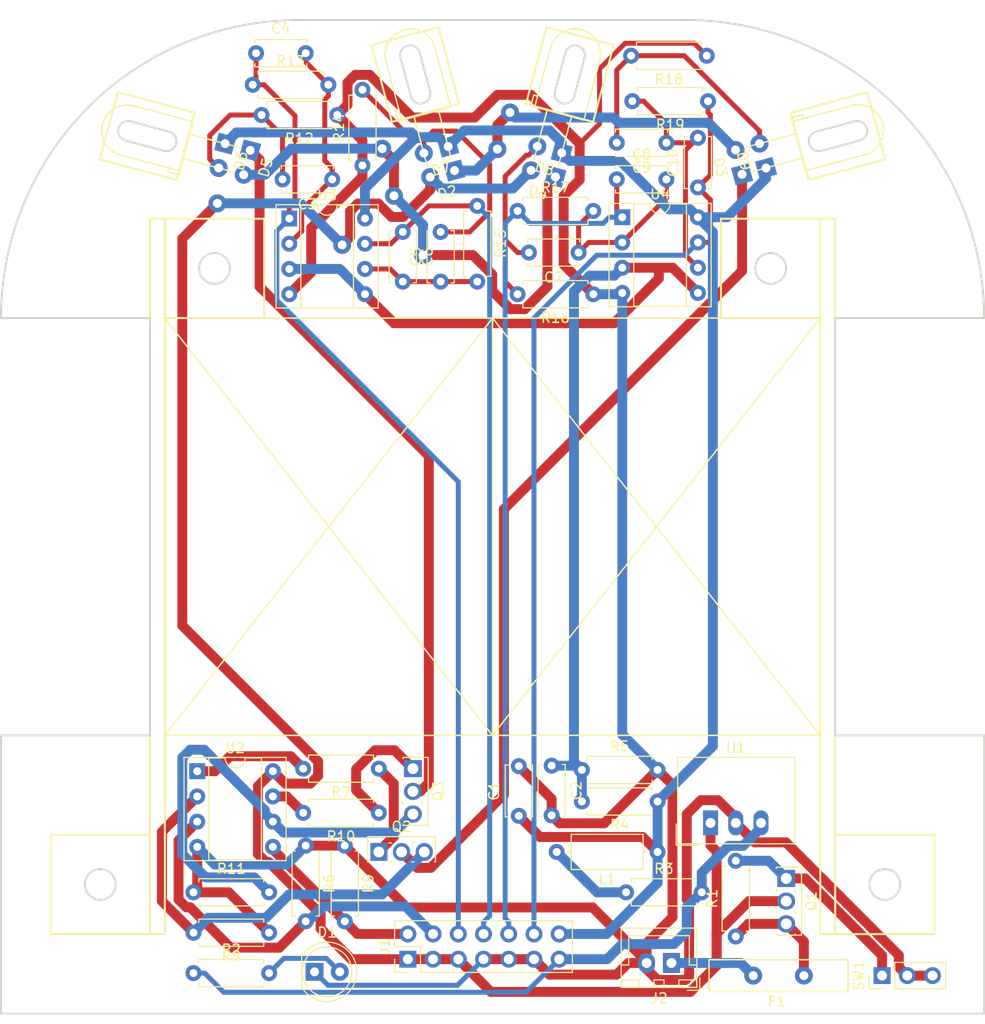
<source format=kicad_pcb>
(kicad_pcb (version 20171130) (host pcbnew "(5.0.0)")

  (general
    (thickness 1.6)
    (drawings 80)
    (tracks 426)
    (zones 0)
    (modules 50)
    (nets 35)
  )

  (page A4)
  (layers
    (0 F.Cu signal)
    (31 B.Cu signal)
    (32 B.Adhes user)
    (33 F.Adhes user)
    (34 B.Paste user)
    (35 F.Paste user)
    (36 B.SilkS user)
    (37 F.SilkS user)
    (38 B.Mask user)
    (39 F.Mask user)
    (40 Dwgs.User user)
    (41 Cmts.User user)
    (42 Eco1.User user)
    (43 Eco2.User user)
    (44 Edge.Cuts user)
    (45 Margin user)
    (46 B.CrtYd user)
    (47 F.CrtYd user)
    (48 B.Fab user)
    (49 F.Fab user)
  )

  (setup
    (last_trace_width 1)
    (user_trace_width 0.5)
    (user_trace_width 0.75)
    (user_trace_width 1)
    (trace_clearance 0.2)
    (zone_clearance 0.508)
    (zone_45_only no)
    (trace_min 0.2)
    (segment_width 0.15)
    (edge_width 0.15)
    (via_size 0.8)
    (via_drill 0.4)
    (via_min_size 0.4)
    (via_min_drill 0.3)
    (user_via 1.8 0.9)
    (uvia_size 0.3)
    (uvia_drill 0.1)
    (uvias_allowed no)
    (uvia_min_size 0.2)
    (uvia_min_drill 0.1)
    (pcb_text_width 0.3)
    (pcb_text_size 1.5 1.5)
    (mod_edge_width 0.15)
    (mod_text_size 1 1)
    (mod_text_width 0.15)
    (pad_size 1.7 1.7)
    (pad_drill 1)
    (pad_to_mask_clearance 0.2)
    (aux_axis_origin 0 0)
    (visible_elements 7FFFFFFF)
    (pcbplotparams
      (layerselection 0x010fc_ffffffff)
      (usegerberextensions false)
      (usegerberattributes false)
      (usegerberadvancedattributes false)
      (creategerberjobfile false)
      (excludeedgelayer true)
      (linewidth 0.100000)
      (plotframeref false)
      (viasonmask false)
      (mode 1)
      (useauxorigin false)
      (hpglpennumber 1)
      (hpglpenspeed 20)
      (hpglpendiameter 15.000000)
      (psnegative false)
      (psa4output false)
      (plotreference true)
      (plotvalue true)
      (plotinvisibletext false)
      (padsonsilk false)
      (subtractmaskfromsilk false)
      (outputformat 1)
      (mirror false)
      (drillshape 1)
      (scaleselection 1)
      (outputdirectory ""))
  )

  (net 0 "")
  (net 1 GND)
  (net 2 1.65V)
  (net 3 "Net-(C3-Pad1)")
  (net 4 "Net-(C3-Pad2)")
  (net 5 /IR_Sensor1/IR_SENSOR_OUT)
  (net 6 "Net-(C5-Pad2)")
  (net 7 "Net-(C5-Pad1)")
  (net 8 /IR_Sensor2/IR_SENSOR_OUT)
  (net 9 "Net-(C7-Pad2)")
  (net 10 "Net-(C7-Pad1)")
  (net 11 /IR_Sensor3/IR_SENSOR_OUT)
  (net 12 "Net-(C9-Pad2)")
  (net 13 "Net-(C10-Pad2)")
  (net 14 /IR_Sensor4/IR_SENSOR_OUT)
  (net 15 "Net-(D1-Pad2)")
  (net 16 BATT)
  (net 17 "Net-(D2-Pad1)")
  (net 18 "Net-(D3-Pad1)")
  (net 19 "Net-(D4-Pad1)")
  (net 20 "Net-(D5-Pad1)")
  (net 21 "Net-(F1-Pad1)")
  (net 22 "Net-(F1-Pad2)")
  (net 23 /IR_LED1/IR_LED_IN)
  (net 24 /IR_LED2/IR_LED_IN)
  (net 25 3.3V)
  (net 26 "Net-(L1-Pad2)")
  (net 27 "Net-(Q1-Pad1)")
  (net 28 "Net-(Q2-Pad1)")
  (net 29 "Net-(Q2-Pad3)")
  (net 30 "Net-(Q3-Pad3)")
  (net 31 "Net-(Q3-Pad1)")
  (net 32 "Net-(R7-Pad2)")
  (net 33 "Net-(R10-Pad2)")
  (net 34 3.3VA)

  (net_class Default "これはデフォルトのネット クラスです。"
    (clearance 0.2)
    (trace_width 0.25)
    (via_dia 0.8)
    (via_drill 0.4)
    (uvia_dia 0.3)
    (uvia_drill 0.1)
  )

  (net_class Elecrow ""
    (clearance 0.2032)
    (trace_width 0.25)
    (via_dia 0.8)
    (via_drill 0.4)
    (uvia_dia 0.3)
    (uvia_drill 0.1)
    (add_net /IR_LED1/IR_LED_IN)
    (add_net /IR_LED2/IR_LED_IN)
    (add_net /IR_Sensor1/IR_SENSOR_OUT)
    (add_net /IR_Sensor2/IR_SENSOR_OUT)
    (add_net /IR_Sensor3/IR_SENSOR_OUT)
    (add_net /IR_Sensor4/IR_SENSOR_OUT)
    (add_net 1.65V)
    (add_net 3.3V)
    (add_net 3.3VA)
    (add_net BATT)
    (add_net GND)
    (add_net "Net-(C10-Pad2)")
    (add_net "Net-(C3-Pad1)")
    (add_net "Net-(C3-Pad2)")
    (add_net "Net-(C5-Pad1)")
    (add_net "Net-(C5-Pad2)")
    (add_net "Net-(C7-Pad1)")
    (add_net "Net-(C7-Pad2)")
    (add_net "Net-(C9-Pad2)")
    (add_net "Net-(D1-Pad2)")
    (add_net "Net-(D2-Pad1)")
    (add_net "Net-(D3-Pad1)")
    (add_net "Net-(D4-Pad1)")
    (add_net "Net-(D5-Pad1)")
    (add_net "Net-(F1-Pad1)")
    (add_net "Net-(F1-Pad2)")
    (add_net "Net-(L1-Pad2)")
    (add_net "Net-(Q1-Pad1)")
    (add_net "Net-(Q2-Pad1)")
    (add_net "Net-(Q2-Pad3)")
    (add_net "Net-(Q3-Pad1)")
    (add_net "Net-(Q3-Pad3)")
    (add_net "Net-(R10-Pad2)")
    (add_net "Net-(R7-Pad2)")
  )

  (module Resistor_THT:R_Axial_DIN0207_L6.3mm_D2.5mm_P7.62mm_Horizontal (layer F.Cu) (tedit 5AE5139B) (tstamp 5EB6BED9)
    (at 130.683 133.096 270)
    (descr "Resistor, Axial_DIN0207 series, Axial, Horizontal, pin pitch=7.62mm, 0.25W = 1/4W, length*diameter=6.3*2.5mm^2, http://cdn-reichelt.de/documents/datenblatt/B400/1_4W%23YAG.pdf")
    (tags "Resistor Axial_DIN0207 series Axial Horizontal pin pitch 7.62mm 0.25W = 1/4W length 6.3mm diameter 2.5mm")
    (path /5EA2C744/5EA2BA71)
    (fp_text reference R6 (at 3.81 -2.37 270) (layer F.SilkS)
      (effects (font (size 1 1) (thickness 0.15)))
    )
    (fp_text value 10k (at 3.81 2.37 270) (layer F.Fab)
      (effects (font (size 1 1) (thickness 0.15)))
    )
    (fp_line (start 0.66 -1.25) (end 0.66 1.25) (layer F.Fab) (width 0.1))
    (fp_line (start 0.66 1.25) (end 6.96 1.25) (layer F.Fab) (width 0.1))
    (fp_line (start 6.96 1.25) (end 6.96 -1.25) (layer F.Fab) (width 0.1))
    (fp_line (start 6.96 -1.25) (end 0.66 -1.25) (layer F.Fab) (width 0.1))
    (fp_line (start 0 0) (end 0.66 0) (layer F.Fab) (width 0.1))
    (fp_line (start 7.62 0) (end 6.96 0) (layer F.Fab) (width 0.1))
    (fp_line (start 0.54 -1.04) (end 0.54 -1.37) (layer F.SilkS) (width 0.12))
    (fp_line (start 0.54 -1.37) (end 7.08 -1.37) (layer F.SilkS) (width 0.12))
    (fp_line (start 7.08 -1.37) (end 7.08 -1.04) (layer F.SilkS) (width 0.12))
    (fp_line (start 0.54 1.04) (end 0.54 1.37) (layer F.SilkS) (width 0.12))
    (fp_line (start 0.54 1.37) (end 7.08 1.37) (layer F.SilkS) (width 0.12))
    (fp_line (start 7.08 1.37) (end 7.08 1.04) (layer F.SilkS) (width 0.12))
    (fp_line (start -1.05 -1.5) (end -1.05 1.5) (layer F.CrtYd) (width 0.05))
    (fp_line (start -1.05 1.5) (end 8.67 1.5) (layer F.CrtYd) (width 0.05))
    (fp_line (start 8.67 1.5) (end 8.67 -1.5) (layer F.CrtYd) (width 0.05))
    (fp_line (start 8.67 -1.5) (end -1.05 -1.5) (layer F.CrtYd) (width 0.05))
    (fp_text user %R (at 3.81 0 270) (layer F.Fab)
      (effects (font (size 1 1) (thickness 0.15)))
    )
    (pad 1 thru_hole circle (at 0 0 270) (size 1.6 1.6) (drill 0.8) (layers *.Cu *.Mask)
      (net 1 GND))
    (pad 2 thru_hole oval (at 7.62 0 270) (size 1.6 1.6) (drill 0.8) (layers *.Cu *.Mask)
      (net 24 /IR_LED2/IR_LED_IN))
    (model ${KISYS3DMOD}/Resistor_THT.3dshapes/R_Axial_DIN0207_L6.3mm_D2.5mm_P7.62mm_Horizontal.wrl
      (at (xyz 0 0 0))
      (scale (xyz 1 1 1))
      (rotate (xyz 0 0 0))
    )
  )

  (module Cheese_Burger_Library:RF-RX160 (layer F.Cu) (tedit 5EA84358) (tstamp 5EB69F73)
    (at 180.848 146.177 180)
    (path /5EA002BD/5EA00419)
    (fp_text reference F1 (at 2.75 -2.6 180) (layer F.SilkS)
      (effects (font (size 1 1) (thickness 0.15)))
    )
    (fp_text value MF-RX160 (at 2.6 -4.05 180) (layer F.Fab)
      (effects (font (size 1 1) (thickness 0.15)))
    )
    (fp_line (start -4.45 -1.6) (end -4.45 1.6) (layer F.SilkS) (width 0.15))
    (fp_line (start -4.45 1.6) (end 9.55 1.6) (layer F.SilkS) (width 0.15))
    (fp_line (start 9.55 1.6) (end 9.55 -1.6) (layer F.SilkS) (width 0.15))
    (fp_line (start 9.55 -1.6) (end -4.45 -1.6) (layer F.SilkS) (width 0.15))
    (pad 1 thru_hole circle (at 0 0 180) (size 1.8 1.8) (drill 0.9) (layers *.Cu *.Mask)
      (net 21 "Net-(F1-Pad1)"))
    (pad 2 thru_hole circle (at 5.1 0 180) (size 1.8 1.8) (drill 0.9) (layers *.Cu *.Mask)
      (net 22 "Net-(F1-Pad2)"))
  )

  (module Capacitor_THT:C_Disc_D5.0mm_W2.5mm_P5.00mm (layer F.Cu) (tedit 5AE50EF0) (tstamp 5EB69D4A)
    (at 152.146 130.095 90)
    (descr "C, Disc series, Radial, pin pitch=5.00mm, , diameter*width=5*2.5mm^2, Capacitor, http://cdn-reichelt.de/documents/datenblatt/B300/DS_KERKO_TC.pdf")
    (tags "C Disc series Radial pin pitch 5.00mm  diameter 5mm width 2.5mm Capacitor")
    (path /5EA002BD/5EA02A6C)
    (fp_text reference C1 (at 2.5 -2.5 90) (layer F.SilkS)
      (effects (font (size 1 1) (thickness 0.15)))
    )
    (fp_text value 10u (at 2.5 2.5 90) (layer F.Fab)
      (effects (font (size 1 1) (thickness 0.15)))
    )
    (fp_text user %R (at 2.5 0 90) (layer F.Fab)
      (effects (font (size 1 1) (thickness 0.15)))
    )
    (fp_line (start 6.05 -1.5) (end -1.05 -1.5) (layer F.CrtYd) (width 0.05))
    (fp_line (start 6.05 1.5) (end 6.05 -1.5) (layer F.CrtYd) (width 0.05))
    (fp_line (start -1.05 1.5) (end 6.05 1.5) (layer F.CrtYd) (width 0.05))
    (fp_line (start -1.05 -1.5) (end -1.05 1.5) (layer F.CrtYd) (width 0.05))
    (fp_line (start 5.12 1.055) (end 5.12 1.37) (layer F.SilkS) (width 0.12))
    (fp_line (start 5.12 -1.37) (end 5.12 -1.055) (layer F.SilkS) (width 0.12))
    (fp_line (start -0.12 1.055) (end -0.12 1.37) (layer F.SilkS) (width 0.12))
    (fp_line (start -0.12 -1.37) (end -0.12 -1.055) (layer F.SilkS) (width 0.12))
    (fp_line (start -0.12 1.37) (end 5.12 1.37) (layer F.SilkS) (width 0.12))
    (fp_line (start -0.12 -1.37) (end 5.12 -1.37) (layer F.SilkS) (width 0.12))
    (fp_line (start 5 -1.25) (end 0 -1.25) (layer F.Fab) (width 0.1))
    (fp_line (start 5 1.25) (end 5 -1.25) (layer F.Fab) (width 0.1))
    (fp_line (start 0 1.25) (end 5 1.25) (layer F.Fab) (width 0.1))
    (fp_line (start 0 -1.25) (end 0 1.25) (layer F.Fab) (width 0.1))
    (pad 2 thru_hole circle (at 5 0 90) (size 1.6 1.6) (drill 0.8) (layers *.Cu *.Mask)
      (net 1 GND))
    (pad 1 thru_hole circle (at 0 0 90) (size 1.6 1.6) (drill 0.8) (layers *.Cu *.Mask)
      (net 34 3.3VA))
    (model ${KISYS3DMOD}/Capacitor_THT.3dshapes/C_Disc_D5.0mm_W2.5mm_P5.00mm.wrl
      (at (xyz 0 0 0))
      (scale (xyz 1 1 1))
      (rotate (xyz 0 0 0))
    )
  )

  (module Capacitor_THT:C_Disc_D5.0mm_W2.5mm_P5.00mm (layer F.Cu) (tedit 5AE50EF0) (tstamp 5EB69D5F)
    (at 155.448 125.048 270)
    (descr "C, Disc series, Radial, pin pitch=5.00mm, , diameter*width=5*2.5mm^2, Capacitor, http://cdn-reichelt.de/documents/datenblatt/B300/DS_KERKO_TC.pdf")
    (tags "C Disc series Radial pin pitch 5.00mm  diameter 5mm width 2.5mm Capacitor")
    (path /5EA002BD/5EA030B8)
    (fp_text reference C2 (at 2.5 -2.5 270) (layer F.SilkS)
      (effects (font (size 1 1) (thickness 0.15)))
    )
    (fp_text value 0.1u (at 2.5 2.5 270) (layer F.Fab)
      (effects (font (size 1 1) (thickness 0.15)))
    )
    (fp_line (start 0 -1.25) (end 0 1.25) (layer F.Fab) (width 0.1))
    (fp_line (start 0 1.25) (end 5 1.25) (layer F.Fab) (width 0.1))
    (fp_line (start 5 1.25) (end 5 -1.25) (layer F.Fab) (width 0.1))
    (fp_line (start 5 -1.25) (end 0 -1.25) (layer F.Fab) (width 0.1))
    (fp_line (start -0.12 -1.37) (end 5.12 -1.37) (layer F.SilkS) (width 0.12))
    (fp_line (start -0.12 1.37) (end 5.12 1.37) (layer F.SilkS) (width 0.12))
    (fp_line (start -0.12 -1.37) (end -0.12 -1.055) (layer F.SilkS) (width 0.12))
    (fp_line (start -0.12 1.055) (end -0.12 1.37) (layer F.SilkS) (width 0.12))
    (fp_line (start 5.12 -1.37) (end 5.12 -1.055) (layer F.SilkS) (width 0.12))
    (fp_line (start 5.12 1.055) (end 5.12 1.37) (layer F.SilkS) (width 0.12))
    (fp_line (start -1.05 -1.5) (end -1.05 1.5) (layer F.CrtYd) (width 0.05))
    (fp_line (start -1.05 1.5) (end 6.05 1.5) (layer F.CrtYd) (width 0.05))
    (fp_line (start 6.05 1.5) (end 6.05 -1.5) (layer F.CrtYd) (width 0.05))
    (fp_line (start 6.05 -1.5) (end -1.05 -1.5) (layer F.CrtYd) (width 0.05))
    (fp_text user %R (at 2.5 0 270) (layer F.Fab)
      (effects (font (size 1 1) (thickness 0.15)))
    )
    (pad 1 thru_hole circle (at 0 0 270) (size 1.6 1.6) (drill 0.8) (layers *.Cu *.Mask)
      (net 2 1.65V))
    (pad 2 thru_hole circle (at 5 0 270) (size 1.6 1.6) (drill 0.8) (layers *.Cu *.Mask)
      (net 1 GND))
    (model ${KISYS3DMOD}/Capacitor_THT.3dshapes/C_Disc_D5.0mm_W2.5mm_P5.00mm.wrl
      (at (xyz 0 0 0))
      (scale (xyz 1 1 1))
      (rotate (xyz 0 0 0))
    )
  )

  (module Capacitor_THT:C_Disc_D5.0mm_W2.5mm_P5.00mm (layer F.Cu) (tedit 5AE50EF0) (tstamp 5EB69D74)
    (at 133.35 66.04 180)
    (descr "C, Disc series, Radial, pin pitch=5.00mm, , diameter*width=5*2.5mm^2, Capacitor, http://cdn-reichelt.de/documents/datenblatt/B300/DS_KERKO_TC.pdf")
    (tags "C Disc series Radial pin pitch 5.00mm  diameter 5mm width 2.5mm Capacitor")
    (path /5EA2C81D/5EA2CFD2)
    (fp_text reference C3 (at 2.5 -2.5 180) (layer F.SilkS)
      (effects (font (size 1 1) (thickness 0.15)))
    )
    (fp_text value 22p (at 2.5 2.5 180) (layer F.Fab)
      (effects (font (size 1 1) (thickness 0.15)))
    )
    (fp_line (start 0 -1.25) (end 0 1.25) (layer F.Fab) (width 0.1))
    (fp_line (start 0 1.25) (end 5 1.25) (layer F.Fab) (width 0.1))
    (fp_line (start 5 1.25) (end 5 -1.25) (layer F.Fab) (width 0.1))
    (fp_line (start 5 -1.25) (end 0 -1.25) (layer F.Fab) (width 0.1))
    (fp_line (start -0.12 -1.37) (end 5.12 -1.37) (layer F.SilkS) (width 0.12))
    (fp_line (start -0.12 1.37) (end 5.12 1.37) (layer F.SilkS) (width 0.12))
    (fp_line (start -0.12 -1.37) (end -0.12 -1.055) (layer F.SilkS) (width 0.12))
    (fp_line (start -0.12 1.055) (end -0.12 1.37) (layer F.SilkS) (width 0.12))
    (fp_line (start 5.12 -1.37) (end 5.12 -1.055) (layer F.SilkS) (width 0.12))
    (fp_line (start 5.12 1.055) (end 5.12 1.37) (layer F.SilkS) (width 0.12))
    (fp_line (start -1.05 -1.5) (end -1.05 1.5) (layer F.CrtYd) (width 0.05))
    (fp_line (start -1.05 1.5) (end 6.05 1.5) (layer F.CrtYd) (width 0.05))
    (fp_line (start 6.05 1.5) (end 6.05 -1.5) (layer F.CrtYd) (width 0.05))
    (fp_line (start 6.05 -1.5) (end -1.05 -1.5) (layer F.CrtYd) (width 0.05))
    (fp_text user %R (at 2.5 0 180) (layer F.Fab)
      (effects (font (size 1 1) (thickness 0.15)))
    )
    (pad 1 thru_hole circle (at 0 0 180) (size 1.6 1.6) (drill 0.8) (layers *.Cu *.Mask)
      (net 3 "Net-(C3-Pad1)"))
    (pad 2 thru_hole circle (at 5 0 180) (size 1.6 1.6) (drill 0.8) (layers *.Cu *.Mask)
      (net 4 "Net-(C3-Pad2)"))
    (model ${KISYS3DMOD}/Capacitor_THT.3dshapes/C_Disc_D5.0mm_W2.5mm_P5.00mm.wrl
      (at (xyz 0 0 0))
      (scale (xyz 1 1 1))
      (rotate (xyz 0 0 0))
    )
  )

  (module Capacitor_THT:C_Disc_D5.0mm_W2.5mm_P5.00mm (layer F.Cu) (tedit 5AE50EF0) (tstamp 5EB69D89)
    (at 125.683 53.34)
    (descr "C, Disc series, Radial, pin pitch=5.00mm, , diameter*width=5*2.5mm^2, Capacitor, http://cdn-reichelt.de/documents/datenblatt/B300/DS_KERKO_TC.pdf")
    (tags "C Disc series Radial pin pitch 5.00mm  diameter 5mm width 2.5mm Capacitor")
    (path /5EA2C81D/5EA2CC2D)
    (fp_text reference C4 (at 2.5 -2.5) (layer F.SilkS)
      (effects (font (size 1 1) (thickness 0.15)))
    )
    (fp_text value 22p (at 2.5 2.5) (layer F.Fab)
      (effects (font (size 1 1) (thickness 0.15)))
    )
    (fp_text user %R (at 2.5 0) (layer F.Fab)
      (effects (font (size 1 1) (thickness 0.15)))
    )
    (fp_line (start 6.05 -1.5) (end -1.05 -1.5) (layer F.CrtYd) (width 0.05))
    (fp_line (start 6.05 1.5) (end 6.05 -1.5) (layer F.CrtYd) (width 0.05))
    (fp_line (start -1.05 1.5) (end 6.05 1.5) (layer F.CrtYd) (width 0.05))
    (fp_line (start -1.05 -1.5) (end -1.05 1.5) (layer F.CrtYd) (width 0.05))
    (fp_line (start 5.12 1.055) (end 5.12 1.37) (layer F.SilkS) (width 0.12))
    (fp_line (start 5.12 -1.37) (end 5.12 -1.055) (layer F.SilkS) (width 0.12))
    (fp_line (start -0.12 1.055) (end -0.12 1.37) (layer F.SilkS) (width 0.12))
    (fp_line (start -0.12 -1.37) (end -0.12 -1.055) (layer F.SilkS) (width 0.12))
    (fp_line (start -0.12 1.37) (end 5.12 1.37) (layer F.SilkS) (width 0.12))
    (fp_line (start -0.12 -1.37) (end 5.12 -1.37) (layer F.SilkS) (width 0.12))
    (fp_line (start 5 -1.25) (end 0 -1.25) (layer F.Fab) (width 0.1))
    (fp_line (start 5 1.25) (end 5 -1.25) (layer F.Fab) (width 0.1))
    (fp_line (start 0 1.25) (end 5 1.25) (layer F.Fab) (width 0.1))
    (fp_line (start 0 -1.25) (end 0 1.25) (layer F.Fab) (width 0.1))
    (pad 2 thru_hole circle (at 5 0) (size 1.6 1.6) (drill 0.8) (layers *.Cu *.Mask)
      (net 3 "Net-(C3-Pad1)"))
    (pad 1 thru_hole circle (at 0 0) (size 1.6 1.6) (drill 0.8) (layers *.Cu *.Mask)
      (net 5 /IR_Sensor1/IR_SENSOR_OUT))
    (model ${KISYS3DMOD}/Capacitor_THT.3dshapes/C_Disc_D5.0mm_W2.5mm_P5.00mm.wrl
      (at (xyz 0 0 0))
      (scale (xyz 1 1 1))
      (rotate (xyz 0 0 0))
    )
  )

  (module Capacitor_THT:C_Disc_D5.0mm_W2.5mm_P5.00mm (layer F.Cu) (tedit 5AE50EF0) (tstamp 5EB69D9E)
    (at 144.272 76.327 90)
    (descr "C, Disc series, Radial, pin pitch=5.00mm, , diameter*width=5*2.5mm^2, Capacitor, http://cdn-reichelt.de/documents/datenblatt/B300/DS_KERKO_TC.pdf")
    (tags "C Disc series Radial pin pitch 5.00mm  diameter 5mm width 2.5mm Capacitor")
    (path /5EA2D9F0/5EA2CFD2)
    (fp_text reference C5 (at 2.5 -2.5 90) (layer F.SilkS)
      (effects (font (size 1 1) (thickness 0.15)))
    )
    (fp_text value 22p (at 2.5 2.5 90) (layer F.Fab)
      (effects (font (size 1 1) (thickness 0.15)))
    )
    (fp_text user %R (at 2.5 0 90) (layer F.Fab)
      (effects (font (size 1 1) (thickness 0.15)))
    )
    (fp_line (start 6.05 -1.5) (end -1.05 -1.5) (layer F.CrtYd) (width 0.05))
    (fp_line (start 6.05 1.5) (end 6.05 -1.5) (layer F.CrtYd) (width 0.05))
    (fp_line (start -1.05 1.5) (end 6.05 1.5) (layer F.CrtYd) (width 0.05))
    (fp_line (start -1.05 -1.5) (end -1.05 1.5) (layer F.CrtYd) (width 0.05))
    (fp_line (start 5.12 1.055) (end 5.12 1.37) (layer F.SilkS) (width 0.12))
    (fp_line (start 5.12 -1.37) (end 5.12 -1.055) (layer F.SilkS) (width 0.12))
    (fp_line (start -0.12 1.055) (end -0.12 1.37) (layer F.SilkS) (width 0.12))
    (fp_line (start -0.12 -1.37) (end -0.12 -1.055) (layer F.SilkS) (width 0.12))
    (fp_line (start -0.12 1.37) (end 5.12 1.37) (layer F.SilkS) (width 0.12))
    (fp_line (start -0.12 -1.37) (end 5.12 -1.37) (layer F.SilkS) (width 0.12))
    (fp_line (start 5 -1.25) (end 0 -1.25) (layer F.Fab) (width 0.1))
    (fp_line (start 5 1.25) (end 5 -1.25) (layer F.Fab) (width 0.1))
    (fp_line (start 0 1.25) (end 5 1.25) (layer F.Fab) (width 0.1))
    (fp_line (start 0 -1.25) (end 0 1.25) (layer F.Fab) (width 0.1))
    (pad 2 thru_hole circle (at 5 0 90) (size 1.6 1.6) (drill 0.8) (layers *.Cu *.Mask)
      (net 6 "Net-(C5-Pad2)"))
    (pad 1 thru_hole circle (at 0 0 90) (size 1.6 1.6) (drill 0.8) (layers *.Cu *.Mask)
      (net 7 "Net-(C5-Pad1)"))
    (model ${KISYS3DMOD}/Capacitor_THT.3dshapes/C_Disc_D5.0mm_W2.5mm_P5.00mm.wrl
      (at (xyz 0 0 0))
      (scale (xyz 1 1 1))
      (rotate (xyz 0 0 0))
    )
  )

  (module Capacitor_THT:C_Disc_D5.0mm_W2.5mm_P5.00mm (layer F.Cu) (tedit 5AE50EF0) (tstamp 5EB69DB3)
    (at 140.462 71.327 270)
    (descr "C, Disc series, Radial, pin pitch=5.00mm, , diameter*width=5*2.5mm^2, Capacitor, http://cdn-reichelt.de/documents/datenblatt/B300/DS_KERKO_TC.pdf")
    (tags "C Disc series Radial pin pitch 5.00mm  diameter 5mm width 2.5mm Capacitor")
    (path /5EA2D9F0/5EA2CC2D)
    (fp_text reference C6 (at 2.5 -2.5 270) (layer F.SilkS)
      (effects (font (size 1 1) (thickness 0.15)))
    )
    (fp_text value 22p (at 2.5 2.5 270) (layer F.Fab)
      (effects (font (size 1 1) (thickness 0.15)))
    )
    (fp_line (start 0 -1.25) (end 0 1.25) (layer F.Fab) (width 0.1))
    (fp_line (start 0 1.25) (end 5 1.25) (layer F.Fab) (width 0.1))
    (fp_line (start 5 1.25) (end 5 -1.25) (layer F.Fab) (width 0.1))
    (fp_line (start 5 -1.25) (end 0 -1.25) (layer F.Fab) (width 0.1))
    (fp_line (start -0.12 -1.37) (end 5.12 -1.37) (layer F.SilkS) (width 0.12))
    (fp_line (start -0.12 1.37) (end 5.12 1.37) (layer F.SilkS) (width 0.12))
    (fp_line (start -0.12 -1.37) (end -0.12 -1.055) (layer F.SilkS) (width 0.12))
    (fp_line (start -0.12 1.055) (end -0.12 1.37) (layer F.SilkS) (width 0.12))
    (fp_line (start 5.12 -1.37) (end 5.12 -1.055) (layer F.SilkS) (width 0.12))
    (fp_line (start 5.12 1.055) (end 5.12 1.37) (layer F.SilkS) (width 0.12))
    (fp_line (start -1.05 -1.5) (end -1.05 1.5) (layer F.CrtYd) (width 0.05))
    (fp_line (start -1.05 1.5) (end 6.05 1.5) (layer F.CrtYd) (width 0.05))
    (fp_line (start 6.05 1.5) (end 6.05 -1.5) (layer F.CrtYd) (width 0.05))
    (fp_line (start 6.05 -1.5) (end -1.05 -1.5) (layer F.CrtYd) (width 0.05))
    (fp_text user %R (at 2.5 0 270) (layer F.Fab)
      (effects (font (size 1 1) (thickness 0.15)))
    )
    (pad 1 thru_hole circle (at 0 0 270) (size 1.6 1.6) (drill 0.8) (layers *.Cu *.Mask)
      (net 8 /IR_Sensor2/IR_SENSOR_OUT))
    (pad 2 thru_hole circle (at 5 0 270) (size 1.6 1.6) (drill 0.8) (layers *.Cu *.Mask)
      (net 7 "Net-(C5-Pad1)"))
    (model ${KISYS3DMOD}/Capacitor_THT.3dshapes/C_Disc_D5.0mm_W2.5mm_P5.00mm.wrl
      (at (xyz 0 0 0))
      (scale (xyz 1 1 1))
      (rotate (xyz 0 0 0))
    )
  )

  (module Capacitor_THT:C_Disc_D5.0mm_W2.5mm_P5.00mm (layer F.Cu) (tedit 5AE50EF0) (tstamp 5EB69DC8)
    (at 158.162 73.406 180)
    (descr "C, Disc series, Radial, pin pitch=5.00mm, , diameter*width=5*2.5mm^2, Capacitor, http://cdn-reichelt.de/documents/datenblatt/B300/DS_KERKO_TC.pdf")
    (tags "C Disc series Radial pin pitch 5.00mm  diameter 5mm width 2.5mm Capacitor")
    (path /5EA2D9F3/5EA2CFD2)
    (fp_text reference C7 (at 2.5 -2.5 180) (layer F.SilkS)
      (effects (font (size 1 1) (thickness 0.15)))
    )
    (fp_text value 22p (at 2.5 2.5 180) (layer F.Fab)
      (effects (font (size 1 1) (thickness 0.15)))
    )
    (fp_text user %R (at 2.5 0 180) (layer F.Fab)
      (effects (font (size 1 1) (thickness 0.15)))
    )
    (fp_line (start 6.05 -1.5) (end -1.05 -1.5) (layer F.CrtYd) (width 0.05))
    (fp_line (start 6.05 1.5) (end 6.05 -1.5) (layer F.CrtYd) (width 0.05))
    (fp_line (start -1.05 1.5) (end 6.05 1.5) (layer F.CrtYd) (width 0.05))
    (fp_line (start -1.05 -1.5) (end -1.05 1.5) (layer F.CrtYd) (width 0.05))
    (fp_line (start 5.12 1.055) (end 5.12 1.37) (layer F.SilkS) (width 0.12))
    (fp_line (start 5.12 -1.37) (end 5.12 -1.055) (layer F.SilkS) (width 0.12))
    (fp_line (start -0.12 1.055) (end -0.12 1.37) (layer F.SilkS) (width 0.12))
    (fp_line (start -0.12 -1.37) (end -0.12 -1.055) (layer F.SilkS) (width 0.12))
    (fp_line (start -0.12 1.37) (end 5.12 1.37) (layer F.SilkS) (width 0.12))
    (fp_line (start -0.12 -1.37) (end 5.12 -1.37) (layer F.SilkS) (width 0.12))
    (fp_line (start 5 -1.25) (end 0 -1.25) (layer F.Fab) (width 0.1))
    (fp_line (start 5 1.25) (end 5 -1.25) (layer F.Fab) (width 0.1))
    (fp_line (start 0 1.25) (end 5 1.25) (layer F.Fab) (width 0.1))
    (fp_line (start 0 -1.25) (end 0 1.25) (layer F.Fab) (width 0.1))
    (pad 2 thru_hole circle (at 5 0 180) (size 1.6 1.6) (drill 0.8) (layers *.Cu *.Mask)
      (net 9 "Net-(C7-Pad2)"))
    (pad 1 thru_hole circle (at 0 0 180) (size 1.6 1.6) (drill 0.8) (layers *.Cu *.Mask)
      (net 10 "Net-(C7-Pad1)"))
    (model ${KISYS3DMOD}/Capacitor_THT.3dshapes/C_Disc_D5.0mm_W2.5mm_P5.00mm.wrl
      (at (xyz 0 0 0))
      (scale (xyz 1 1 1))
      (rotate (xyz 0 0 0))
    )
  )

  (module Capacitor_THT:C_Disc_D5.0mm_W2.5mm_P5.00mm (layer F.Cu) (tedit 5AE50EF0) (tstamp 5EB69DDD)
    (at 162.005 66.04)
    (descr "C, Disc series, Radial, pin pitch=5.00mm, , diameter*width=5*2.5mm^2, Capacitor, http://cdn-reichelt.de/documents/datenblatt/B300/DS_KERKO_TC.pdf")
    (tags "C Disc series Radial pin pitch 5.00mm  diameter 5mm width 2.5mm Capacitor")
    (path /5EA2D9F3/5EA2CC2D)
    (fp_text reference C8 (at 2.5 -2.5) (layer F.SilkS)
      (effects (font (size 1 1) (thickness 0.15)))
    )
    (fp_text value 22p (at 2.5 2.5) (layer F.Fab)
      (effects (font (size 1 1) (thickness 0.15)))
    )
    (fp_line (start 0 -1.25) (end 0 1.25) (layer F.Fab) (width 0.1))
    (fp_line (start 0 1.25) (end 5 1.25) (layer F.Fab) (width 0.1))
    (fp_line (start 5 1.25) (end 5 -1.25) (layer F.Fab) (width 0.1))
    (fp_line (start 5 -1.25) (end 0 -1.25) (layer F.Fab) (width 0.1))
    (fp_line (start -0.12 -1.37) (end 5.12 -1.37) (layer F.SilkS) (width 0.12))
    (fp_line (start -0.12 1.37) (end 5.12 1.37) (layer F.SilkS) (width 0.12))
    (fp_line (start -0.12 -1.37) (end -0.12 -1.055) (layer F.SilkS) (width 0.12))
    (fp_line (start -0.12 1.055) (end -0.12 1.37) (layer F.SilkS) (width 0.12))
    (fp_line (start 5.12 -1.37) (end 5.12 -1.055) (layer F.SilkS) (width 0.12))
    (fp_line (start 5.12 1.055) (end 5.12 1.37) (layer F.SilkS) (width 0.12))
    (fp_line (start -1.05 -1.5) (end -1.05 1.5) (layer F.CrtYd) (width 0.05))
    (fp_line (start -1.05 1.5) (end 6.05 1.5) (layer F.CrtYd) (width 0.05))
    (fp_line (start 6.05 1.5) (end 6.05 -1.5) (layer F.CrtYd) (width 0.05))
    (fp_line (start 6.05 -1.5) (end -1.05 -1.5) (layer F.CrtYd) (width 0.05))
    (fp_text user %R (at 2.5 0) (layer F.Fab)
      (effects (font (size 1 1) (thickness 0.15)))
    )
    (pad 1 thru_hole circle (at 0 0) (size 1.6 1.6) (drill 0.8) (layers *.Cu *.Mask)
      (net 11 /IR_Sensor3/IR_SENSOR_OUT))
    (pad 2 thru_hole circle (at 5 0) (size 1.6 1.6) (drill 0.8) (layers *.Cu *.Mask)
      (net 10 "Net-(C7-Pad1)"))
    (model ${KISYS3DMOD}/Capacitor_THT.3dshapes/C_Disc_D5.0mm_W2.5mm_P5.00mm.wrl
      (at (xyz 0 0 0))
      (scale (xyz 1 1 1))
      (rotate (xyz 0 0 0))
    )
  )

  (module Capacitor_THT:C_Disc_D5.0mm_W2.5mm_P5.00mm (layer F.Cu) (tedit 5AE50EF0) (tstamp 5EB69DF2)
    (at 167.005 62.357 180)
    (descr "C, Disc series, Radial, pin pitch=5.00mm, , diameter*width=5*2.5mm^2, Capacitor, http://cdn-reichelt.de/documents/datenblatt/B300/DS_KERKO_TC.pdf")
    (tags "C Disc series Radial pin pitch 5.00mm  diameter 5mm width 2.5mm Capacitor")
    (path /5EA2D9F6/5EA2CFD2)
    (fp_text reference C9 (at 2.5 -2.5 180) (layer F.SilkS)
      (effects (font (size 1 1) (thickness 0.15)))
    )
    (fp_text value 22p (at 2.5 2.5 180) (layer F.Fab)
      (effects (font (size 1 1) (thickness 0.15)))
    )
    (fp_text user %R (at 2.5 0 180) (layer F.Fab)
      (effects (font (size 1 1) (thickness 0.15)))
    )
    (fp_line (start 6.05 -1.5) (end -1.05 -1.5) (layer F.CrtYd) (width 0.05))
    (fp_line (start 6.05 1.5) (end 6.05 -1.5) (layer F.CrtYd) (width 0.05))
    (fp_line (start -1.05 1.5) (end 6.05 1.5) (layer F.CrtYd) (width 0.05))
    (fp_line (start -1.05 -1.5) (end -1.05 1.5) (layer F.CrtYd) (width 0.05))
    (fp_line (start 5.12 1.055) (end 5.12 1.37) (layer F.SilkS) (width 0.12))
    (fp_line (start 5.12 -1.37) (end 5.12 -1.055) (layer F.SilkS) (width 0.12))
    (fp_line (start -0.12 1.055) (end -0.12 1.37) (layer F.SilkS) (width 0.12))
    (fp_line (start -0.12 -1.37) (end -0.12 -1.055) (layer F.SilkS) (width 0.12))
    (fp_line (start -0.12 1.37) (end 5.12 1.37) (layer F.SilkS) (width 0.12))
    (fp_line (start -0.12 -1.37) (end 5.12 -1.37) (layer F.SilkS) (width 0.12))
    (fp_line (start 5 -1.25) (end 0 -1.25) (layer F.Fab) (width 0.1))
    (fp_line (start 5 1.25) (end 5 -1.25) (layer F.Fab) (width 0.1))
    (fp_line (start 0 1.25) (end 5 1.25) (layer F.Fab) (width 0.1))
    (fp_line (start 0 -1.25) (end 0 1.25) (layer F.Fab) (width 0.1))
    (pad 2 thru_hole circle (at 5 0 180) (size 1.6 1.6) (drill 0.8) (layers *.Cu *.Mask)
      (net 12 "Net-(C9-Pad2)"))
    (pad 1 thru_hole circle (at 0 0 180) (size 1.6 1.6) (drill 0.8) (layers *.Cu *.Mask)
      (net 13 "Net-(C10-Pad2)"))
    (model ${KISYS3DMOD}/Capacitor_THT.3dshapes/C_Disc_D5.0mm_W2.5mm_P5.00mm.wrl
      (at (xyz 0 0 0))
      (scale (xyz 1 1 1))
      (rotate (xyz 0 0 0))
    )
  )

  (module Capacitor_THT:C_Disc_D5.0mm_W2.5mm_P5.00mm (layer F.Cu) (tedit 5AE50EF0) (tstamp 5EB69E07)
    (at 170.18 66.849 90)
    (descr "C, Disc series, Radial, pin pitch=5.00mm, , diameter*width=5*2.5mm^2, Capacitor, http://cdn-reichelt.de/documents/datenblatt/B300/DS_KERKO_TC.pdf")
    (tags "C Disc series Radial pin pitch 5.00mm  diameter 5mm width 2.5mm Capacitor")
    (path /5EA2D9F6/5EA2CC2D)
    (fp_text reference C10 (at 2.5 -2.5 90) (layer F.SilkS)
      (effects (font (size 1 1) (thickness 0.15)))
    )
    (fp_text value 22p (at 2.5 2.5 90) (layer F.Fab)
      (effects (font (size 1 1) (thickness 0.15)))
    )
    (fp_line (start 0 -1.25) (end 0 1.25) (layer F.Fab) (width 0.1))
    (fp_line (start 0 1.25) (end 5 1.25) (layer F.Fab) (width 0.1))
    (fp_line (start 5 1.25) (end 5 -1.25) (layer F.Fab) (width 0.1))
    (fp_line (start 5 -1.25) (end 0 -1.25) (layer F.Fab) (width 0.1))
    (fp_line (start -0.12 -1.37) (end 5.12 -1.37) (layer F.SilkS) (width 0.12))
    (fp_line (start -0.12 1.37) (end 5.12 1.37) (layer F.SilkS) (width 0.12))
    (fp_line (start -0.12 -1.37) (end -0.12 -1.055) (layer F.SilkS) (width 0.12))
    (fp_line (start -0.12 1.055) (end -0.12 1.37) (layer F.SilkS) (width 0.12))
    (fp_line (start 5.12 -1.37) (end 5.12 -1.055) (layer F.SilkS) (width 0.12))
    (fp_line (start 5.12 1.055) (end 5.12 1.37) (layer F.SilkS) (width 0.12))
    (fp_line (start -1.05 -1.5) (end -1.05 1.5) (layer F.CrtYd) (width 0.05))
    (fp_line (start -1.05 1.5) (end 6.05 1.5) (layer F.CrtYd) (width 0.05))
    (fp_line (start 6.05 1.5) (end 6.05 -1.5) (layer F.CrtYd) (width 0.05))
    (fp_line (start 6.05 -1.5) (end -1.05 -1.5) (layer F.CrtYd) (width 0.05))
    (fp_text user %R (at 2.5 0 90) (layer F.Fab)
      (effects (font (size 1 1) (thickness 0.15)))
    )
    (pad 1 thru_hole circle (at 0 0 90) (size 1.6 1.6) (drill 0.8) (layers *.Cu *.Mask)
      (net 14 /IR_Sensor4/IR_SENSOR_OUT))
    (pad 2 thru_hole circle (at 5 0 90) (size 1.6 1.6) (drill 0.8) (layers *.Cu *.Mask)
      (net 13 "Net-(C10-Pad2)"))
    (model ${KISYS3DMOD}/Capacitor_THT.3dshapes/C_Disc_D5.0mm_W2.5mm_P5.00mm.wrl
      (at (xyz 0 0 0))
      (scale (xyz 1 1 1))
      (rotate (xyz 0 0 0))
    )
  )

  (module LED_THT:LED_D5.0mm (layer F.Cu) (tedit 5995936A) (tstamp 5EB69E19)
    (at 131.572 145.796)
    (descr "LED, diameter 5.0mm, 2 pins, http://cdn-reichelt.de/documents/datenblatt/A500/LL-504BC2E-009.pdf")
    (tags "LED diameter 5.0mm 2 pins")
    (path /5EA002BD/5EA01CA6)
    (fp_text reference D1 (at 1.27 -3.96) (layer F.SilkS)
      (effects (font (size 1 1) (thickness 0.15)))
    )
    (fp_text value "LED(OSNG5113A)" (at 1.27 3.96) (layer F.Fab)
      (effects (font (size 1 1) (thickness 0.15)))
    )
    (fp_arc (start 1.27 0) (end -1.23 -1.469694) (angle 299.1) (layer F.Fab) (width 0.1))
    (fp_arc (start 1.27 0) (end -1.29 -1.54483) (angle 148.9) (layer F.SilkS) (width 0.12))
    (fp_arc (start 1.27 0) (end -1.29 1.54483) (angle -148.9) (layer F.SilkS) (width 0.12))
    (fp_circle (center 1.27 0) (end 3.77 0) (layer F.Fab) (width 0.1))
    (fp_circle (center 1.27 0) (end 3.77 0) (layer F.SilkS) (width 0.12))
    (fp_line (start -1.23 -1.469694) (end -1.23 1.469694) (layer F.Fab) (width 0.1))
    (fp_line (start -1.29 -1.545) (end -1.29 1.545) (layer F.SilkS) (width 0.12))
    (fp_line (start -1.95 -3.25) (end -1.95 3.25) (layer F.CrtYd) (width 0.05))
    (fp_line (start -1.95 3.25) (end 4.5 3.25) (layer F.CrtYd) (width 0.05))
    (fp_line (start 4.5 3.25) (end 4.5 -3.25) (layer F.CrtYd) (width 0.05))
    (fp_line (start 4.5 -3.25) (end -1.95 -3.25) (layer F.CrtYd) (width 0.05))
    (fp_text user %R (at 1.25 0) (layer F.Fab)
      (effects (font (size 0.8 0.8) (thickness 0.2)))
    )
    (pad 1 thru_hole rect (at 0 0) (size 1.8 1.8) (drill 0.9) (layers *.Cu *.Mask)
      (net 1 GND))
    (pad 2 thru_hole circle (at 2.54 0) (size 1.8 1.8) (drill 0.9) (layers *.Cu *.Mask)
      (net 15 "Net-(D1-Pad2)"))
    (model ${KISYS3DMOD}/LED_THT.3dshapes/LED_D5.0mm.wrl
      (at (xyz 0 0 0))
      (scale (xyz 1 1 1))
      (rotate (xyz 0 0 0))
    )
  )

  (module LED_THT:LED_D5.0mm_Horizontal_O6.35mm_Z9.0mm (layer F.Cu) (tedit 5880A863) (tstamp 5EB69E43)
    (at 145.669 65.151 195)
    (descr "LED, diameter 5.0mm z-position of LED center 3.0mm, 2 pins, diameter 5.0mm z-position of LED center 3.0mm, 2 pins, diameter 5.0mm z-position of LED center 3.0mm, 2 pins, diameter 5.0mm z-position of LED center 9.0mm, 2 pins, diameter 5.0mm z-position of LED center 9.0mm, 2 pins, diameter 5.0mm z-position of LED center 9.0mm, 2 pins")
    (tags "LED diameter 5.0mm z-position of LED center 3.0mm 2 pins diameter 5.0mm z-position of LED center 3.0mm 2 pins diameter 5.0mm z-position of LED center 3.0mm 2 pins diameter 5.0mm z-position of LED center 9.0mm 2 pins diameter 5.0mm z-position of LED center 9.0mm 2 pins diameter 5.0mm z-position of LED center 9.0mm 2 pins")
    (path /5EA2C744/5EA2BE84)
    (fp_text reference D2 (at 1.27 -1.96 195) (layer F.SilkS)
      (effects (font (size 1 1) (thickness 0.15)))
    )
    (fp_text value LED_ALT (at 1.27 16.01 195) (layer F.Fab)
      (effects (font (size 1 1) (thickness 0.15)))
    )
    (fp_line (start 4.5 -1.25) (end -1.95 -1.25) (layer F.CrtYd) (width 0.05))
    (fp_line (start 4.5 15.3) (end 4.5 -1.25) (layer F.CrtYd) (width 0.05))
    (fp_line (start -1.95 15.3) (end 4.5 15.3) (layer F.CrtYd) (width 0.05))
    (fp_line (start -1.95 -1.25) (end -1.95 15.3) (layer F.CrtYd) (width 0.05))
    (fp_line (start 2.54 1.08) (end 2.54 1.08) (layer F.SilkS) (width 0.12))
    (fp_line (start 2.54 6.29) (end 2.54 1.08) (layer F.SilkS) (width 0.12))
    (fp_line (start 2.54 6.29) (end 2.54 6.29) (layer F.SilkS) (width 0.12))
    (fp_line (start 2.54 1.08) (end 2.54 6.29) (layer F.SilkS) (width 0.12))
    (fp_line (start 0 1.08) (end 0 1.08) (layer F.SilkS) (width 0.12))
    (fp_line (start 0 6.29) (end 0 1.08) (layer F.SilkS) (width 0.12))
    (fp_line (start 0 6.29) (end 0 6.29) (layer F.SilkS) (width 0.12))
    (fp_line (start 0 1.08) (end 0 6.29) (layer F.SilkS) (width 0.12))
    (fp_line (start 3.83 6.29) (end 4.23 6.29) (layer F.SilkS) (width 0.12))
    (fp_line (start 3.83 7.41) (end 3.83 6.29) (layer F.SilkS) (width 0.12))
    (fp_line (start 4.23 7.41) (end 3.83 7.41) (layer F.SilkS) (width 0.12))
    (fp_line (start 4.23 6.29) (end 4.23 7.41) (layer F.SilkS) (width 0.12))
    (fp_line (start -1.29 6.29) (end 3.83 6.29) (layer F.SilkS) (width 0.12))
    (fp_line (start 3.83 6.29) (end 3.83 12.45) (layer F.SilkS) (width 0.12))
    (fp_line (start -1.29 6.29) (end -1.29 12.45) (layer F.SilkS) (width 0.12))
    (fp_line (start 2.54 0) (end 2.54 0) (layer F.Fab) (width 0.1))
    (fp_line (start 2.54 6.35) (end 2.54 0) (layer F.Fab) (width 0.1))
    (fp_line (start 2.54 6.35) (end 2.54 6.35) (layer F.Fab) (width 0.1))
    (fp_line (start 2.54 0) (end 2.54 6.35) (layer F.Fab) (width 0.1))
    (fp_line (start 0 0) (end 0 0) (layer F.Fab) (width 0.1))
    (fp_line (start 0 6.35) (end 0 0) (layer F.Fab) (width 0.1))
    (fp_line (start 0 6.35) (end 0 6.35) (layer F.Fab) (width 0.1))
    (fp_line (start 0 0) (end 0 6.35) (layer F.Fab) (width 0.1))
    (fp_line (start 3.77 6.35) (end 4.17 6.35) (layer F.Fab) (width 0.1))
    (fp_line (start 3.77 7.35) (end 3.77 6.35) (layer F.Fab) (width 0.1))
    (fp_line (start 4.17 7.35) (end 3.77 7.35) (layer F.Fab) (width 0.1))
    (fp_line (start 4.17 6.35) (end 4.17 7.35) (layer F.Fab) (width 0.1))
    (fp_line (start -1.23 6.35) (end 3.77 6.35) (layer F.Fab) (width 0.1))
    (fp_line (start 3.77 6.35) (end 3.77 12.45) (layer F.Fab) (width 0.1))
    (fp_line (start -1.23 6.35) (end -1.23 12.45) (layer F.Fab) (width 0.1))
    (fp_arc (start 1.27 12.45) (end -1.29 12.45) (angle -180) (layer F.SilkS) (width 0.12))
    (fp_arc (start 1.27 12.45) (end -1.23 12.45) (angle -180) (layer F.Fab) (width 0.1))
    (pad 2 thru_hole circle (at 2.54 0 195) (size 1.8 1.8) (drill 0.9) (layers *.Cu *.Mask)
      (net 16 BATT))
    (pad 1 thru_hole rect (at 0 0 195) (size 1.8 1.8) (drill 0.9) (layers *.Cu *.Mask)
      (net 17 "Net-(D2-Pad1)"))
    (model ${KISYS3DMOD}/LED_THT.3dshapes/LED_D5.0mm_Horizontal_O6.35mm_Z9.0mm.wrl
      (at (xyz 0 0 0))
      (scale (xyz 1 1 1))
      (rotate (xyz 0 0 0))
    )
  )

  (module LED_THT:LED_D5.0mm_Horizontal_O6.35mm_Z9.0mm (layer F.Cu) (tedit 5880A863) (tstamp 5EB69E6D)
    (at 174.625 65.532 105)
    (descr "LED, diameter 5.0mm z-position of LED center 3.0mm, 2 pins, diameter 5.0mm z-position of LED center 3.0mm, 2 pins, diameter 5.0mm z-position of LED center 3.0mm, 2 pins, diameter 5.0mm z-position of LED center 9.0mm, 2 pins, diameter 5.0mm z-position of LED center 9.0mm, 2 pins, diameter 5.0mm z-position of LED center 9.0mm, 2 pins")
    (tags "LED diameter 5.0mm z-position of LED center 3.0mm 2 pins diameter 5.0mm z-position of LED center 3.0mm 2 pins diameter 5.0mm z-position of LED center 3.0mm 2 pins diameter 5.0mm z-position of LED center 9.0mm 2 pins diameter 5.0mm z-position of LED center 9.0mm 2 pins diameter 5.0mm z-position of LED center 9.0mm 2 pins")
    (path /5EA2C744/5EA2BE25)
    (fp_text reference D3 (at 1.27 -1.96 105) (layer F.SilkS)
      (effects (font (size 1 1) (thickness 0.15)))
    )
    (fp_text value LED_ALT (at 1.27 16.01 105) (layer F.Fab)
      (effects (font (size 1 1) (thickness 0.15)))
    )
    (fp_arc (start 1.27 12.45) (end -1.23 12.45) (angle -180) (layer F.Fab) (width 0.1))
    (fp_arc (start 1.27 12.45) (end -1.29 12.45) (angle -180) (layer F.SilkS) (width 0.12))
    (fp_line (start -1.23 6.35) (end -1.23 12.45) (layer F.Fab) (width 0.1))
    (fp_line (start 3.77 6.35) (end 3.77 12.45) (layer F.Fab) (width 0.1))
    (fp_line (start -1.23 6.35) (end 3.77 6.35) (layer F.Fab) (width 0.1))
    (fp_line (start 4.17 6.35) (end 4.17 7.35) (layer F.Fab) (width 0.1))
    (fp_line (start 4.17 7.35) (end 3.77 7.35) (layer F.Fab) (width 0.1))
    (fp_line (start 3.77 7.35) (end 3.77 6.35) (layer F.Fab) (width 0.1))
    (fp_line (start 3.77 6.35) (end 4.17 6.35) (layer F.Fab) (width 0.1))
    (fp_line (start 0 0) (end 0 6.35) (layer F.Fab) (width 0.1))
    (fp_line (start 0 6.35) (end 0 6.35) (layer F.Fab) (width 0.1))
    (fp_line (start 0 6.35) (end 0 0) (layer F.Fab) (width 0.1))
    (fp_line (start 0 0) (end 0 0) (layer F.Fab) (width 0.1))
    (fp_line (start 2.54 0) (end 2.54 6.35) (layer F.Fab) (width 0.1))
    (fp_line (start 2.54 6.35) (end 2.54 6.35) (layer F.Fab) (width 0.1))
    (fp_line (start 2.54 6.35) (end 2.54 0) (layer F.Fab) (width 0.1))
    (fp_line (start 2.54 0) (end 2.54 0) (layer F.Fab) (width 0.1))
    (fp_line (start -1.29 6.29) (end -1.29 12.45) (layer F.SilkS) (width 0.12))
    (fp_line (start 3.83 6.29) (end 3.83 12.45) (layer F.SilkS) (width 0.12))
    (fp_line (start -1.29 6.29) (end 3.83 6.29) (layer F.SilkS) (width 0.12))
    (fp_line (start 4.23 6.29) (end 4.23 7.41) (layer F.SilkS) (width 0.12))
    (fp_line (start 4.23 7.41) (end 3.83 7.41) (layer F.SilkS) (width 0.12))
    (fp_line (start 3.83 7.41) (end 3.83 6.29) (layer F.SilkS) (width 0.12))
    (fp_line (start 3.83 6.29) (end 4.23 6.29) (layer F.SilkS) (width 0.12))
    (fp_line (start 0 1.08) (end 0 6.29) (layer F.SilkS) (width 0.12))
    (fp_line (start 0 6.29) (end 0 6.29) (layer F.SilkS) (width 0.12))
    (fp_line (start 0 6.29) (end 0 1.08) (layer F.SilkS) (width 0.12))
    (fp_line (start 0 1.08) (end 0 1.08) (layer F.SilkS) (width 0.12))
    (fp_line (start 2.54 1.08) (end 2.54 6.29) (layer F.SilkS) (width 0.12))
    (fp_line (start 2.54 6.29) (end 2.54 6.29) (layer F.SilkS) (width 0.12))
    (fp_line (start 2.54 6.29) (end 2.54 1.08) (layer F.SilkS) (width 0.12))
    (fp_line (start 2.54 1.08) (end 2.54 1.08) (layer F.SilkS) (width 0.12))
    (fp_line (start -1.95 -1.25) (end -1.95 15.3) (layer F.CrtYd) (width 0.05))
    (fp_line (start -1.95 15.3) (end 4.5 15.3) (layer F.CrtYd) (width 0.05))
    (fp_line (start 4.5 15.3) (end 4.5 -1.25) (layer F.CrtYd) (width 0.05))
    (fp_line (start 4.5 -1.25) (end -1.95 -1.25) (layer F.CrtYd) (width 0.05))
    (pad 1 thru_hole rect (at 0 0 105) (size 1.8 1.8) (drill 0.9) (layers *.Cu *.Mask)
      (net 18 "Net-(D3-Pad1)"))
    (pad 2 thru_hole circle (at 2.54 0 105) (size 1.8 1.8) (drill 0.9) (layers *.Cu *.Mask)
      (net 17 "Net-(D2-Pad1)"))
    (model ${KISYS3DMOD}/LED_THT.3dshapes/LED_D5.0mm_Horizontal_O6.35mm_Z9.0mm.wrl
      (at (xyz 0 0 0))
      (scale (xyz 1 1 1))
      (rotate (xyz 0 0 0))
    )
  )

  (module LED_THT:LED_D5.0mm_Horizontal_O6.35mm_Z9.0mm (layer F.Cu) (tedit 5880A863) (tstamp 5EB69E97)
    (at 155.829 65.786 165)
    (descr "LED, diameter 5.0mm z-position of LED center 3.0mm, 2 pins, diameter 5.0mm z-position of LED center 3.0mm, 2 pins, diameter 5.0mm z-position of LED center 3.0mm, 2 pins, diameter 5.0mm z-position of LED center 9.0mm, 2 pins, diameter 5.0mm z-position of LED center 9.0mm, 2 pins, diameter 5.0mm z-position of LED center 9.0mm, 2 pins")
    (tags "LED diameter 5.0mm z-position of LED center 3.0mm 2 pins diameter 5.0mm z-position of LED center 3.0mm 2 pins diameter 5.0mm z-position of LED center 3.0mm 2 pins diameter 5.0mm z-position of LED center 9.0mm 2 pins diameter 5.0mm z-position of LED center 9.0mm 2 pins diameter 5.0mm z-position of LED center 9.0mm 2 pins")
    (path /5EA07A67/5EA2BE84)
    (fp_text reference D4 (at 1.27 -1.96 165) (layer F.SilkS)
      (effects (font (size 1 1) (thickness 0.15)))
    )
    (fp_text value LED_ALT (at 1.27 16.01 165) (layer F.Fab)
      (effects (font (size 1 1) (thickness 0.15)))
    )
    (fp_line (start 4.5 -1.25) (end -1.95 -1.25) (layer F.CrtYd) (width 0.05))
    (fp_line (start 4.5 15.3) (end 4.5 -1.25) (layer F.CrtYd) (width 0.05))
    (fp_line (start -1.95 15.3) (end 4.5 15.3) (layer F.CrtYd) (width 0.05))
    (fp_line (start -1.95 -1.25) (end -1.95 15.3) (layer F.CrtYd) (width 0.05))
    (fp_line (start 2.54 1.08) (end 2.54 1.08) (layer F.SilkS) (width 0.12))
    (fp_line (start 2.54 6.29) (end 2.54 1.08) (layer F.SilkS) (width 0.12))
    (fp_line (start 2.54 6.29) (end 2.54 6.29) (layer F.SilkS) (width 0.12))
    (fp_line (start 2.54 1.08) (end 2.54 6.29) (layer F.SilkS) (width 0.12))
    (fp_line (start 0 1.08) (end 0 1.08) (layer F.SilkS) (width 0.12))
    (fp_line (start 0 6.29) (end 0 1.08) (layer F.SilkS) (width 0.12))
    (fp_line (start 0 6.29) (end 0 6.29) (layer F.SilkS) (width 0.12))
    (fp_line (start 0 1.08) (end 0 6.29) (layer F.SilkS) (width 0.12))
    (fp_line (start 3.83 6.29) (end 4.23 6.29) (layer F.SilkS) (width 0.12))
    (fp_line (start 3.83 7.41) (end 3.83 6.29) (layer F.SilkS) (width 0.12))
    (fp_line (start 4.23 7.41) (end 3.83 7.41) (layer F.SilkS) (width 0.12))
    (fp_line (start 4.23 6.29) (end 4.23 7.41) (layer F.SilkS) (width 0.12))
    (fp_line (start -1.29 6.29) (end 3.83 6.29) (layer F.SilkS) (width 0.12))
    (fp_line (start 3.83 6.29) (end 3.83 12.45) (layer F.SilkS) (width 0.12))
    (fp_line (start -1.29 6.29) (end -1.29 12.45) (layer F.SilkS) (width 0.12))
    (fp_line (start 2.54 0) (end 2.54 0) (layer F.Fab) (width 0.1))
    (fp_line (start 2.54 6.35) (end 2.54 0) (layer F.Fab) (width 0.1))
    (fp_line (start 2.54 6.35) (end 2.54 6.35) (layer F.Fab) (width 0.1))
    (fp_line (start 2.54 0) (end 2.54 6.35) (layer F.Fab) (width 0.1))
    (fp_line (start 0 0) (end 0 0) (layer F.Fab) (width 0.1))
    (fp_line (start 0 6.35) (end 0 0) (layer F.Fab) (width 0.1))
    (fp_line (start 0 6.35) (end 0 6.35) (layer F.Fab) (width 0.1))
    (fp_line (start 0 0) (end 0 6.35) (layer F.Fab) (width 0.1))
    (fp_line (start 3.77 6.35) (end 4.17 6.35) (layer F.Fab) (width 0.1))
    (fp_line (start 3.77 7.35) (end 3.77 6.35) (layer F.Fab) (width 0.1))
    (fp_line (start 4.17 7.35) (end 3.77 7.35) (layer F.Fab) (width 0.1))
    (fp_line (start 4.17 6.35) (end 4.17 7.35) (layer F.Fab) (width 0.1))
    (fp_line (start -1.23 6.35) (end 3.77 6.35) (layer F.Fab) (width 0.1))
    (fp_line (start 3.77 6.35) (end 3.77 12.45) (layer F.Fab) (width 0.1))
    (fp_line (start -1.23 6.35) (end -1.23 12.45) (layer F.Fab) (width 0.1))
    (fp_arc (start 1.27 12.45) (end -1.29 12.45) (angle -180) (layer F.SilkS) (width 0.12))
    (fp_arc (start 1.27 12.45) (end -1.23 12.45) (angle -180) (layer F.Fab) (width 0.1))
    (pad 2 thru_hole circle (at 2.54 0 165) (size 1.8 1.8) (drill 0.9) (layers *.Cu *.Mask)
      (net 16 BATT))
    (pad 1 thru_hole rect (at 0 0 165) (size 1.8 1.8) (drill 0.9) (layers *.Cu *.Mask)
      (net 19 "Net-(D4-Pad1)"))
    (model ${KISYS3DMOD}/LED_THT.3dshapes/LED_D5.0mm_Horizontal_O6.35mm_Z9.0mm.wrl
      (at (xyz 0 0 0))
      (scale (xyz 1 1 1))
      (rotate (xyz 0 0 0))
    )
  )

  (module LED_THT:LED_D5.0mm_Horizontal_O6.35mm_Z9.0mm (layer F.Cu) (tedit 5880A863) (tstamp 5EB69EC1)
    (at 125.095 63.119 255)
    (descr "LED, diameter 5.0mm z-position of LED center 3.0mm, 2 pins, diameter 5.0mm z-position of LED center 3.0mm, 2 pins, diameter 5.0mm z-position of LED center 3.0mm, 2 pins, diameter 5.0mm z-position of LED center 9.0mm, 2 pins, diameter 5.0mm z-position of LED center 9.0mm, 2 pins, diameter 5.0mm z-position of LED center 9.0mm, 2 pins")
    (tags "LED diameter 5.0mm z-position of LED center 3.0mm 2 pins diameter 5.0mm z-position of LED center 3.0mm 2 pins diameter 5.0mm z-position of LED center 3.0mm 2 pins diameter 5.0mm z-position of LED center 9.0mm 2 pins diameter 5.0mm z-position of LED center 9.0mm 2 pins diameter 5.0mm z-position of LED center 9.0mm 2 pins")
    (path /5EA07A67/5EA2BE25)
    (fp_text reference D5 (at 1.27 -1.96 255) (layer F.SilkS)
      (effects (font (size 1 1) (thickness 0.15)))
    )
    (fp_text value LED_ALT (at 1.27 16.01 255) (layer F.Fab)
      (effects (font (size 1 1) (thickness 0.15)))
    )
    (fp_arc (start 1.27 12.45) (end -1.23 12.45) (angle -180) (layer F.Fab) (width 0.1))
    (fp_arc (start 1.27 12.45) (end -1.29 12.45) (angle -180) (layer F.SilkS) (width 0.12))
    (fp_line (start -1.23 6.35) (end -1.23 12.45) (layer F.Fab) (width 0.1))
    (fp_line (start 3.77 6.35) (end 3.77 12.45) (layer F.Fab) (width 0.1))
    (fp_line (start -1.23 6.35) (end 3.77 6.35) (layer F.Fab) (width 0.1))
    (fp_line (start 4.17 6.35) (end 4.17 7.35) (layer F.Fab) (width 0.1))
    (fp_line (start 4.17 7.35) (end 3.77 7.35) (layer F.Fab) (width 0.1))
    (fp_line (start 3.77 7.35) (end 3.77 6.35) (layer F.Fab) (width 0.1))
    (fp_line (start 3.77 6.35) (end 4.17 6.35) (layer F.Fab) (width 0.1))
    (fp_line (start 0 0) (end 0 6.35) (layer F.Fab) (width 0.1))
    (fp_line (start 0 6.35) (end 0 6.35) (layer F.Fab) (width 0.1))
    (fp_line (start 0 6.35) (end 0 0) (layer F.Fab) (width 0.1))
    (fp_line (start 0 0) (end 0 0) (layer F.Fab) (width 0.1))
    (fp_line (start 2.54 0) (end 2.54 6.35) (layer F.Fab) (width 0.1))
    (fp_line (start 2.54 6.35) (end 2.54 6.35) (layer F.Fab) (width 0.1))
    (fp_line (start 2.54 6.35) (end 2.54 0) (layer F.Fab) (width 0.1))
    (fp_line (start 2.54 0) (end 2.54 0) (layer F.Fab) (width 0.1))
    (fp_line (start -1.29 6.29) (end -1.29 12.45) (layer F.SilkS) (width 0.12))
    (fp_line (start 3.83 6.29) (end 3.83 12.45) (layer F.SilkS) (width 0.12))
    (fp_line (start -1.29 6.29) (end 3.83 6.29) (layer F.SilkS) (width 0.12))
    (fp_line (start 4.23 6.29) (end 4.23 7.41) (layer F.SilkS) (width 0.12))
    (fp_line (start 4.23 7.41) (end 3.83 7.41) (layer F.SilkS) (width 0.12))
    (fp_line (start 3.83 7.41) (end 3.83 6.29) (layer F.SilkS) (width 0.12))
    (fp_line (start 3.83 6.29) (end 4.23 6.29) (layer F.SilkS) (width 0.12))
    (fp_line (start 0 1.08) (end 0 6.29) (layer F.SilkS) (width 0.12))
    (fp_line (start 0 6.29) (end 0 6.29) (layer F.SilkS) (width 0.12))
    (fp_line (start 0 6.29) (end 0 1.08) (layer F.SilkS) (width 0.12))
    (fp_line (start 0 1.08) (end 0 1.08) (layer F.SilkS) (width 0.12))
    (fp_line (start 2.54 1.08) (end 2.54 6.29) (layer F.SilkS) (width 0.12))
    (fp_line (start 2.54 6.29) (end 2.54 6.29) (layer F.SilkS) (width 0.12))
    (fp_line (start 2.54 6.29) (end 2.54 1.08) (layer F.SilkS) (width 0.12))
    (fp_line (start 2.54 1.08) (end 2.54 1.08) (layer F.SilkS) (width 0.12))
    (fp_line (start -1.95 -1.25) (end -1.95 15.3) (layer F.CrtYd) (width 0.05))
    (fp_line (start -1.95 15.3) (end 4.5 15.3) (layer F.CrtYd) (width 0.05))
    (fp_line (start 4.5 15.3) (end 4.5 -1.25) (layer F.CrtYd) (width 0.05))
    (fp_line (start 4.5 -1.25) (end -1.95 -1.25) (layer F.CrtYd) (width 0.05))
    (pad 1 thru_hole rect (at 0 0 255) (size 1.8 1.8) (drill 0.9) (layers *.Cu *.Mask)
      (net 20 "Net-(D5-Pad1)"))
    (pad 2 thru_hole circle (at 2.54 0 255) (size 1.8 1.8) (drill 0.9) (layers *.Cu *.Mask)
      (net 19 "Net-(D4-Pad1)"))
    (model ${KISYS3DMOD}/LED_THT.3dshapes/LED_D5.0mm_Horizontal_O6.35mm_Z9.0mm.wrl
      (at (xyz 0 0 0))
      (scale (xyz 1 1 1))
      (rotate (xyz 0 0 0))
    )
  )

  (module LED_THT:LED_D5.0mm_Horizontal_O3.81mm_Z3.0mm (layer F.Cu) (tedit 5880A863) (tstamp 5EB69EEB)
    (at 122.5774 62.443548 255)
    (descr "LED, diameter 5.0mm z-position of LED center 3.0mm, 2 pins, diameter 5.0mm z-position of LED center 3.0mm, 2 pins")
    (tags "LED diameter 5.0mm z-position of LED center 3.0mm 2 pins diameter 5.0mm z-position of LED center 3.0mm 2 pins")
    (path /5EA2C81D/5EA2D233)
    (fp_text reference D6 (at 1.27 -1.96 255) (layer F.SilkS)
      (effects (font (size 1 1) (thickness 0.15)))
    )
    (fp_text value D_Photo_ALT (at 1.27 13.47 255) (layer F.Fab)
      (effects (font (size 1 1) (thickness 0.15)))
    )
    (fp_line (start 4.5 -1.25) (end -1.95 -1.25) (layer F.CrtYd) (width 0.05))
    (fp_line (start 4.5 12.75) (end 4.5 -1.25) (layer F.CrtYd) (width 0.05))
    (fp_line (start -1.95 12.75) (end 4.5 12.75) (layer F.CrtYd) (width 0.05))
    (fp_line (start -1.95 -1.25) (end -1.95 12.75) (layer F.CrtYd) (width 0.05))
    (fp_line (start 2.54 1.08) (end 2.54 1.08) (layer F.SilkS) (width 0.12))
    (fp_line (start 2.54 3.75) (end 2.54 1.08) (layer F.SilkS) (width 0.12))
    (fp_line (start 2.54 3.75) (end 2.54 3.75) (layer F.SilkS) (width 0.12))
    (fp_line (start 2.54 1.08) (end 2.54 3.75) (layer F.SilkS) (width 0.12))
    (fp_line (start 0 1.08) (end 0 1.08) (layer F.SilkS) (width 0.12))
    (fp_line (start 0 3.75) (end 0 1.08) (layer F.SilkS) (width 0.12))
    (fp_line (start 0 3.75) (end 0 3.75) (layer F.SilkS) (width 0.12))
    (fp_line (start 0 1.08) (end 0 3.75) (layer F.SilkS) (width 0.12))
    (fp_line (start 3.83 3.75) (end 4.23 3.75) (layer F.SilkS) (width 0.12))
    (fp_line (start 3.83 4.87) (end 3.83 3.75) (layer F.SilkS) (width 0.12))
    (fp_line (start 4.23 4.87) (end 3.83 4.87) (layer F.SilkS) (width 0.12))
    (fp_line (start 4.23 3.75) (end 4.23 4.87) (layer F.SilkS) (width 0.12))
    (fp_line (start -1.29 3.75) (end 3.83 3.75) (layer F.SilkS) (width 0.12))
    (fp_line (start 3.83 3.75) (end 3.83 9.91) (layer F.SilkS) (width 0.12))
    (fp_line (start -1.29 3.75) (end -1.29 9.91) (layer F.SilkS) (width 0.12))
    (fp_line (start 2.54 0) (end 2.54 0) (layer F.Fab) (width 0.1))
    (fp_line (start 2.54 3.81) (end 2.54 0) (layer F.Fab) (width 0.1))
    (fp_line (start 2.54 3.81) (end 2.54 3.81) (layer F.Fab) (width 0.1))
    (fp_line (start 2.54 0) (end 2.54 3.81) (layer F.Fab) (width 0.1))
    (fp_line (start 0 0) (end 0 0) (layer F.Fab) (width 0.1))
    (fp_line (start 0 3.81) (end 0 0) (layer F.Fab) (width 0.1))
    (fp_line (start 0 3.81) (end 0 3.81) (layer F.Fab) (width 0.1))
    (fp_line (start 0 0) (end 0 3.81) (layer F.Fab) (width 0.1))
    (fp_line (start 3.77 3.81) (end 4.17 3.81) (layer F.Fab) (width 0.1))
    (fp_line (start 3.77 4.81) (end 3.77 3.81) (layer F.Fab) (width 0.1))
    (fp_line (start 4.17 4.81) (end 3.77 4.81) (layer F.Fab) (width 0.1))
    (fp_line (start 4.17 3.81) (end 4.17 4.81) (layer F.Fab) (width 0.1))
    (fp_line (start -1.23 3.81) (end 3.77 3.81) (layer F.Fab) (width 0.1))
    (fp_line (start 3.77 3.81) (end 3.77 9.91) (layer F.Fab) (width 0.1))
    (fp_line (start -1.23 3.81) (end -1.23 9.91) (layer F.Fab) (width 0.1))
    (fp_arc (start 1.27 9.91) (end -1.29 9.91) (angle -180) (layer F.SilkS) (width 0.12))
    (fp_arc (start 1.27 9.91) (end -1.23 9.91) (angle -180) (layer F.Fab) (width 0.1))
    (pad 2 thru_hole circle (at 2.54 0 255) (size 1.8 1.8) (drill 0.9) (layers *.Cu *.Mask)
      (net 4 "Net-(C3-Pad2)"))
    (pad 1 thru_hole rect (at 0 0 255) (size 1.8 1.8) (drill 0.9) (layers *.Cu *.Mask)
      (net 34 3.3VA))
    (model ${KISYS3DMOD}/LED_THT.3dshapes/LED_D5.0mm_Horizontal_O3.81mm_Z3.0mm.wrl
      (at (xyz 0 0 0))
      (scale (xyz 1 1 1))
      (rotate (xyz 0 0 0))
    )
  )

  (module LED_THT:LED_D5.0mm_Horizontal_O3.81mm_Z3.0mm (layer F.Cu) (tedit 5880A863) (tstamp 5EB69F15)
    (at 145.034 62.738 195)
    (descr "LED, diameter 5.0mm z-position of LED center 3.0mm, 2 pins, diameter 5.0mm z-position of LED center 3.0mm, 2 pins")
    (tags "LED diameter 5.0mm z-position of LED center 3.0mm 2 pins diameter 5.0mm z-position of LED center 3.0mm 2 pins")
    (path /5EA2D9F0/5EA2D233)
    (fp_text reference D7 (at 1.27 -1.96 195) (layer F.SilkS)
      (effects (font (size 1 1) (thickness 0.15)))
    )
    (fp_text value D_Photo_ALT (at 1.27 13.47 195) (layer F.Fab)
      (effects (font (size 1 1) (thickness 0.15)))
    )
    (fp_line (start 4.5 -1.25) (end -1.95 -1.25) (layer F.CrtYd) (width 0.05))
    (fp_line (start 4.5 12.75) (end 4.5 -1.25) (layer F.CrtYd) (width 0.05))
    (fp_line (start -1.95 12.75) (end 4.5 12.75) (layer F.CrtYd) (width 0.05))
    (fp_line (start -1.95 -1.25) (end -1.95 12.75) (layer F.CrtYd) (width 0.05))
    (fp_line (start 2.54 1.08) (end 2.54 1.08) (layer F.SilkS) (width 0.12))
    (fp_line (start 2.54 3.75) (end 2.54 1.08) (layer F.SilkS) (width 0.12))
    (fp_line (start 2.54 3.75) (end 2.54 3.75) (layer F.SilkS) (width 0.12))
    (fp_line (start 2.54 1.08) (end 2.54 3.75) (layer F.SilkS) (width 0.12))
    (fp_line (start 0 1.08) (end 0 1.08) (layer F.SilkS) (width 0.12))
    (fp_line (start 0 3.75) (end 0 1.08) (layer F.SilkS) (width 0.12))
    (fp_line (start 0 3.75) (end 0 3.75) (layer F.SilkS) (width 0.12))
    (fp_line (start 0 1.08) (end 0 3.75) (layer F.SilkS) (width 0.12))
    (fp_line (start 3.83 3.75) (end 4.23 3.75) (layer F.SilkS) (width 0.12))
    (fp_line (start 3.83 4.87) (end 3.83 3.75) (layer F.SilkS) (width 0.12))
    (fp_line (start 4.23 4.87) (end 3.83 4.87) (layer F.SilkS) (width 0.12))
    (fp_line (start 4.23 3.75) (end 4.23 4.87) (layer F.SilkS) (width 0.12))
    (fp_line (start -1.29 3.75) (end 3.83 3.75) (layer F.SilkS) (width 0.12))
    (fp_line (start 3.83 3.75) (end 3.83 9.91) (layer F.SilkS) (width 0.12))
    (fp_line (start -1.29 3.75) (end -1.29 9.91) (layer F.SilkS) (width 0.12))
    (fp_line (start 2.54 0) (end 2.54 0) (layer F.Fab) (width 0.1))
    (fp_line (start 2.54 3.81) (end 2.54 0) (layer F.Fab) (width 0.1))
    (fp_line (start 2.54 3.81) (end 2.54 3.81) (layer F.Fab) (width 0.1))
    (fp_line (start 2.54 0) (end 2.54 3.81) (layer F.Fab) (width 0.1))
    (fp_line (start 0 0) (end 0 0) (layer F.Fab) (width 0.1))
    (fp_line (start 0 3.81) (end 0 0) (layer F.Fab) (width 0.1))
    (fp_line (start 0 3.81) (end 0 3.81) (layer F.Fab) (width 0.1))
    (fp_line (start 0 0) (end 0 3.81) (layer F.Fab) (width 0.1))
    (fp_line (start 3.77 3.81) (end 4.17 3.81) (layer F.Fab) (width 0.1))
    (fp_line (start 3.77 4.81) (end 3.77 3.81) (layer F.Fab) (width 0.1))
    (fp_line (start 4.17 4.81) (end 3.77 4.81) (layer F.Fab) (width 0.1))
    (fp_line (start 4.17 3.81) (end 4.17 4.81) (layer F.Fab) (width 0.1))
    (fp_line (start -1.23 3.81) (end 3.77 3.81) (layer F.Fab) (width 0.1))
    (fp_line (start 3.77 3.81) (end 3.77 9.91) (layer F.Fab) (width 0.1))
    (fp_line (start -1.23 3.81) (end -1.23 9.91) (layer F.Fab) (width 0.1))
    (fp_arc (start 1.27 9.91) (end -1.29 9.91) (angle -180) (layer F.SilkS) (width 0.12))
    (fp_arc (start 1.27 9.91) (end -1.23 9.91) (angle -180) (layer F.Fab) (width 0.1))
    (pad 2 thru_hole circle (at 2.54 0 195) (size 1.8 1.8) (drill 0.9) (layers *.Cu *.Mask)
      (net 6 "Net-(C5-Pad2)"))
    (pad 1 thru_hole rect (at 0 0 195) (size 1.8 1.8) (drill 0.9) (layers *.Cu *.Mask)
      (net 34 3.3VA))
    (model ${KISYS3DMOD}/LED_THT.3dshapes/LED_D5.0mm_Horizontal_O3.81mm_Z3.0mm.wrl
      (at (xyz 0 0 0))
      (scale (xyz 1 1 1))
      (rotate (xyz 0 0 0))
    )
  )

  (module LED_THT:LED_D5.0mm_Horizontal_O3.81mm_Z3.0mm (layer F.Cu) (tedit 5880A863) (tstamp 5EB69F3F)
    (at 156.464 63.373 165)
    (descr "LED, diameter 5.0mm z-position of LED center 3.0mm, 2 pins, diameter 5.0mm z-position of LED center 3.0mm, 2 pins")
    (tags "LED diameter 5.0mm z-position of LED center 3.0mm 2 pins diameter 5.0mm z-position of LED center 3.0mm 2 pins")
    (path /5EA2D9F3/5EA2D233)
    (fp_text reference D8 (at 1.27 -1.96 165) (layer F.SilkS)
      (effects (font (size 1 1) (thickness 0.15)))
    )
    (fp_text value D_Photo_ALT (at 1.27 13.47 165) (layer F.Fab)
      (effects (font (size 1 1) (thickness 0.15)))
    )
    (fp_arc (start 1.27 9.91) (end -1.23 9.91) (angle -180) (layer F.Fab) (width 0.1))
    (fp_arc (start 1.27 9.91) (end -1.29 9.91) (angle -180) (layer F.SilkS) (width 0.12))
    (fp_line (start -1.23 3.81) (end -1.23 9.91) (layer F.Fab) (width 0.1))
    (fp_line (start 3.77 3.81) (end 3.77 9.91) (layer F.Fab) (width 0.1))
    (fp_line (start -1.23 3.81) (end 3.77 3.81) (layer F.Fab) (width 0.1))
    (fp_line (start 4.17 3.81) (end 4.17 4.81) (layer F.Fab) (width 0.1))
    (fp_line (start 4.17 4.81) (end 3.77 4.81) (layer F.Fab) (width 0.1))
    (fp_line (start 3.77 4.81) (end 3.77 3.81) (layer F.Fab) (width 0.1))
    (fp_line (start 3.77 3.81) (end 4.17 3.81) (layer F.Fab) (width 0.1))
    (fp_line (start 0 0) (end 0 3.81) (layer F.Fab) (width 0.1))
    (fp_line (start 0 3.81) (end 0 3.81) (layer F.Fab) (width 0.1))
    (fp_line (start 0 3.81) (end 0 0) (layer F.Fab) (width 0.1))
    (fp_line (start 0 0) (end 0 0) (layer F.Fab) (width 0.1))
    (fp_line (start 2.54 0) (end 2.54 3.81) (layer F.Fab) (width 0.1))
    (fp_line (start 2.54 3.81) (end 2.54 3.81) (layer F.Fab) (width 0.1))
    (fp_line (start 2.54 3.81) (end 2.54 0) (layer F.Fab) (width 0.1))
    (fp_line (start 2.54 0) (end 2.54 0) (layer F.Fab) (width 0.1))
    (fp_line (start -1.29 3.75) (end -1.29 9.91) (layer F.SilkS) (width 0.12))
    (fp_line (start 3.83 3.75) (end 3.83 9.91) (layer F.SilkS) (width 0.12))
    (fp_line (start -1.29 3.75) (end 3.83 3.75) (layer F.SilkS) (width 0.12))
    (fp_line (start 4.23 3.75) (end 4.23 4.87) (layer F.SilkS) (width 0.12))
    (fp_line (start 4.23 4.87) (end 3.83 4.87) (layer F.SilkS) (width 0.12))
    (fp_line (start 3.83 4.87) (end 3.83 3.75) (layer F.SilkS) (width 0.12))
    (fp_line (start 3.83 3.75) (end 4.23 3.75) (layer F.SilkS) (width 0.12))
    (fp_line (start 0 1.08) (end 0 3.75) (layer F.SilkS) (width 0.12))
    (fp_line (start 0 3.75) (end 0 3.75) (layer F.SilkS) (width 0.12))
    (fp_line (start 0 3.75) (end 0 1.08) (layer F.SilkS) (width 0.12))
    (fp_line (start 0 1.08) (end 0 1.08) (layer F.SilkS) (width 0.12))
    (fp_line (start 2.54 1.08) (end 2.54 3.75) (layer F.SilkS) (width 0.12))
    (fp_line (start 2.54 3.75) (end 2.54 3.75) (layer F.SilkS) (width 0.12))
    (fp_line (start 2.54 3.75) (end 2.54 1.08) (layer F.SilkS) (width 0.12))
    (fp_line (start 2.54 1.08) (end 2.54 1.08) (layer F.SilkS) (width 0.12))
    (fp_line (start -1.95 -1.25) (end -1.95 12.75) (layer F.CrtYd) (width 0.05))
    (fp_line (start -1.95 12.75) (end 4.5 12.75) (layer F.CrtYd) (width 0.05))
    (fp_line (start 4.5 12.75) (end 4.5 -1.25) (layer F.CrtYd) (width 0.05))
    (fp_line (start 4.5 -1.25) (end -1.95 -1.25) (layer F.CrtYd) (width 0.05))
    (pad 1 thru_hole rect (at 0 0 165) (size 1.8 1.8) (drill 0.9) (layers *.Cu *.Mask)
      (net 34 3.3VA))
    (pad 2 thru_hole circle (at 2.54 0 165) (size 1.8 1.8) (drill 0.9) (layers *.Cu *.Mask)
      (net 9 "Net-(C7-Pad2)"))
    (model ${KISYS3DMOD}/LED_THT.3dshapes/LED_D5.0mm_Horizontal_O3.81mm_Z3.0mm.wrl
      (at (xyz 0 0 0))
      (scale (xyz 1 1 1))
      (rotate (xyz 0 0 0))
    )
  )

  (module LED_THT:LED_D5.0mm_Horizontal_O3.81mm_Z3.0mm (layer F.Cu) (tedit 5880A863) (tstamp 5EB69F69)
    (at 177.038 64.897 105)
    (descr "LED, diameter 5.0mm z-position of LED center 3.0mm, 2 pins, diameter 5.0mm z-position of LED center 3.0mm, 2 pins")
    (tags "LED diameter 5.0mm z-position of LED center 3.0mm 2 pins diameter 5.0mm z-position of LED center 3.0mm 2 pins")
    (path /5EA2D9F6/5EA2D233)
    (fp_text reference D9 (at 1.27 -1.96 105) (layer F.SilkS)
      (effects (font (size 1 1) (thickness 0.15)))
    )
    (fp_text value D_Photo_ALT (at 1.27 13.47 105) (layer F.Fab)
      (effects (font (size 1 1) (thickness 0.15)))
    )
    (fp_arc (start 1.27 9.91) (end -1.23 9.91) (angle -180) (layer F.Fab) (width 0.1))
    (fp_arc (start 1.27 9.91) (end -1.29 9.91) (angle -180) (layer F.SilkS) (width 0.12))
    (fp_line (start -1.23 3.81) (end -1.23 9.91) (layer F.Fab) (width 0.1))
    (fp_line (start 3.77 3.81) (end 3.77 9.91) (layer F.Fab) (width 0.1))
    (fp_line (start -1.23 3.81) (end 3.77 3.81) (layer F.Fab) (width 0.1))
    (fp_line (start 4.17 3.81) (end 4.17 4.81) (layer F.Fab) (width 0.1))
    (fp_line (start 4.17 4.81) (end 3.77 4.81) (layer F.Fab) (width 0.1))
    (fp_line (start 3.77 4.81) (end 3.77 3.81) (layer F.Fab) (width 0.1))
    (fp_line (start 3.77 3.81) (end 4.17 3.81) (layer F.Fab) (width 0.1))
    (fp_line (start 0 0) (end 0 3.81) (layer F.Fab) (width 0.1))
    (fp_line (start 0 3.81) (end 0 3.81) (layer F.Fab) (width 0.1))
    (fp_line (start 0 3.81) (end 0 0) (layer F.Fab) (width 0.1))
    (fp_line (start 0 0) (end 0 0) (layer F.Fab) (width 0.1))
    (fp_line (start 2.54 0) (end 2.54 3.81) (layer F.Fab) (width 0.1))
    (fp_line (start 2.54 3.81) (end 2.54 3.81) (layer F.Fab) (width 0.1))
    (fp_line (start 2.54 3.81) (end 2.54 0) (layer F.Fab) (width 0.1))
    (fp_line (start 2.54 0) (end 2.54 0) (layer F.Fab) (width 0.1))
    (fp_line (start -1.29 3.75) (end -1.29 9.91) (layer F.SilkS) (width 0.12))
    (fp_line (start 3.83 3.75) (end 3.83 9.91) (layer F.SilkS) (width 0.12))
    (fp_line (start -1.29 3.75) (end 3.83 3.75) (layer F.SilkS) (width 0.12))
    (fp_line (start 4.23 3.75) (end 4.23 4.87) (layer F.SilkS) (width 0.12))
    (fp_line (start 4.23 4.87) (end 3.83 4.87) (layer F.SilkS) (width 0.12))
    (fp_line (start 3.83 4.87) (end 3.83 3.75) (layer F.SilkS) (width 0.12))
    (fp_line (start 3.83 3.75) (end 4.23 3.75) (layer F.SilkS) (width 0.12))
    (fp_line (start 0 1.08) (end 0 3.75) (layer F.SilkS) (width 0.12))
    (fp_line (start 0 3.75) (end 0 3.75) (layer F.SilkS) (width 0.12))
    (fp_line (start 0 3.75) (end 0 1.08) (layer F.SilkS) (width 0.12))
    (fp_line (start 0 1.08) (end 0 1.08) (layer F.SilkS) (width 0.12))
    (fp_line (start 2.54 1.08) (end 2.54 3.75) (layer F.SilkS) (width 0.12))
    (fp_line (start 2.54 3.75) (end 2.54 3.75) (layer F.SilkS) (width 0.12))
    (fp_line (start 2.54 3.75) (end 2.54 1.08) (layer F.SilkS) (width 0.12))
    (fp_line (start 2.54 1.08) (end 2.54 1.08) (layer F.SilkS) (width 0.12))
    (fp_line (start -1.95 -1.25) (end -1.95 12.75) (layer F.CrtYd) (width 0.05))
    (fp_line (start -1.95 12.75) (end 4.5 12.75) (layer F.CrtYd) (width 0.05))
    (fp_line (start 4.5 12.75) (end 4.5 -1.25) (layer F.CrtYd) (width 0.05))
    (fp_line (start 4.5 -1.25) (end -1.95 -1.25) (layer F.CrtYd) (width 0.05))
    (pad 1 thru_hole rect (at 0 0 105) (size 1.8 1.8) (drill 0.9) (layers *.Cu *.Mask)
      (net 34 3.3VA))
    (pad 2 thru_hole circle (at 2.54 0 105) (size 1.8 1.8) (drill 0.9) (layers *.Cu *.Mask)
      (net 12 "Net-(C9-Pad2)"))
    (model ${KISYS3DMOD}/LED_THT.3dshapes/LED_D5.0mm_Horizontal_O3.81mm_Z3.0mm.wrl
      (at (xyz 0 0 0))
      (scale (xyz 1 1 1))
      (rotate (xyz 0 0 0))
    )
  )

  (module Connector_PinHeader_2.54mm:PinHeader_2x07_P2.54mm_Vertical (layer F.Cu) (tedit 59FED5CC) (tstamp 5EB6BCDE)
    (at 140.97 144.526 90)
    (descr "Through hole straight pin header, 2x07, 2.54mm pitch, double rows")
    (tags "Through hole pin header THT 2x07 2.54mm double row")
    (path /5EA2DC29)
    (fp_text reference J1 (at 1.27 -2.33 90) (layer F.SilkS)
      (effects (font (size 1 1) (thickness 0.15)))
    )
    (fp_text value BH-14SG (at 1.27 17.57 90) (layer F.Fab)
      (effects (font (size 1 1) (thickness 0.15)))
    )
    (fp_line (start 0 -1.27) (end 3.81 -1.27) (layer F.Fab) (width 0.1))
    (fp_line (start 3.81 -1.27) (end 3.81 16.51) (layer F.Fab) (width 0.1))
    (fp_line (start 3.81 16.51) (end -1.27 16.51) (layer F.Fab) (width 0.1))
    (fp_line (start -1.27 16.51) (end -1.27 0) (layer F.Fab) (width 0.1))
    (fp_line (start -1.27 0) (end 0 -1.27) (layer F.Fab) (width 0.1))
    (fp_line (start -1.33 16.57) (end 3.87 16.57) (layer F.SilkS) (width 0.12))
    (fp_line (start -1.33 1.27) (end -1.33 16.57) (layer F.SilkS) (width 0.12))
    (fp_line (start 3.87 -1.33) (end 3.87 16.57) (layer F.SilkS) (width 0.12))
    (fp_line (start -1.33 1.27) (end 1.27 1.27) (layer F.SilkS) (width 0.12))
    (fp_line (start 1.27 1.27) (end 1.27 -1.33) (layer F.SilkS) (width 0.12))
    (fp_line (start 1.27 -1.33) (end 3.87 -1.33) (layer F.SilkS) (width 0.12))
    (fp_line (start -1.33 0) (end -1.33 -1.33) (layer F.SilkS) (width 0.12))
    (fp_line (start -1.33 -1.33) (end 0 -1.33) (layer F.SilkS) (width 0.12))
    (fp_line (start -1.8 -1.8) (end -1.8 17.05) (layer F.CrtYd) (width 0.05))
    (fp_line (start -1.8 17.05) (end 4.35 17.05) (layer F.CrtYd) (width 0.05))
    (fp_line (start 4.35 17.05) (end 4.35 -1.8) (layer F.CrtYd) (width 0.05))
    (fp_line (start 4.35 -1.8) (end -1.8 -1.8) (layer F.CrtYd) (width 0.05))
    (fp_text user %R (at 1.27 7.62 180) (layer F.Fab)
      (effects (font (size 1 1) (thickness 0.15)))
    )
    (pad 1 thru_hole rect (at 0 0 90) (size 1.7 1.7) (drill 1) (layers *.Cu *.Mask)
      (net 16 BATT))
    (pad 2 thru_hole oval (at 2.54 0 90) (size 1.7 1.7) (drill 1) (layers *.Cu *.Mask)
      (net 23 /IR_LED1/IR_LED_IN))
    (pad 3 thru_hole oval (at 0 2.54 90) (size 1.7 1.7) (drill 1) (layers *.Cu *.Mask)
      (net 16 BATT))
    (pad 4 thru_hole oval (at 2.54 2.54 90) (size 1.7 1.7) (drill 1) (layers *.Cu *.Mask)
      (net 24 /IR_LED2/IR_LED_IN))
    (pad 5 thru_hole oval (at 0 5.08 90) (size 1.7 1.7) (drill 1) (layers *.Cu *.Mask)
      (net 16 BATT))
    (pad 6 thru_hole oval (at 2.54 5.08 90) (size 1.7 1.7) (drill 1) (layers *.Cu *.Mask)
      (net 5 /IR_Sensor1/IR_SENSOR_OUT))
    (pad 7 thru_hole oval (at 0 7.62 90) (size 1.7 1.7) (drill 1) (layers *.Cu *.Mask)
      (net 1 GND))
    (pad 8 thru_hole oval (at 2.54 7.62 90) (size 1.7 1.7) (drill 1) (layers *.Cu *.Mask)
      (net 8 /IR_Sensor2/IR_SENSOR_OUT))
    (pad 9 thru_hole oval (at 0 10.16 90) (size 1.7 1.7) (drill 1) (layers *.Cu *.Mask)
      (net 1 GND))
    (pad 10 thru_hole oval (at 2.54 10.16 90) (size 1.7 1.7) (drill 1) (layers *.Cu *.Mask)
      (net 11 /IR_Sensor3/IR_SENSOR_OUT))
    (pad 11 thru_hole oval (at 0 12.7 90) (size 1.7 1.7) (drill 1) (layers *.Cu *.Mask)
      (net 1 GND))
    (pad 12 thru_hole oval (at 2.54 12.7 90) (size 1.7 1.7) (drill 1) (layers *.Cu *.Mask)
      (net 14 /IR_Sensor4/IR_SENSOR_OUT))
    (pad 13 thru_hole oval (at 0 15.24 90) (size 1.7 1.7) (drill 1) (layers *.Cu *.Mask)
      (net 25 3.3V))
    (pad 14 thru_hole oval (at 2.54 15.24 90) (size 1.7 1.7) (drill 1) (layers *.Cu *.Mask)
      (net 34 3.3VA))
    (model ${KISYS3DMOD}/Connector_PinHeader_2.54mm.3dshapes/PinHeader_2x07_P2.54mm_Vertical.wrl
      (at (xyz 0 0 0))
      (scale (xyz 1 1 1))
      (rotate (xyz 0 0 0))
    )
  )

  (module Connector_JST:JST_XH_B02B-XH-A_1x02_P2.50mm_Vertical (layer F.Cu) (tedit 5A2731AA) (tstamp 5EB69FC0)
    (at 167.513 144.907 180)
    (descr "JST XH series connector, B02B-XH-A (http://www.jst-mfg.com/product/pdf/eng/eXH.pdf), generated with kicad-footprint-generator")
    (tags "connector JST XH side entry")
    (path /5EA002BD/5EA0036D)
    (fp_text reference J2 (at 1.25 -3.55 180) (layer F.SilkS)
      (effects (font (size 1 1) (thickness 0.15)))
    )
    (fp_text value JST_XA_1x2 (at 1.25 4.6 180) (layer F.Fab)
      (effects (font (size 1 1) (thickness 0.15)))
    )
    (fp_line (start -2.45 -2.35) (end -2.45 3.4) (layer F.Fab) (width 0.1))
    (fp_line (start -2.45 3.4) (end 4.95 3.4) (layer F.Fab) (width 0.1))
    (fp_line (start 4.95 3.4) (end 4.95 -2.35) (layer F.Fab) (width 0.1))
    (fp_line (start 4.95 -2.35) (end -2.45 -2.35) (layer F.Fab) (width 0.1))
    (fp_line (start -2.56 -2.46) (end -2.56 3.51) (layer F.SilkS) (width 0.12))
    (fp_line (start -2.56 3.51) (end 5.06 3.51) (layer F.SilkS) (width 0.12))
    (fp_line (start 5.06 3.51) (end 5.06 -2.46) (layer F.SilkS) (width 0.12))
    (fp_line (start 5.06 -2.46) (end -2.56 -2.46) (layer F.SilkS) (width 0.12))
    (fp_line (start -2.95 -2.85) (end -2.95 3.9) (layer F.CrtYd) (width 0.05))
    (fp_line (start -2.95 3.9) (end 5.45 3.9) (layer F.CrtYd) (width 0.05))
    (fp_line (start 5.45 3.9) (end 5.45 -2.85) (layer F.CrtYd) (width 0.05))
    (fp_line (start 5.45 -2.85) (end -2.95 -2.85) (layer F.CrtYd) (width 0.05))
    (fp_line (start -0.625 -2.35) (end 0 -1.35) (layer F.Fab) (width 0.1))
    (fp_line (start 0 -1.35) (end 0.625 -2.35) (layer F.Fab) (width 0.1))
    (fp_line (start 0.75 -2.45) (end 0.75 -1.7) (layer F.SilkS) (width 0.12))
    (fp_line (start 0.75 -1.7) (end 1.75 -1.7) (layer F.SilkS) (width 0.12))
    (fp_line (start 1.75 -1.7) (end 1.75 -2.45) (layer F.SilkS) (width 0.12))
    (fp_line (start 1.75 -2.45) (end 0.75 -2.45) (layer F.SilkS) (width 0.12))
    (fp_line (start -2.55 -2.45) (end -2.55 -1.7) (layer F.SilkS) (width 0.12))
    (fp_line (start -2.55 -1.7) (end -0.75 -1.7) (layer F.SilkS) (width 0.12))
    (fp_line (start -0.75 -1.7) (end -0.75 -2.45) (layer F.SilkS) (width 0.12))
    (fp_line (start -0.75 -2.45) (end -2.55 -2.45) (layer F.SilkS) (width 0.12))
    (fp_line (start 3.25 -2.45) (end 3.25 -1.7) (layer F.SilkS) (width 0.12))
    (fp_line (start 3.25 -1.7) (end 5.05 -1.7) (layer F.SilkS) (width 0.12))
    (fp_line (start 5.05 -1.7) (end 5.05 -2.45) (layer F.SilkS) (width 0.12))
    (fp_line (start 5.05 -2.45) (end 3.25 -2.45) (layer F.SilkS) (width 0.12))
    (fp_line (start -2.55 -0.2) (end -1.8 -0.2) (layer F.SilkS) (width 0.12))
    (fp_line (start -1.8 -0.2) (end -1.8 2.75) (layer F.SilkS) (width 0.12))
    (fp_line (start -1.8 2.75) (end 1.25 2.75) (layer F.SilkS) (width 0.12))
    (fp_line (start 5.05 -0.2) (end 4.3 -0.2) (layer F.SilkS) (width 0.12))
    (fp_line (start 4.3 -0.2) (end 4.3 2.75) (layer F.SilkS) (width 0.12))
    (fp_line (start 4.3 2.75) (end 1.25 2.75) (layer F.SilkS) (width 0.12))
    (fp_line (start -1.6 -2.75) (end -2.85 -2.75) (layer F.SilkS) (width 0.12))
    (fp_line (start -2.85 -2.75) (end -2.85 -1.5) (layer F.SilkS) (width 0.12))
    (fp_text user %R (at 1.25 2.7 180) (layer F.Fab)
      (effects (font (size 1 1) (thickness 0.15)))
    )
    (pad 1 thru_hole rect (at 0 0 180) (size 1.7 2) (drill 1) (layers *.Cu *.Mask)
      (net 22 "Net-(F1-Pad2)"))
    (pad 2 thru_hole oval (at 2.5 0 180) (size 1.7 2) (drill 1) (layers *.Cu *.Mask)
      (net 1 GND))
    (model ${KISYS3DMOD}/Connector_JST.3dshapes/JST_XH_B02B-XH-A_1x02_P2.50mm_Vertical.wrl
      (at (xyz 0 0 0))
      (scale (xyz 1 1 1))
      (rotate (xyz 0 0 0))
    )
  )

  (module Inductor_THT:L_Axial_L7.0mm_D3.3mm_P10.16mm_Horizontal_Fastron_MICC (layer F.Cu) (tedit 5AE59B05) (tstamp 5EB69FD7)
    (at 166.116 133.731 180)
    (descr "Inductor, Axial series, Axial, Horizontal, pin pitch=10.16mm, , length*diameter=7*3.3mm^2, Fastron, MICC, http://www.fastrongroup.com/image-show/70/MICC.pdf?type=Complete-DataSheet&productType=series")
    (tags "Inductor Axial series Axial Horizontal pin pitch 10.16mm  length 7mm diameter 3.3mm Fastron MICC")
    (path /5EA002BD/5EA022D4)
    (fp_text reference L1 (at 5.08 -2.77 180) (layer F.SilkS)
      (effects (font (size 1 1) (thickness 0.15)))
    )
    (fp_text value 100u (at 5.08 2.77 180) (layer F.Fab)
      (effects (font (size 1 1) (thickness 0.15)))
    )
    (fp_line (start 1.58 -1.65) (end 1.58 1.65) (layer F.Fab) (width 0.1))
    (fp_line (start 1.58 1.65) (end 8.58 1.65) (layer F.Fab) (width 0.1))
    (fp_line (start 8.58 1.65) (end 8.58 -1.65) (layer F.Fab) (width 0.1))
    (fp_line (start 8.58 -1.65) (end 1.58 -1.65) (layer F.Fab) (width 0.1))
    (fp_line (start 0 0) (end 1.58 0) (layer F.Fab) (width 0.1))
    (fp_line (start 10.16 0) (end 8.58 0) (layer F.Fab) (width 0.1))
    (fp_line (start 1.46 -1.77) (end 1.46 1.77) (layer F.SilkS) (width 0.12))
    (fp_line (start 1.46 1.77) (end 8.7 1.77) (layer F.SilkS) (width 0.12))
    (fp_line (start 8.7 1.77) (end 8.7 -1.77) (layer F.SilkS) (width 0.12))
    (fp_line (start 8.7 -1.77) (end 1.46 -1.77) (layer F.SilkS) (width 0.12))
    (fp_line (start 1.04 0) (end 1.46 0) (layer F.SilkS) (width 0.12))
    (fp_line (start 9.12 0) (end 8.7 0) (layer F.SilkS) (width 0.12))
    (fp_line (start -1.05 -1.9) (end -1.05 1.9) (layer F.CrtYd) (width 0.05))
    (fp_line (start -1.05 1.9) (end 11.21 1.9) (layer F.CrtYd) (width 0.05))
    (fp_line (start 11.21 1.9) (end 11.21 -1.9) (layer F.CrtYd) (width 0.05))
    (fp_line (start 11.21 -1.9) (end -1.05 -1.9) (layer F.CrtYd) (width 0.05))
    (fp_text user %R (at 5.08 0 180) (layer F.Fab)
      (effects (font (size 1 1) (thickness 0.15)))
    )
    (pad 1 thru_hole circle (at 0 0 180) (size 1.6 1.6) (drill 0.8) (layers *.Cu *.Mask)
      (net 34 3.3VA))
    (pad 2 thru_hole oval (at 10.16 0 180) (size 1.6 1.6) (drill 0.8) (layers *.Cu *.Mask)
      (net 26 "Net-(L1-Pad2)"))
    (model ${KISYS3DMOD}/Inductor_THT.3dshapes/L_Axial_L7.0mm_D3.3mm_P10.16mm_Horizontal_Fastron_MICC.wrl
      (at (xyz 0 0 0))
      (scale (xyz 1 1 1))
      (rotate (xyz 0 0 0))
    )
  )

  (module Package_TO_SOT_THT:SIPAK_Vertical (layer F.Cu) (tedit 5ACC4916) (tstamp 5EB69FF3)
    (at 179.07 136.398 270)
    (descr "SIPAK, Vertical, RM 2.286mm")
    (tags "SIPAK Vertical RM 2.286mm")
    (path /5EA002BD/5EA0084F)
    (fp_text reference Q1 (at 2.286 -2.54 270) (layer F.SilkS)
      (effects (font (size 1 1) (thickness 0.15)))
    )
    (fp_text value 2SK4017 (at 2.286 2.15 270) (layer F.Fab)
      (effects (font (size 1 1) (thickness 0.15)))
    )
    (fp_line (start -1.014 -1.42) (end -1.014 0.88) (layer F.Fab) (width 0.1))
    (fp_line (start -1.014 0.88) (end 5.586 0.88) (layer F.Fab) (width 0.1))
    (fp_line (start 5.586 0.88) (end 5.586 -1.42) (layer F.Fab) (width 0.1))
    (fp_line (start 5.586 -1.42) (end -1.014 -1.42) (layer F.Fab) (width 0.1))
    (fp_line (start -1.014 -1.02) (end 5.586 -1.02) (layer F.Fab) (width 0.1))
    (fp_line (start -1.134 -1.54) (end 5.706 -1.54) (layer F.SilkS) (width 0.12))
    (fp_line (start -1.134 1) (end -1.008 1) (layer F.SilkS) (width 0.12))
    (fp_line (start 1.008 1) (end 1.279 1) (layer F.SilkS) (width 0.12))
    (fp_line (start 3.294 1) (end 3.565 1) (layer F.SilkS) (width 0.12))
    (fp_line (start 5.58 1) (end 5.706 1) (layer F.SilkS) (width 0.12))
    (fp_line (start -1.134 -1.54) (end -1.134 1) (layer F.SilkS) (width 0.12))
    (fp_line (start 5.706 -1.54) (end 5.706 1) (layer F.SilkS) (width 0.12))
    (fp_line (start -1.134 -0.9) (end -1.008 -0.9) (layer F.SilkS) (width 0.12))
    (fp_line (start 1.008 -0.9) (end 1.279 -0.9) (layer F.SilkS) (width 0.12))
    (fp_line (start 3.294 -0.9) (end 3.565 -0.9) (layer F.SilkS) (width 0.12))
    (fp_line (start 5.58 -0.9) (end 5.706 -0.9) (layer F.SilkS) (width 0.12))
    (fp_line (start -1.27 -1.67) (end -1.27 1.15) (layer F.CrtYd) (width 0.05))
    (fp_line (start -1.27 1.15) (end 5.84 1.15) (layer F.CrtYd) (width 0.05))
    (fp_line (start 5.84 1.15) (end 5.84 -1.67) (layer F.CrtYd) (width 0.05))
    (fp_line (start 5.84 -1.67) (end -1.27 -1.67) (layer F.CrtYd) (width 0.05))
    (fp_text user %R (at 2.286 -2.54 270) (layer F.Fab)
      (effects (font (size 1 1) (thickness 0.15)))
    )
    (pad 1 thru_hole rect (at 0 0 270) (size 1.7145 1.8) (drill 1.1) (layers *.Cu *.Mask)
      (net 27 "Net-(Q1-Pad1)"))
    (pad 2 thru_hole oval (at 2.286 0 270) (size 1.7145 1.8) (drill 1.1) (layers *.Cu *.Mask)
      (net 16 BATT))
    (pad 3 thru_hole oval (at 4.572 0 270) (size 1.7145 1.8) (drill 1.1) (layers *.Cu *.Mask)
      (net 21 "Net-(F1-Pad1)"))
    (model ${KISYS3DMOD}/Package_TO_SOT_THT.3dshapes/SIPAK_Vertical.wrl
      (at (xyz 0 0 0))
      (scale (xyz 1 1 1))
      (rotate (xyz 0 0 0))
    )
  )

  (module Package_TO_SOT_THT:SIPAK_Vertical (layer F.Cu) (tedit 5ACC4916) (tstamp 5EB6A00F)
    (at 138.049 133.731)
    (descr "SIPAK, Vertical, RM 2.286mm")
    (tags "SIPAK Vertical RM 2.286mm")
    (path /5EA2C744/5EA2BC4E)
    (fp_text reference Q2 (at 2.286 -2.54) (layer F.SilkS)
      (effects (font (size 1 1) (thickness 0.15)))
    )
    (fp_text value 2SK2796 (at 2.286 2.15) (layer F.Fab)
      (effects (font (size 1 1) (thickness 0.15)))
    )
    (fp_line (start -1.014 -1.42) (end -1.014 0.88) (layer F.Fab) (width 0.1))
    (fp_line (start -1.014 0.88) (end 5.586 0.88) (layer F.Fab) (width 0.1))
    (fp_line (start 5.586 0.88) (end 5.586 -1.42) (layer F.Fab) (width 0.1))
    (fp_line (start 5.586 -1.42) (end -1.014 -1.42) (layer F.Fab) (width 0.1))
    (fp_line (start -1.014 -1.02) (end 5.586 -1.02) (layer F.Fab) (width 0.1))
    (fp_line (start -1.134 -1.54) (end 5.706 -1.54) (layer F.SilkS) (width 0.12))
    (fp_line (start -1.134 1) (end -1.008 1) (layer F.SilkS) (width 0.12))
    (fp_line (start 1.008 1) (end 1.279 1) (layer F.SilkS) (width 0.12))
    (fp_line (start 3.294 1) (end 3.565 1) (layer F.SilkS) (width 0.12))
    (fp_line (start 5.58 1) (end 5.706 1) (layer F.SilkS) (width 0.12))
    (fp_line (start -1.134 -1.54) (end -1.134 1) (layer F.SilkS) (width 0.12))
    (fp_line (start 5.706 -1.54) (end 5.706 1) (layer F.SilkS) (width 0.12))
    (fp_line (start -1.134 -0.9) (end -1.008 -0.9) (layer F.SilkS) (width 0.12))
    (fp_line (start 1.008 -0.9) (end 1.279 -0.9) (layer F.SilkS) (width 0.12))
    (fp_line (start 3.294 -0.9) (end 3.565 -0.9) (layer F.SilkS) (width 0.12))
    (fp_line (start 5.58 -0.9) (end 5.706 -0.9) (layer F.SilkS) (width 0.12))
    (fp_line (start -1.27 -1.67) (end -1.27 1.15) (layer F.CrtYd) (width 0.05))
    (fp_line (start -1.27 1.15) (end 5.84 1.15) (layer F.CrtYd) (width 0.05))
    (fp_line (start 5.84 1.15) (end 5.84 -1.67) (layer F.CrtYd) (width 0.05))
    (fp_line (start 5.84 -1.67) (end -1.27 -1.67) (layer F.CrtYd) (width 0.05))
    (fp_text user %R (at 2.286 -2.54) (layer F.Fab)
      (effects (font (size 1 1) (thickness 0.15)))
    )
    (pad 1 thru_hole rect (at 0 0) (size 1.7145 1.8) (drill 1.1) (layers *.Cu *.Mask)
      (net 28 "Net-(Q2-Pad1)"))
    (pad 2 thru_hole oval (at 2.286 0) (size 1.7145 1.8) (drill 1.1) (layers *.Cu *.Mask)
      (net 18 "Net-(D3-Pad1)"))
    (pad 3 thru_hole oval (at 4.572 0) (size 1.7145 1.8) (drill 1.1) (layers *.Cu *.Mask)
      (net 29 "Net-(Q2-Pad3)"))
    (model ${KISYS3DMOD}/Package_TO_SOT_THT.3dshapes/SIPAK_Vertical.wrl
      (at (xyz 0 0 0))
      (scale (xyz 1 1 1))
      (rotate (xyz 0 0 0))
    )
  )

  (module Package_TO_SOT_THT:SIPAK_Vertical (layer F.Cu) (tedit 5ACC4916) (tstamp 5EB6A02B)
    (at 141.478 125.349 270)
    (descr "SIPAK, Vertical, RM 2.286mm")
    (tags "SIPAK Vertical RM 2.286mm")
    (path /5EA07A67/5EA2BC4E)
    (fp_text reference Q3 (at 2.286 -2.54 270) (layer F.SilkS)
      (effects (font (size 1 1) (thickness 0.15)))
    )
    (fp_text value 2SK2796 (at 2.286 2.15 270) (layer F.Fab)
      (effects (font (size 1 1) (thickness 0.15)))
    )
    (fp_text user %R (at 2.286 -2.54 270) (layer F.Fab)
      (effects (font (size 1 1) (thickness 0.15)))
    )
    (fp_line (start 5.84 -1.67) (end -1.27 -1.67) (layer F.CrtYd) (width 0.05))
    (fp_line (start 5.84 1.15) (end 5.84 -1.67) (layer F.CrtYd) (width 0.05))
    (fp_line (start -1.27 1.15) (end 5.84 1.15) (layer F.CrtYd) (width 0.05))
    (fp_line (start -1.27 -1.67) (end -1.27 1.15) (layer F.CrtYd) (width 0.05))
    (fp_line (start 5.58 -0.9) (end 5.706 -0.9) (layer F.SilkS) (width 0.12))
    (fp_line (start 3.294 -0.9) (end 3.565 -0.9) (layer F.SilkS) (width 0.12))
    (fp_line (start 1.008 -0.9) (end 1.279 -0.9) (layer F.SilkS) (width 0.12))
    (fp_line (start -1.134 -0.9) (end -1.008 -0.9) (layer F.SilkS) (width 0.12))
    (fp_line (start 5.706 -1.54) (end 5.706 1) (layer F.SilkS) (width 0.12))
    (fp_line (start -1.134 -1.54) (end -1.134 1) (layer F.SilkS) (width 0.12))
    (fp_line (start 5.58 1) (end 5.706 1) (layer F.SilkS) (width 0.12))
    (fp_line (start 3.294 1) (end 3.565 1) (layer F.SilkS) (width 0.12))
    (fp_line (start 1.008 1) (end 1.279 1) (layer F.SilkS) (width 0.12))
    (fp_line (start -1.134 1) (end -1.008 1) (layer F.SilkS) (width 0.12))
    (fp_line (start -1.134 -1.54) (end 5.706 -1.54) (layer F.SilkS) (width 0.12))
    (fp_line (start -1.014 -1.02) (end 5.586 -1.02) (layer F.Fab) (width 0.1))
    (fp_line (start 5.586 -1.42) (end -1.014 -1.42) (layer F.Fab) (width 0.1))
    (fp_line (start 5.586 0.88) (end 5.586 -1.42) (layer F.Fab) (width 0.1))
    (fp_line (start -1.014 0.88) (end 5.586 0.88) (layer F.Fab) (width 0.1))
    (fp_line (start -1.014 -1.42) (end -1.014 0.88) (layer F.Fab) (width 0.1))
    (pad 3 thru_hole oval (at 4.572 0 270) (size 1.7145 1.8) (drill 1.1) (layers *.Cu *.Mask)
      (net 30 "Net-(Q3-Pad3)"))
    (pad 2 thru_hole oval (at 2.286 0 270) (size 1.7145 1.8) (drill 1.1) (layers *.Cu *.Mask)
      (net 20 "Net-(D5-Pad1)"))
    (pad 1 thru_hole rect (at 0 0 270) (size 1.7145 1.8) (drill 1.1) (layers *.Cu *.Mask)
      (net 31 "Net-(Q3-Pad1)"))
    (model ${KISYS3DMOD}/Package_TO_SOT_THT.3dshapes/SIPAK_Vertical.wrl
      (at (xyz 0 0 0))
      (scale (xyz 1 1 1))
      (rotate (xyz 0 0 0))
    )
  )

  (module Resistor_THT:R_Axial_DIN0207_L6.3mm_D2.5mm_P7.62mm_Horizontal (layer F.Cu) (tedit 5AE5139B) (tstamp 5EB6A042)
    (at 173.99 142.24 90)
    (descr "Resistor, Axial_DIN0207 series, Axial, Horizontal, pin pitch=7.62mm, 0.25W = 1/4W, length*diameter=6.3*2.5mm^2, http://cdn-reichelt.de/documents/datenblatt/B400/1_4W%23YAG.pdf")
    (tags "Resistor Axial_DIN0207 series Axial Horizontal pin pitch 7.62mm 0.25W = 1/4W length 6.3mm diameter 2.5mm")
    (path /5EA002BD/5EA0093D)
    (fp_text reference R1 (at 3.81 -2.37 90) (layer F.SilkS)
      (effects (font (size 1 1) (thickness 0.15)))
    )
    (fp_text value 100k (at 3.81 2.37 90) (layer F.Fab)
      (effects (font (size 1 1) (thickness 0.15)))
    )
    (fp_text user %R (at 3.81 0 90) (layer F.Fab)
      (effects (font (size 1 1) (thickness 0.15)))
    )
    (fp_line (start 8.67 -1.5) (end -1.05 -1.5) (layer F.CrtYd) (width 0.05))
    (fp_line (start 8.67 1.5) (end 8.67 -1.5) (layer F.CrtYd) (width 0.05))
    (fp_line (start -1.05 1.5) (end 8.67 1.5) (layer F.CrtYd) (width 0.05))
    (fp_line (start -1.05 -1.5) (end -1.05 1.5) (layer F.CrtYd) (width 0.05))
    (fp_line (start 7.08 1.37) (end 7.08 1.04) (layer F.SilkS) (width 0.12))
    (fp_line (start 0.54 1.37) (end 7.08 1.37) (layer F.SilkS) (width 0.12))
    (fp_line (start 0.54 1.04) (end 0.54 1.37) (layer F.SilkS) (width 0.12))
    (fp_line (start 7.08 -1.37) (end 7.08 -1.04) (layer F.SilkS) (width 0.12))
    (fp_line (start 0.54 -1.37) (end 7.08 -1.37) (layer F.SilkS) (width 0.12))
    (fp_line (start 0.54 -1.04) (end 0.54 -1.37) (layer F.SilkS) (width 0.12))
    (fp_line (start 7.62 0) (end 6.96 0) (layer F.Fab) (width 0.1))
    (fp_line (start 0 0) (end 0.66 0) (layer F.Fab) (width 0.1))
    (fp_line (start 6.96 -1.25) (end 0.66 -1.25) (layer F.Fab) (width 0.1))
    (fp_line (start 6.96 1.25) (end 6.96 -1.25) (layer F.Fab) (width 0.1))
    (fp_line (start 0.66 1.25) (end 6.96 1.25) (layer F.Fab) (width 0.1))
    (fp_line (start 0.66 -1.25) (end 0.66 1.25) (layer F.Fab) (width 0.1))
    (pad 2 thru_hole oval (at 7.62 0 90) (size 1.6 1.6) (drill 0.8) (layers *.Cu *.Mask)
      (net 27 "Net-(Q1-Pad1)"))
    (pad 1 thru_hole circle (at 0 0 90) (size 1.6 1.6) (drill 0.8) (layers *.Cu *.Mask)
      (net 21 "Net-(F1-Pad1)"))
    (model ${KISYS3DMOD}/Resistor_THT.3dshapes/R_Axial_DIN0207_L6.3mm_D2.5mm_P7.62mm_Horizontal.wrl
      (at (xyz 0 0 0))
      (scale (xyz 1 1 1))
      (rotate (xyz 0 0 0))
    )
  )

  (module Resistor_THT:R_Axial_DIN0207_L6.3mm_D2.5mm_P7.62mm_Horizontal (layer F.Cu) (tedit 5AE5139B) (tstamp 5EB6A059)
    (at 119.38 145.923)
    (descr "Resistor, Axial_DIN0207 series, Axial, Horizontal, pin pitch=7.62mm, 0.25W = 1/4W, length*diameter=6.3*2.5mm^2, http://cdn-reichelt.de/documents/datenblatt/B400/1_4W%23YAG.pdf")
    (tags "Resistor Axial_DIN0207 series Axial Horizontal pin pitch 7.62mm 0.25W = 1/4W length 6.3mm diameter 2.5mm")
    (path /5EA002BD/5EA01B14)
    (fp_text reference R2 (at 3.81 -2.37) (layer F.SilkS)
      (effects (font (size 1 1) (thickness 0.15)))
    )
    (fp_text value 68 (at 3.81 2.37) (layer F.Fab)
      (effects (font (size 1 1) (thickness 0.15)))
    )
    (fp_line (start 0.66 -1.25) (end 0.66 1.25) (layer F.Fab) (width 0.1))
    (fp_line (start 0.66 1.25) (end 6.96 1.25) (layer F.Fab) (width 0.1))
    (fp_line (start 6.96 1.25) (end 6.96 -1.25) (layer F.Fab) (width 0.1))
    (fp_line (start 6.96 -1.25) (end 0.66 -1.25) (layer F.Fab) (width 0.1))
    (fp_line (start 0 0) (end 0.66 0) (layer F.Fab) (width 0.1))
    (fp_line (start 7.62 0) (end 6.96 0) (layer F.Fab) (width 0.1))
    (fp_line (start 0.54 -1.04) (end 0.54 -1.37) (layer F.SilkS) (width 0.12))
    (fp_line (start 0.54 -1.37) (end 7.08 -1.37) (layer F.SilkS) (width 0.12))
    (fp_line (start 7.08 -1.37) (end 7.08 -1.04) (layer F.SilkS) (width 0.12))
    (fp_line (start 0.54 1.04) (end 0.54 1.37) (layer F.SilkS) (width 0.12))
    (fp_line (start 0.54 1.37) (end 7.08 1.37) (layer F.SilkS) (width 0.12))
    (fp_line (start 7.08 1.37) (end 7.08 1.04) (layer F.SilkS) (width 0.12))
    (fp_line (start -1.05 -1.5) (end -1.05 1.5) (layer F.CrtYd) (width 0.05))
    (fp_line (start -1.05 1.5) (end 8.67 1.5) (layer F.CrtYd) (width 0.05))
    (fp_line (start 8.67 1.5) (end 8.67 -1.5) (layer F.CrtYd) (width 0.05))
    (fp_line (start 8.67 -1.5) (end -1.05 -1.5) (layer F.CrtYd) (width 0.05))
    (fp_text user %R (at 3.81 0) (layer F.Fab)
      (effects (font (size 1 1) (thickness 0.15)))
    )
    (pad 1 thru_hole circle (at 0 0) (size 1.6 1.6) (drill 0.8) (layers *.Cu *.Mask)
      (net 25 3.3V))
    (pad 2 thru_hole oval (at 7.62 0) (size 1.6 1.6) (drill 0.8) (layers *.Cu *.Mask)
      (net 15 "Net-(D1-Pad2)"))
    (model ${KISYS3DMOD}/Resistor_THT.3dshapes/R_Axial_DIN0207_L6.3mm_D2.5mm_P7.62mm_Horizontal.wrl
      (at (xyz 0 0 0))
      (scale (xyz 1 1 1))
      (rotate (xyz 0 0 0))
    )
  )

  (module Resistor_THT:R_Axial_DIN0207_L6.3mm_D2.5mm_P7.62mm_Horizontal (layer F.Cu) (tedit 5AE5139B) (tstamp 5EB6A070)
    (at 162.941 137.795)
    (descr "Resistor, Axial_DIN0207 series, Axial, Horizontal, pin pitch=7.62mm, 0.25W = 1/4W, length*diameter=6.3*2.5mm^2, http://cdn-reichelt.de/documents/datenblatt/B400/1_4W%23YAG.pdf")
    (tags "Resistor Axial_DIN0207 series Axial Horizontal pin pitch 7.62mm 0.25W = 1/4W length 6.3mm diameter 2.5mm")
    (path /5EA002BD/5EA02225)
    (fp_text reference R3 (at 3.81 -2.37) (layer F.SilkS)
      (effects (font (size 1 1) (thickness 0.15)))
    )
    (fp_text value 10 (at 3.81 2.37) (layer F.Fab)
      (effects (font (size 1 1) (thickness 0.15)))
    )
    (fp_line (start 0.66 -1.25) (end 0.66 1.25) (layer F.Fab) (width 0.1))
    (fp_line (start 0.66 1.25) (end 6.96 1.25) (layer F.Fab) (width 0.1))
    (fp_line (start 6.96 1.25) (end 6.96 -1.25) (layer F.Fab) (width 0.1))
    (fp_line (start 6.96 -1.25) (end 0.66 -1.25) (layer F.Fab) (width 0.1))
    (fp_line (start 0 0) (end 0.66 0) (layer F.Fab) (width 0.1))
    (fp_line (start 7.62 0) (end 6.96 0) (layer F.Fab) (width 0.1))
    (fp_line (start 0.54 -1.04) (end 0.54 -1.37) (layer F.SilkS) (width 0.12))
    (fp_line (start 0.54 -1.37) (end 7.08 -1.37) (layer F.SilkS) (width 0.12))
    (fp_line (start 7.08 -1.37) (end 7.08 -1.04) (layer F.SilkS) (width 0.12))
    (fp_line (start 0.54 1.04) (end 0.54 1.37) (layer F.SilkS) (width 0.12))
    (fp_line (start 0.54 1.37) (end 7.08 1.37) (layer F.SilkS) (width 0.12))
    (fp_line (start 7.08 1.37) (end 7.08 1.04) (layer F.SilkS) (width 0.12))
    (fp_line (start -1.05 -1.5) (end -1.05 1.5) (layer F.CrtYd) (width 0.05))
    (fp_line (start -1.05 1.5) (end 8.67 1.5) (layer F.CrtYd) (width 0.05))
    (fp_line (start 8.67 1.5) (end 8.67 -1.5) (layer F.CrtYd) (width 0.05))
    (fp_line (start 8.67 -1.5) (end -1.05 -1.5) (layer F.CrtYd) (width 0.05))
    (fp_text user %R (at 3.81 0) (layer F.Fab)
      (effects (font (size 1 1) (thickness 0.15)))
    )
    (pad 1 thru_hole circle (at 0 0) (size 1.6 1.6) (drill 0.8) (layers *.Cu *.Mask)
      (net 26 "Net-(L1-Pad2)"))
    (pad 2 thru_hole oval (at 7.62 0) (size 1.6 1.6) (drill 0.8) (layers *.Cu *.Mask)
      (net 25 3.3V))
    (model ${KISYS3DMOD}/Resistor_THT.3dshapes/R_Axial_DIN0207_L6.3mm_D2.5mm_P7.62mm_Horizontal.wrl
      (at (xyz 0 0 0))
      (scale (xyz 1 1 1))
      (rotate (xyz 0 0 0))
    )
  )

  (module Resistor_THT:R_Axial_DIN0207_L6.3mm_D2.5mm_P7.62mm_Horizontal (layer F.Cu) (tedit 5AE5139B) (tstamp 5EB6A087)
    (at 166.116 128.651 180)
    (descr "Resistor, Axial_DIN0207 series, Axial, Horizontal, pin pitch=7.62mm, 0.25W = 1/4W, length*diameter=6.3*2.5mm^2, http://cdn-reichelt.de/documents/datenblatt/B400/1_4W%23YAG.pdf")
    (tags "Resistor Axial_DIN0207 series Axial Horizontal pin pitch 7.62mm 0.25W = 1/4W length 6.3mm diameter 2.5mm")
    (path /5EA002BD/5EA02D76)
    (fp_text reference R4 (at 3.81 -2.37 180) (layer F.SilkS)
      (effects (font (size 1 1) (thickness 0.15)))
    )
    (fp_text value "1k 1%" (at 3.81 2.37 180) (layer F.Fab)
      (effects (font (size 1 1) (thickness 0.15)))
    )
    (fp_text user %R (at 3.81 0 180) (layer F.Fab)
      (effects (font (size 1 1) (thickness 0.15)))
    )
    (fp_line (start 8.67 -1.5) (end -1.05 -1.5) (layer F.CrtYd) (width 0.05))
    (fp_line (start 8.67 1.5) (end 8.67 -1.5) (layer F.CrtYd) (width 0.05))
    (fp_line (start -1.05 1.5) (end 8.67 1.5) (layer F.CrtYd) (width 0.05))
    (fp_line (start -1.05 -1.5) (end -1.05 1.5) (layer F.CrtYd) (width 0.05))
    (fp_line (start 7.08 1.37) (end 7.08 1.04) (layer F.SilkS) (width 0.12))
    (fp_line (start 0.54 1.37) (end 7.08 1.37) (layer F.SilkS) (width 0.12))
    (fp_line (start 0.54 1.04) (end 0.54 1.37) (layer F.SilkS) (width 0.12))
    (fp_line (start 7.08 -1.37) (end 7.08 -1.04) (layer F.SilkS) (width 0.12))
    (fp_line (start 0.54 -1.37) (end 7.08 -1.37) (layer F.SilkS) (width 0.12))
    (fp_line (start 0.54 -1.04) (end 0.54 -1.37) (layer F.SilkS) (width 0.12))
    (fp_line (start 7.62 0) (end 6.96 0) (layer F.Fab) (width 0.1))
    (fp_line (start 0 0) (end 0.66 0) (layer F.Fab) (width 0.1))
    (fp_line (start 6.96 -1.25) (end 0.66 -1.25) (layer F.Fab) (width 0.1))
    (fp_line (start 6.96 1.25) (end 6.96 -1.25) (layer F.Fab) (width 0.1))
    (fp_line (start 0.66 1.25) (end 6.96 1.25) (layer F.Fab) (width 0.1))
    (fp_line (start 0.66 -1.25) (end 0.66 1.25) (layer F.Fab) (width 0.1))
    (pad 2 thru_hole oval (at 7.62 0 180) (size 1.6 1.6) (drill 0.8) (layers *.Cu *.Mask)
      (net 2 1.65V))
    (pad 1 thru_hole circle (at 0 0 180) (size 1.6 1.6) (drill 0.8) (layers *.Cu *.Mask)
      (net 34 3.3VA))
    (model ${KISYS3DMOD}/Resistor_THT.3dshapes/R_Axial_DIN0207_L6.3mm_D2.5mm_P7.62mm_Horizontal.wrl
      (at (xyz 0 0 0))
      (scale (xyz 1 1 1))
      (rotate (xyz 0 0 0))
    )
  )

  (module Resistor_THT:R_Axial_DIN0207_L6.3mm_D2.5mm_P7.62mm_Horizontal (layer F.Cu) (tedit 5AE5139B) (tstamp 5EB6A09E)
    (at 158.496 125.476)
    (descr "Resistor, Axial_DIN0207 series, Axial, Horizontal, pin pitch=7.62mm, 0.25W = 1/4W, length*diameter=6.3*2.5mm^2, http://cdn-reichelt.de/documents/datenblatt/B400/1_4W%23YAG.pdf")
    (tags "Resistor Axial_DIN0207 series Axial Horizontal pin pitch 7.62mm 0.25W = 1/4W length 6.3mm diameter 2.5mm")
    (path /5EA002BD/5EA02DC6)
    (fp_text reference R5 (at 3.81 -2.37) (layer F.SilkS)
      (effects (font (size 1 1) (thickness 0.15)))
    )
    (fp_text value "1k 1%" (at 3.81 2.37) (layer F.Fab)
      (effects (font (size 1 1) (thickness 0.15)))
    )
    (fp_line (start 0.66 -1.25) (end 0.66 1.25) (layer F.Fab) (width 0.1))
    (fp_line (start 0.66 1.25) (end 6.96 1.25) (layer F.Fab) (width 0.1))
    (fp_line (start 6.96 1.25) (end 6.96 -1.25) (layer F.Fab) (width 0.1))
    (fp_line (start 6.96 -1.25) (end 0.66 -1.25) (layer F.Fab) (width 0.1))
    (fp_line (start 0 0) (end 0.66 0) (layer F.Fab) (width 0.1))
    (fp_line (start 7.62 0) (end 6.96 0) (layer F.Fab) (width 0.1))
    (fp_line (start 0.54 -1.04) (end 0.54 -1.37) (layer F.SilkS) (width 0.12))
    (fp_line (start 0.54 -1.37) (end 7.08 -1.37) (layer F.SilkS) (width 0.12))
    (fp_line (start 7.08 -1.37) (end 7.08 -1.04) (layer F.SilkS) (width 0.12))
    (fp_line (start 0.54 1.04) (end 0.54 1.37) (layer F.SilkS) (width 0.12))
    (fp_line (start 0.54 1.37) (end 7.08 1.37) (layer F.SilkS) (width 0.12))
    (fp_line (start 7.08 1.37) (end 7.08 1.04) (layer F.SilkS) (width 0.12))
    (fp_line (start -1.05 -1.5) (end -1.05 1.5) (layer F.CrtYd) (width 0.05))
    (fp_line (start -1.05 1.5) (end 8.67 1.5) (layer F.CrtYd) (width 0.05))
    (fp_line (start 8.67 1.5) (end 8.67 -1.5) (layer F.CrtYd) (width 0.05))
    (fp_line (start 8.67 -1.5) (end -1.05 -1.5) (layer F.CrtYd) (width 0.05))
    (fp_text user %R (at 3.81 0) (layer F.Fab)
      (effects (font (size 1 1) (thickness 0.15)))
    )
    (pad 1 thru_hole circle (at 0 0) (size 1.6 1.6) (drill 0.8) (layers *.Cu *.Mask)
      (net 2 1.65V))
    (pad 2 thru_hole oval (at 7.62 0) (size 1.6 1.6) (drill 0.8) (layers *.Cu *.Mask)
      (net 1 GND))
    (model ${KISYS3DMOD}/Resistor_THT.3dshapes/R_Axial_DIN0207_L6.3mm_D2.5mm_P7.62mm_Horizontal.wrl
      (at (xyz 0 0 0))
      (scale (xyz 1 1 1))
      (rotate (xyz 0 0 0))
    )
  )

  (module Resistor_THT:R_Axial_DIN0207_L6.3mm_D2.5mm_P7.62mm_Horizontal (layer F.Cu) (tedit 5AE5139B) (tstamp 5EB6A0CC)
    (at 138.049 125.349 180)
    (descr "Resistor, Axial_DIN0207 series, Axial, Horizontal, pin pitch=7.62mm, 0.25W = 1/4W, length*diameter=6.3*2.5mm^2, http://cdn-reichelt.de/documents/datenblatt/B400/1_4W%23YAG.pdf")
    (tags "Resistor Axial_DIN0207 series Axial Horizontal pin pitch 7.62mm 0.25W = 1/4W length 6.3mm diameter 2.5mm")
    (path /5EA2C744/5EA2BA2E)
    (fp_text reference R7 (at 3.81 -2.37 180) (layer F.SilkS)
      (effects (font (size 1 1) (thickness 0.15)))
    )
    (fp_text value 10 (at 3.81 2.37 180) (layer F.Fab)
      (effects (font (size 1 1) (thickness 0.15)))
    )
    (fp_line (start 0.66 -1.25) (end 0.66 1.25) (layer F.Fab) (width 0.1))
    (fp_line (start 0.66 1.25) (end 6.96 1.25) (layer F.Fab) (width 0.1))
    (fp_line (start 6.96 1.25) (end 6.96 -1.25) (layer F.Fab) (width 0.1))
    (fp_line (start 6.96 -1.25) (end 0.66 -1.25) (layer F.Fab) (width 0.1))
    (fp_line (start 0 0) (end 0.66 0) (layer F.Fab) (width 0.1))
    (fp_line (start 7.62 0) (end 6.96 0) (layer F.Fab) (width 0.1))
    (fp_line (start 0.54 -1.04) (end 0.54 -1.37) (layer F.SilkS) (width 0.12))
    (fp_line (start 0.54 -1.37) (end 7.08 -1.37) (layer F.SilkS) (width 0.12))
    (fp_line (start 7.08 -1.37) (end 7.08 -1.04) (layer F.SilkS) (width 0.12))
    (fp_line (start 0.54 1.04) (end 0.54 1.37) (layer F.SilkS) (width 0.12))
    (fp_line (start 0.54 1.37) (end 7.08 1.37) (layer F.SilkS) (width 0.12))
    (fp_line (start 7.08 1.37) (end 7.08 1.04) (layer F.SilkS) (width 0.12))
    (fp_line (start -1.05 -1.5) (end -1.05 1.5) (layer F.CrtYd) (width 0.05))
    (fp_line (start -1.05 1.5) (end 8.67 1.5) (layer F.CrtYd) (width 0.05))
    (fp_line (start 8.67 1.5) (end 8.67 -1.5) (layer F.CrtYd) (width 0.05))
    (fp_line (start 8.67 -1.5) (end -1.05 -1.5) (layer F.CrtYd) (width 0.05))
    (fp_text user %R (at 3.81 0 180) (layer F.Fab)
      (effects (font (size 1 1) (thickness 0.15)))
    )
    (pad 1 thru_hole circle (at 0 0 180) (size 1.6 1.6) (drill 0.8) (layers *.Cu *.Mask)
      (net 28 "Net-(Q2-Pad1)"))
    (pad 2 thru_hole oval (at 7.62 0 180) (size 1.6 1.6) (drill 0.8) (layers *.Cu *.Mask)
      (net 32 "Net-(R7-Pad2)"))
    (model ${KISYS3DMOD}/Resistor_THT.3dshapes/R_Axial_DIN0207_L6.3mm_D2.5mm_P7.62mm_Horizontal.wrl
      (at (xyz 0 0 0))
      (scale (xyz 1 1 1))
      (rotate (xyz 0 0 0))
    )
  )

  (module Resistor_THT:R_Axial_DIN0207_L6.3mm_D2.5mm_P7.62mm_Horizontal (layer F.Cu) (tedit 5AE5139B) (tstamp 5EB6A0E3)
    (at 127 141.859 180)
    (descr "Resistor, Axial_DIN0207 series, Axial, Horizontal, pin pitch=7.62mm, 0.25W = 1/4W, length*diameter=6.3*2.5mm^2, http://cdn-reichelt.de/documents/datenblatt/B400/1_4W%23YAG.pdf")
    (tags "Resistor Axial_DIN0207 series Axial Horizontal pin pitch 7.62mm 0.25W = 1/4W length 6.3mm diameter 2.5mm")
    (path /5EA2C744/5EA2BCE2)
    (fp_text reference R8 (at 3.81 -2.37 180) (layer F.SilkS)
      (effects (font (size 1 1) (thickness 0.15)))
    )
    (fp_text value "33 1/2W 1%" (at 3.81 2.37 180) (layer F.Fab)
      (effects (font (size 1 1) (thickness 0.15)))
    )
    (fp_text user %R (at 3.81 0) (layer F.Fab)
      (effects (font (size 1 1) (thickness 0.15)))
    )
    (fp_line (start 8.67 -1.5) (end -1.05 -1.5) (layer F.CrtYd) (width 0.05))
    (fp_line (start 8.67 1.5) (end 8.67 -1.5) (layer F.CrtYd) (width 0.05))
    (fp_line (start -1.05 1.5) (end 8.67 1.5) (layer F.CrtYd) (width 0.05))
    (fp_line (start -1.05 -1.5) (end -1.05 1.5) (layer F.CrtYd) (width 0.05))
    (fp_line (start 7.08 1.37) (end 7.08 1.04) (layer F.SilkS) (width 0.12))
    (fp_line (start 0.54 1.37) (end 7.08 1.37) (layer F.SilkS) (width 0.12))
    (fp_line (start 0.54 1.04) (end 0.54 1.37) (layer F.SilkS) (width 0.12))
    (fp_line (start 7.08 -1.37) (end 7.08 -1.04) (layer F.SilkS) (width 0.12))
    (fp_line (start 0.54 -1.37) (end 7.08 -1.37) (layer F.SilkS) (width 0.12))
    (fp_line (start 0.54 -1.04) (end 0.54 -1.37) (layer F.SilkS) (width 0.12))
    (fp_line (start 7.62 0) (end 6.96 0) (layer F.Fab) (width 0.1))
    (fp_line (start 0 0) (end 0.66 0) (layer F.Fab) (width 0.1))
    (fp_line (start 6.96 -1.25) (end 0.66 -1.25) (layer F.Fab) (width 0.1))
    (fp_line (start 6.96 1.25) (end 6.96 -1.25) (layer F.Fab) (width 0.1))
    (fp_line (start 0.66 1.25) (end 6.96 1.25) (layer F.Fab) (width 0.1))
    (fp_line (start 0.66 -1.25) (end 0.66 1.25) (layer F.Fab) (width 0.1))
    (pad 2 thru_hole oval (at 7.62 0 180) (size 1.6 1.6) (drill 0.8) (layers *.Cu *.Mask)
      (net 29 "Net-(Q2-Pad3)"))
    (pad 1 thru_hole circle (at 0 0 180) (size 1.6 1.6) (drill 0.8) (layers *.Cu *.Mask)
      (net 1 GND))
    (model ${KISYS3DMOD}/Resistor_THT.3dshapes/R_Axial_DIN0207_L6.3mm_D2.5mm_P7.62mm_Horizontal.wrl
      (at (xyz 0 0 0))
      (scale (xyz 1 1 1))
      (rotate (xyz 0 0 0))
    )
  )

  (module Resistor_THT:R_Axial_DIN0207_L6.3mm_D2.5mm_P7.62mm_Horizontal (layer F.Cu) (tedit 5AE5139B) (tstamp 5EB6A0FA)
    (at 134.62 133.096 270)
    (descr "Resistor, Axial_DIN0207 series, Axial, Horizontal, pin pitch=7.62mm, 0.25W = 1/4W, length*diameter=6.3*2.5mm^2, http://cdn-reichelt.de/documents/datenblatt/B400/1_4W%23YAG.pdf")
    (tags "Resistor Axial_DIN0207 series Axial Horizontal pin pitch 7.62mm 0.25W = 1/4W length 6.3mm diameter 2.5mm")
    (path /5EA07A67/5EA2BA71)
    (fp_text reference R9 (at 3.81 -2.37 270) (layer F.SilkS)
      (effects (font (size 1 1) (thickness 0.15)))
    )
    (fp_text value 10k (at 3.81 2.37 270) (layer F.Fab)
      (effects (font (size 1 1) (thickness 0.15)))
    )
    (fp_text user %R (at 3.81 0 270) (layer F.Fab)
      (effects (font (size 1 1) (thickness 0.15)))
    )
    (fp_line (start 8.67 -1.5) (end -1.05 -1.5) (layer F.CrtYd) (width 0.05))
    (fp_line (start 8.67 1.5) (end 8.67 -1.5) (layer F.CrtYd) (width 0.05))
    (fp_line (start -1.05 1.5) (end 8.67 1.5) (layer F.CrtYd) (width 0.05))
    (fp_line (start -1.05 -1.5) (end -1.05 1.5) (layer F.CrtYd) (width 0.05))
    (fp_line (start 7.08 1.37) (end 7.08 1.04) (layer F.SilkS) (width 0.12))
    (fp_line (start 0.54 1.37) (end 7.08 1.37) (layer F.SilkS) (width 0.12))
    (fp_line (start 0.54 1.04) (end 0.54 1.37) (layer F.SilkS) (width 0.12))
    (fp_line (start 7.08 -1.37) (end 7.08 -1.04) (layer F.SilkS) (width 0.12))
    (fp_line (start 0.54 -1.37) (end 7.08 -1.37) (layer F.SilkS) (width 0.12))
    (fp_line (start 0.54 -1.04) (end 0.54 -1.37) (layer F.SilkS) (width 0.12))
    (fp_line (start 7.62 0) (end 6.96 0) (layer F.Fab) (width 0.1))
    (fp_line (start 0 0) (end 0.66 0) (layer F.Fab) (width 0.1))
    (fp_line (start 6.96 -1.25) (end 0.66 -1.25) (layer F.Fab) (width 0.1))
    (fp_line (start 6.96 1.25) (end 6.96 -1.25) (layer F.Fab) (width 0.1))
    (fp_line (start 0.66 1.25) (end 6.96 1.25) (layer F.Fab) (width 0.1))
    (fp_line (start 0.66 -1.25) (end 0.66 1.25) (layer F.Fab) (width 0.1))
    (pad 2 thru_hole oval (at 7.62 0 270) (size 1.6 1.6) (drill 0.8) (layers *.Cu *.Mask)
      (net 23 /IR_LED1/IR_LED_IN))
    (pad 1 thru_hole circle (at 0 0 270) (size 1.6 1.6) (drill 0.8) (layers *.Cu *.Mask)
      (net 1 GND))
    (model ${KISYS3DMOD}/Resistor_THT.3dshapes/R_Axial_DIN0207_L6.3mm_D2.5mm_P7.62mm_Horizontal.wrl
      (at (xyz 0 0 0))
      (scale (xyz 1 1 1))
      (rotate (xyz 0 0 0))
    )
  )

  (module Resistor_THT:R_Axial_DIN0207_L6.3mm_D2.5mm_P7.62mm_Horizontal (layer F.Cu) (tedit 5AE5139B) (tstamp 5EB6A111)
    (at 138.049 129.794 180)
    (descr "Resistor, Axial_DIN0207 series, Axial, Horizontal, pin pitch=7.62mm, 0.25W = 1/4W, length*diameter=6.3*2.5mm^2, http://cdn-reichelt.de/documents/datenblatt/B400/1_4W%23YAG.pdf")
    (tags "Resistor Axial_DIN0207 series Axial Horizontal pin pitch 7.62mm 0.25W = 1/4W length 6.3mm diameter 2.5mm")
    (path /5EA07A67/5EA2BA2E)
    (fp_text reference R10 (at 3.81 -2.37 180) (layer F.SilkS)
      (effects (font (size 1 1) (thickness 0.15)))
    )
    (fp_text value 10 (at 3.81 2.37 180) (layer F.Fab)
      (effects (font (size 1 1) (thickness 0.15)))
    )
    (fp_line (start 0.66 -1.25) (end 0.66 1.25) (layer F.Fab) (width 0.1))
    (fp_line (start 0.66 1.25) (end 6.96 1.25) (layer F.Fab) (width 0.1))
    (fp_line (start 6.96 1.25) (end 6.96 -1.25) (layer F.Fab) (width 0.1))
    (fp_line (start 6.96 -1.25) (end 0.66 -1.25) (layer F.Fab) (width 0.1))
    (fp_line (start 0 0) (end 0.66 0) (layer F.Fab) (width 0.1))
    (fp_line (start 7.62 0) (end 6.96 0) (layer F.Fab) (width 0.1))
    (fp_line (start 0.54 -1.04) (end 0.54 -1.37) (layer F.SilkS) (width 0.12))
    (fp_line (start 0.54 -1.37) (end 7.08 -1.37) (layer F.SilkS) (width 0.12))
    (fp_line (start 7.08 -1.37) (end 7.08 -1.04) (layer F.SilkS) (width 0.12))
    (fp_line (start 0.54 1.04) (end 0.54 1.37) (layer F.SilkS) (width 0.12))
    (fp_line (start 0.54 1.37) (end 7.08 1.37) (layer F.SilkS) (width 0.12))
    (fp_line (start 7.08 1.37) (end 7.08 1.04) (layer F.SilkS) (width 0.12))
    (fp_line (start -1.05 -1.5) (end -1.05 1.5) (layer F.CrtYd) (width 0.05))
    (fp_line (start -1.05 1.5) (end 8.67 1.5) (layer F.CrtYd) (width 0.05))
    (fp_line (start 8.67 1.5) (end 8.67 -1.5) (layer F.CrtYd) (width 0.05))
    (fp_line (start 8.67 -1.5) (end -1.05 -1.5) (layer F.CrtYd) (width 0.05))
    (fp_text user %R (at 3.81 0 180) (layer F.Fab)
      (effects (font (size 1 1) (thickness 0.15)))
    )
    (pad 1 thru_hole circle (at 0 0 180) (size 1.6 1.6) (drill 0.8) (layers *.Cu *.Mask)
      (net 31 "Net-(Q3-Pad1)"))
    (pad 2 thru_hole oval (at 7.62 0 180) (size 1.6 1.6) (drill 0.8) (layers *.Cu *.Mask)
      (net 33 "Net-(R10-Pad2)"))
    (model ${KISYS3DMOD}/Resistor_THT.3dshapes/R_Axial_DIN0207_L6.3mm_D2.5mm_P7.62mm_Horizontal.wrl
      (at (xyz 0 0 0))
      (scale (xyz 1 1 1))
      (rotate (xyz 0 0 0))
    )
  )

  (module Resistor_THT:R_Axial_DIN0207_L6.3mm_D2.5mm_P7.62mm_Horizontal (layer F.Cu) (tedit 5AE5139B) (tstamp 5EB6A128)
    (at 119.38 137.795)
    (descr "Resistor, Axial_DIN0207 series, Axial, Horizontal, pin pitch=7.62mm, 0.25W = 1/4W, length*diameter=6.3*2.5mm^2, http://cdn-reichelt.de/documents/datenblatt/B400/1_4W%23YAG.pdf")
    (tags "Resistor Axial_DIN0207 series Axial Horizontal pin pitch 7.62mm 0.25W = 1/4W length 6.3mm diameter 2.5mm")
    (path /5EA07A67/5EA2BCE2)
    (fp_text reference R11 (at 3.81 -2.37) (layer F.SilkS)
      (effects (font (size 1 1) (thickness 0.15)))
    )
    (fp_text value "33 1/2W 1%" (at 3.81 2.37) (layer F.Fab)
      (effects (font (size 1 1) (thickness 0.15)))
    )
    (fp_line (start 0.66 -1.25) (end 0.66 1.25) (layer F.Fab) (width 0.1))
    (fp_line (start 0.66 1.25) (end 6.96 1.25) (layer F.Fab) (width 0.1))
    (fp_line (start 6.96 1.25) (end 6.96 -1.25) (layer F.Fab) (width 0.1))
    (fp_line (start 6.96 -1.25) (end 0.66 -1.25) (layer F.Fab) (width 0.1))
    (fp_line (start 0 0) (end 0.66 0) (layer F.Fab) (width 0.1))
    (fp_line (start 7.62 0) (end 6.96 0) (layer F.Fab) (width 0.1))
    (fp_line (start 0.54 -1.04) (end 0.54 -1.37) (layer F.SilkS) (width 0.12))
    (fp_line (start 0.54 -1.37) (end 7.08 -1.37) (layer F.SilkS) (width 0.12))
    (fp_line (start 7.08 -1.37) (end 7.08 -1.04) (layer F.SilkS) (width 0.12))
    (fp_line (start 0.54 1.04) (end 0.54 1.37) (layer F.SilkS) (width 0.12))
    (fp_line (start 0.54 1.37) (end 7.08 1.37) (layer F.SilkS) (width 0.12))
    (fp_line (start 7.08 1.37) (end 7.08 1.04) (layer F.SilkS) (width 0.12))
    (fp_line (start -1.05 -1.5) (end -1.05 1.5) (layer F.CrtYd) (width 0.05))
    (fp_line (start -1.05 1.5) (end 8.67 1.5) (layer F.CrtYd) (width 0.05))
    (fp_line (start 8.67 1.5) (end 8.67 -1.5) (layer F.CrtYd) (width 0.05))
    (fp_line (start 8.67 -1.5) (end -1.05 -1.5) (layer F.CrtYd) (width 0.05))
    (fp_text user %R (at 3.81 0) (layer F.Fab)
      (effects (font (size 1 1) (thickness 0.15)))
    )
    (pad 1 thru_hole circle (at 0 0) (size 1.6 1.6) (drill 0.8) (layers *.Cu *.Mask)
      (net 1 GND))
    (pad 2 thru_hole oval (at 7.62 0) (size 1.6 1.6) (drill 0.8) (layers *.Cu *.Mask)
      (net 30 "Net-(Q3-Pad3)"))
    (model ${KISYS3DMOD}/Resistor_THT.3dshapes/R_Axial_DIN0207_L6.3mm_D2.5mm_P7.62mm_Horizontal.wrl
      (at (xyz 0 0 0))
      (scale (xyz 1 1 1))
      (rotate (xyz 0 0 0))
    )
  )

  (module Resistor_THT:R_Axial_DIN0207_L6.3mm_D2.5mm_P7.62mm_Horizontal (layer F.Cu) (tedit 5AE5139B) (tstamp 5EB6A13F)
    (at 133.858 59.563 180)
    (descr "Resistor, Axial_DIN0207 series, Axial, Horizontal, pin pitch=7.62mm, 0.25W = 1/4W, length*diameter=6.3*2.5mm^2, http://cdn-reichelt.de/documents/datenblatt/B400/1_4W%23YAG.pdf")
    (tags "Resistor Axial_DIN0207 series Axial Horizontal pin pitch 7.62mm 0.25W = 1/4W length 6.3mm diameter 2.5mm")
    (path /5EA2C81D/5EA2D012)
    (fp_text reference R12 (at 3.81 -2.37 180) (layer F.SilkS)
      (effects (font (size 1 1) (thickness 0.15)))
    )
    (fp_text value 220k (at 3.81 2.37 180) (layer F.Fab)
      (effects (font (size 1 1) (thickness 0.15)))
    )
    (fp_text user %R (at 3.81 0 180) (layer F.Fab)
      (effects (font (size 1 1) (thickness 0.15)))
    )
    (fp_line (start 8.67 -1.5) (end -1.05 -1.5) (layer F.CrtYd) (width 0.05))
    (fp_line (start 8.67 1.5) (end 8.67 -1.5) (layer F.CrtYd) (width 0.05))
    (fp_line (start -1.05 1.5) (end 8.67 1.5) (layer F.CrtYd) (width 0.05))
    (fp_line (start -1.05 -1.5) (end -1.05 1.5) (layer F.CrtYd) (width 0.05))
    (fp_line (start 7.08 1.37) (end 7.08 1.04) (layer F.SilkS) (width 0.12))
    (fp_line (start 0.54 1.37) (end 7.08 1.37) (layer F.SilkS) (width 0.12))
    (fp_line (start 0.54 1.04) (end 0.54 1.37) (layer F.SilkS) (width 0.12))
    (fp_line (start 7.08 -1.37) (end 7.08 -1.04) (layer F.SilkS) (width 0.12))
    (fp_line (start 0.54 -1.37) (end 7.08 -1.37) (layer F.SilkS) (width 0.12))
    (fp_line (start 0.54 -1.04) (end 0.54 -1.37) (layer F.SilkS) (width 0.12))
    (fp_line (start 7.62 0) (end 6.96 0) (layer F.Fab) (width 0.1))
    (fp_line (start 0 0) (end 0.66 0) (layer F.Fab) (width 0.1))
    (fp_line (start 6.96 -1.25) (end 0.66 -1.25) (layer F.Fab) (width 0.1))
    (fp_line (start 6.96 1.25) (end 6.96 -1.25) (layer F.Fab) (width 0.1))
    (fp_line (start 0.66 1.25) (end 6.96 1.25) (layer F.Fab) (width 0.1))
    (fp_line (start 0.66 -1.25) (end 0.66 1.25) (layer F.Fab) (width 0.1))
    (pad 2 thru_hole oval (at 7.62 0 180) (size 1.6 1.6) (drill 0.8) (layers *.Cu *.Mask)
      (net 4 "Net-(C3-Pad2)"))
    (pad 1 thru_hole circle (at 0 0 180) (size 1.6 1.6) (drill 0.8) (layers *.Cu *.Mask)
      (net 1 GND))
    (model ${KISYS3DMOD}/Resistor_THT.3dshapes/R_Axial_DIN0207_L6.3mm_D2.5mm_P7.62mm_Horizontal.wrl
      (at (xyz 0 0 0))
      (scale (xyz 1 1 1))
      (rotate (xyz 0 0 0))
    )
  )

  (module Resistor_THT:R_Axial_DIN0207_L6.3mm_D2.5mm_P7.62mm_Horizontal (layer F.Cu) (tedit 5AE5139B) (tstamp 5EB6A156)
    (at 125.349 56.515)
    (descr "Resistor, Axial_DIN0207 series, Axial, Horizontal, pin pitch=7.62mm, 0.25W = 1/4W, length*diameter=6.3*2.5mm^2, http://cdn-reichelt.de/documents/datenblatt/B400/1_4W%23YAG.pdf")
    (tags "Resistor Axial_DIN0207 series Axial Horizontal pin pitch 7.62mm 0.25W = 1/4W length 6.3mm diameter 2.5mm")
    (path /5EA2C81D/5EA2CB98)
    (fp_text reference R13 (at 3.81 -2.37) (layer F.SilkS)
      (effects (font (size 1 1) (thickness 0.15)))
    )
    (fp_text value 220k (at 3.81 2.37) (layer F.Fab)
      (effects (font (size 1 1) (thickness 0.15)))
    )
    (fp_text user %R (at 3.81 0) (layer F.Fab)
      (effects (font (size 1 1) (thickness 0.15)))
    )
    (fp_line (start 8.67 -1.5) (end -1.05 -1.5) (layer F.CrtYd) (width 0.05))
    (fp_line (start 8.67 1.5) (end 8.67 -1.5) (layer F.CrtYd) (width 0.05))
    (fp_line (start -1.05 1.5) (end 8.67 1.5) (layer F.CrtYd) (width 0.05))
    (fp_line (start -1.05 -1.5) (end -1.05 1.5) (layer F.CrtYd) (width 0.05))
    (fp_line (start 7.08 1.37) (end 7.08 1.04) (layer F.SilkS) (width 0.12))
    (fp_line (start 0.54 1.37) (end 7.08 1.37) (layer F.SilkS) (width 0.12))
    (fp_line (start 0.54 1.04) (end 0.54 1.37) (layer F.SilkS) (width 0.12))
    (fp_line (start 7.08 -1.37) (end 7.08 -1.04) (layer F.SilkS) (width 0.12))
    (fp_line (start 0.54 -1.37) (end 7.08 -1.37) (layer F.SilkS) (width 0.12))
    (fp_line (start 0.54 -1.04) (end 0.54 -1.37) (layer F.SilkS) (width 0.12))
    (fp_line (start 7.62 0) (end 6.96 0) (layer F.Fab) (width 0.1))
    (fp_line (start 0 0) (end 0.66 0) (layer F.Fab) (width 0.1))
    (fp_line (start 6.96 -1.25) (end 0.66 -1.25) (layer F.Fab) (width 0.1))
    (fp_line (start 6.96 1.25) (end 6.96 -1.25) (layer F.Fab) (width 0.1))
    (fp_line (start 0.66 1.25) (end 6.96 1.25) (layer F.Fab) (width 0.1))
    (fp_line (start 0.66 -1.25) (end 0.66 1.25) (layer F.Fab) (width 0.1))
    (pad 2 thru_hole oval (at 7.62 0) (size 1.6 1.6) (drill 0.8) (layers *.Cu *.Mask)
      (net 3 "Net-(C3-Pad1)"))
    (pad 1 thru_hole circle (at 0 0) (size 1.6 1.6) (drill 0.8) (layers *.Cu *.Mask)
      (net 5 /IR_Sensor1/IR_SENSOR_OUT))
    (model ${KISYS3DMOD}/Resistor_THT.3dshapes/R_Axial_DIN0207_L6.3mm_D2.5mm_P7.62mm_Horizontal.wrl
      (at (xyz 0 0 0))
      (scale (xyz 1 1 1))
      (rotate (xyz 0 0 0))
    )
  )

  (module Resistor_THT:R_Axial_DIN0207_L6.3mm_D2.5mm_P7.62mm_Horizontal (layer F.Cu) (tedit 5AE5139B) (tstamp 5EB6A16D)
    (at 136.398 64.643 90)
    (descr "Resistor, Axial_DIN0207 series, Axial, Horizontal, pin pitch=7.62mm, 0.25W = 1/4W, length*diameter=6.3*2.5mm^2, http://cdn-reichelt.de/documents/datenblatt/B400/1_4W%23YAG.pdf")
    (tags "Resistor Axial_DIN0207 series Axial Horizontal pin pitch 7.62mm 0.25W = 1/4W length 6.3mm diameter 2.5mm")
    (path /5EA2D9F0/5EA2D012)
    (fp_text reference R14 (at 3.81 -2.37 90) (layer F.SilkS)
      (effects (font (size 1 1) (thickness 0.15)))
    )
    (fp_text value 220k (at 3.81 2.37 90) (layer F.Fab)
      (effects (font (size 1 1) (thickness 0.15)))
    )
    (fp_text user %R (at 3.81 0 90) (layer F.Fab)
      (effects (font (size 1 1) (thickness 0.15)))
    )
    (fp_line (start 8.67 -1.5) (end -1.05 -1.5) (layer F.CrtYd) (width 0.05))
    (fp_line (start 8.67 1.5) (end 8.67 -1.5) (layer F.CrtYd) (width 0.05))
    (fp_line (start -1.05 1.5) (end 8.67 1.5) (layer F.CrtYd) (width 0.05))
    (fp_line (start -1.05 -1.5) (end -1.05 1.5) (layer F.CrtYd) (width 0.05))
    (fp_line (start 7.08 1.37) (end 7.08 1.04) (layer F.SilkS) (width 0.12))
    (fp_line (start 0.54 1.37) (end 7.08 1.37) (layer F.SilkS) (width 0.12))
    (fp_line (start 0.54 1.04) (end 0.54 1.37) (layer F.SilkS) (width 0.12))
    (fp_line (start 7.08 -1.37) (end 7.08 -1.04) (layer F.SilkS) (width 0.12))
    (fp_line (start 0.54 -1.37) (end 7.08 -1.37) (layer F.SilkS) (width 0.12))
    (fp_line (start 0.54 -1.04) (end 0.54 -1.37) (layer F.SilkS) (width 0.12))
    (fp_line (start 7.62 0) (end 6.96 0) (layer F.Fab) (width 0.1))
    (fp_line (start 0 0) (end 0.66 0) (layer F.Fab) (width 0.1))
    (fp_line (start 6.96 -1.25) (end 0.66 -1.25) (layer F.Fab) (width 0.1))
    (fp_line (start 6.96 1.25) (end 6.96 -1.25) (layer F.Fab) (width 0.1))
    (fp_line (start 0.66 1.25) (end 6.96 1.25) (layer F.Fab) (width 0.1))
    (fp_line (start 0.66 -1.25) (end 0.66 1.25) (layer F.Fab) (width 0.1))
    (pad 2 thru_hole oval (at 7.62 0 90) (size 1.6 1.6) (drill 0.8) (layers *.Cu *.Mask)
      (net 6 "Net-(C5-Pad2)"))
    (pad 1 thru_hole circle (at 0 0 90) (size 1.6 1.6) (drill 0.8) (layers *.Cu *.Mask)
      (net 1 GND))
    (model ${KISYS3DMOD}/Resistor_THT.3dshapes/R_Axial_DIN0207_L6.3mm_D2.5mm_P7.62mm_Horizontal.wrl
      (at (xyz 0 0 0))
      (scale (xyz 1 1 1))
      (rotate (xyz 0 0 0))
    )
  )

  (module Resistor_THT:R_Axial_DIN0207_L6.3mm_D2.5mm_P7.62mm_Horizontal (layer F.Cu) (tedit 5AE5139B) (tstamp 5EB6A184)
    (at 147.955 68.707 270)
    (descr "Resistor, Axial_DIN0207 series, Axial, Horizontal, pin pitch=7.62mm, 0.25W = 1/4W, length*diameter=6.3*2.5mm^2, http://cdn-reichelt.de/documents/datenblatt/B400/1_4W%23YAG.pdf")
    (tags "Resistor Axial_DIN0207 series Axial Horizontal pin pitch 7.62mm 0.25W = 1/4W length 6.3mm diameter 2.5mm")
    (path /5EA2D9F0/5EA2CB98)
    (fp_text reference R15 (at 3.81 -2.37 270) (layer F.SilkS)
      (effects (font (size 1 1) (thickness 0.15)))
    )
    (fp_text value 220k (at 3.81 2.37 270) (layer F.Fab)
      (effects (font (size 1 1) (thickness 0.15)))
    )
    (fp_line (start 0.66 -1.25) (end 0.66 1.25) (layer F.Fab) (width 0.1))
    (fp_line (start 0.66 1.25) (end 6.96 1.25) (layer F.Fab) (width 0.1))
    (fp_line (start 6.96 1.25) (end 6.96 -1.25) (layer F.Fab) (width 0.1))
    (fp_line (start 6.96 -1.25) (end 0.66 -1.25) (layer F.Fab) (width 0.1))
    (fp_line (start 0 0) (end 0.66 0) (layer F.Fab) (width 0.1))
    (fp_line (start 7.62 0) (end 6.96 0) (layer F.Fab) (width 0.1))
    (fp_line (start 0.54 -1.04) (end 0.54 -1.37) (layer F.SilkS) (width 0.12))
    (fp_line (start 0.54 -1.37) (end 7.08 -1.37) (layer F.SilkS) (width 0.12))
    (fp_line (start 7.08 -1.37) (end 7.08 -1.04) (layer F.SilkS) (width 0.12))
    (fp_line (start 0.54 1.04) (end 0.54 1.37) (layer F.SilkS) (width 0.12))
    (fp_line (start 0.54 1.37) (end 7.08 1.37) (layer F.SilkS) (width 0.12))
    (fp_line (start 7.08 1.37) (end 7.08 1.04) (layer F.SilkS) (width 0.12))
    (fp_line (start -1.05 -1.5) (end -1.05 1.5) (layer F.CrtYd) (width 0.05))
    (fp_line (start -1.05 1.5) (end 8.67 1.5) (layer F.CrtYd) (width 0.05))
    (fp_line (start 8.67 1.5) (end 8.67 -1.5) (layer F.CrtYd) (width 0.05))
    (fp_line (start 8.67 -1.5) (end -1.05 -1.5) (layer F.CrtYd) (width 0.05))
    (fp_text user %R (at 3.81 0 270) (layer F.Fab)
      (effects (font (size 1 1) (thickness 0.15)))
    )
    (pad 1 thru_hole circle (at 0 0 270) (size 1.6 1.6) (drill 0.8) (layers *.Cu *.Mask)
      (net 8 /IR_Sensor2/IR_SENSOR_OUT))
    (pad 2 thru_hole oval (at 7.62 0 270) (size 1.6 1.6) (drill 0.8) (layers *.Cu *.Mask)
      (net 7 "Net-(C5-Pad1)"))
    (model ${KISYS3DMOD}/Resistor_THT.3dshapes/R_Axial_DIN0207_L6.3mm_D2.5mm_P7.62mm_Horizontal.wrl
      (at (xyz 0 0 0))
      (scale (xyz 1 1 1))
      (rotate (xyz 0 0 0))
    )
  )

  (module Resistor_THT:R_Axial_DIN0207_L6.3mm_D2.5mm_P7.62mm_Horizontal (layer F.Cu) (tedit 5AE5139B) (tstamp 5EB6A19B)
    (at 159.639 77.597 180)
    (descr "Resistor, Axial_DIN0207 series, Axial, Horizontal, pin pitch=7.62mm, 0.25W = 1/4W, length*diameter=6.3*2.5mm^2, http://cdn-reichelt.de/documents/datenblatt/B400/1_4W%23YAG.pdf")
    (tags "Resistor Axial_DIN0207 series Axial Horizontal pin pitch 7.62mm 0.25W = 1/4W length 6.3mm diameter 2.5mm")
    (path /5EA2D9F3/5EA2D012)
    (fp_text reference R16 (at 3.81 -2.37 180) (layer F.SilkS)
      (effects (font (size 1 1) (thickness 0.15)))
    )
    (fp_text value 220k (at 3.81 2.37 180) (layer F.Fab)
      (effects (font (size 1 1) (thickness 0.15)))
    )
    (fp_line (start 0.66 -1.25) (end 0.66 1.25) (layer F.Fab) (width 0.1))
    (fp_line (start 0.66 1.25) (end 6.96 1.25) (layer F.Fab) (width 0.1))
    (fp_line (start 6.96 1.25) (end 6.96 -1.25) (layer F.Fab) (width 0.1))
    (fp_line (start 6.96 -1.25) (end 0.66 -1.25) (layer F.Fab) (width 0.1))
    (fp_line (start 0 0) (end 0.66 0) (layer F.Fab) (width 0.1))
    (fp_line (start 7.62 0) (end 6.96 0) (layer F.Fab) (width 0.1))
    (fp_line (start 0.54 -1.04) (end 0.54 -1.37) (layer F.SilkS) (width 0.12))
    (fp_line (start 0.54 -1.37) (end 7.08 -1.37) (layer F.SilkS) (width 0.12))
    (fp_line (start 7.08 -1.37) (end 7.08 -1.04) (layer F.SilkS) (width 0.12))
    (fp_line (start 0.54 1.04) (end 0.54 1.37) (layer F.SilkS) (width 0.12))
    (fp_line (start 0.54 1.37) (end 7.08 1.37) (layer F.SilkS) (width 0.12))
    (fp_line (start 7.08 1.37) (end 7.08 1.04) (layer F.SilkS) (width 0.12))
    (fp_line (start -1.05 -1.5) (end -1.05 1.5) (layer F.CrtYd) (width 0.05))
    (fp_line (start -1.05 1.5) (end 8.67 1.5) (layer F.CrtYd) (width 0.05))
    (fp_line (start 8.67 1.5) (end 8.67 -1.5) (layer F.CrtYd) (width 0.05))
    (fp_line (start 8.67 -1.5) (end -1.05 -1.5) (layer F.CrtYd) (width 0.05))
    (fp_text user %R (at 3.81 0 180) (layer F.Fab)
      (effects (font (size 1 1) (thickness 0.15)))
    )
    (pad 1 thru_hole circle (at 0 0 180) (size 1.6 1.6) (drill 0.8) (layers *.Cu *.Mask)
      (net 1 GND))
    (pad 2 thru_hole oval (at 7.62 0 180) (size 1.6 1.6) (drill 0.8) (layers *.Cu *.Mask)
      (net 9 "Net-(C7-Pad2)"))
    (model ${KISYS3DMOD}/Resistor_THT.3dshapes/R_Axial_DIN0207_L6.3mm_D2.5mm_P7.62mm_Horizontal.wrl
      (at (xyz 0 0 0))
      (scale (xyz 1 1 1))
      (rotate (xyz 0 0 0))
    )
  )

  (module Resistor_THT:R_Axial_DIN0207_L6.3mm_D2.5mm_P7.62mm_Horizontal (layer F.Cu) (tedit 5AE5139B) (tstamp 5EB6A1B2)
    (at 152.019 69.215)
    (descr "Resistor, Axial_DIN0207 series, Axial, Horizontal, pin pitch=7.62mm, 0.25W = 1/4W, length*diameter=6.3*2.5mm^2, http://cdn-reichelt.de/documents/datenblatt/B400/1_4W%23YAG.pdf")
    (tags "Resistor Axial_DIN0207 series Axial Horizontal pin pitch 7.62mm 0.25W = 1/4W length 6.3mm diameter 2.5mm")
    (path /5EA2D9F3/5EA2CB98)
    (fp_text reference R17 (at 3.81 -2.37) (layer F.SilkS)
      (effects (font (size 1 1) (thickness 0.15)))
    )
    (fp_text value 220k (at 3.81 2.37) (layer F.Fab)
      (effects (font (size 1 1) (thickness 0.15)))
    )
    (fp_text user %R (at 3.81 0) (layer F.Fab)
      (effects (font (size 1 1) (thickness 0.15)))
    )
    (fp_line (start 8.67 -1.5) (end -1.05 -1.5) (layer F.CrtYd) (width 0.05))
    (fp_line (start 8.67 1.5) (end 8.67 -1.5) (layer F.CrtYd) (width 0.05))
    (fp_line (start -1.05 1.5) (end 8.67 1.5) (layer F.CrtYd) (width 0.05))
    (fp_line (start -1.05 -1.5) (end -1.05 1.5) (layer F.CrtYd) (width 0.05))
    (fp_line (start 7.08 1.37) (end 7.08 1.04) (layer F.SilkS) (width 0.12))
    (fp_line (start 0.54 1.37) (end 7.08 1.37) (layer F.SilkS) (width 0.12))
    (fp_line (start 0.54 1.04) (end 0.54 1.37) (layer F.SilkS) (width 0.12))
    (fp_line (start 7.08 -1.37) (end 7.08 -1.04) (layer F.SilkS) (width 0.12))
    (fp_line (start 0.54 -1.37) (end 7.08 -1.37) (layer F.SilkS) (width 0.12))
    (fp_line (start 0.54 -1.04) (end 0.54 -1.37) (layer F.SilkS) (width 0.12))
    (fp_line (start 7.62 0) (end 6.96 0) (layer F.Fab) (width 0.1))
    (fp_line (start 0 0) (end 0.66 0) (layer F.Fab) (width 0.1))
    (fp_line (start 6.96 -1.25) (end 0.66 -1.25) (layer F.Fab) (width 0.1))
    (fp_line (start 6.96 1.25) (end 6.96 -1.25) (layer F.Fab) (width 0.1))
    (fp_line (start 0.66 1.25) (end 6.96 1.25) (layer F.Fab) (width 0.1))
    (fp_line (start 0.66 -1.25) (end 0.66 1.25) (layer F.Fab) (width 0.1))
    (pad 2 thru_hole oval (at 7.62 0) (size 1.6 1.6) (drill 0.8) (layers *.Cu *.Mask)
      (net 10 "Net-(C7-Pad1)"))
    (pad 1 thru_hole circle (at 0 0) (size 1.6 1.6) (drill 0.8) (layers *.Cu *.Mask)
      (net 11 /IR_Sensor3/IR_SENSOR_OUT))
    (model ${KISYS3DMOD}/Resistor_THT.3dshapes/R_Axial_DIN0207_L6.3mm_D2.5mm_P7.62mm_Horizontal.wrl
      (at (xyz 0 0 0))
      (scale (xyz 1 1 1))
      (rotate (xyz 0 0 0))
    )
  )

  (module Resistor_THT:R_Axial_DIN0207_L6.3mm_D2.5mm_P7.62mm_Horizontal (layer F.Cu) (tedit 5AE5139B) (tstamp 5EB6A1C9)
    (at 171.069 53.594 180)
    (descr "Resistor, Axial_DIN0207 series, Axial, Horizontal, pin pitch=7.62mm, 0.25W = 1/4W, length*diameter=6.3*2.5mm^2, http://cdn-reichelt.de/documents/datenblatt/B400/1_4W%23YAG.pdf")
    (tags "Resistor Axial_DIN0207 series Axial Horizontal pin pitch 7.62mm 0.25W = 1/4W length 6.3mm diameter 2.5mm")
    (path /5EA2D9F6/5EA2D012)
    (fp_text reference R18 (at 3.81 -2.37 180) (layer F.SilkS)
      (effects (font (size 1 1) (thickness 0.15)))
    )
    (fp_text value 220k (at 3.81 2.37 180) (layer F.Fab)
      (effects (font (size 1 1) (thickness 0.15)))
    )
    (fp_text user %R (at 3.81 0 180) (layer F.Fab)
      (effects (font (size 1 1) (thickness 0.15)))
    )
    (fp_line (start 8.67 -1.5) (end -1.05 -1.5) (layer F.CrtYd) (width 0.05))
    (fp_line (start 8.67 1.5) (end 8.67 -1.5) (layer F.CrtYd) (width 0.05))
    (fp_line (start -1.05 1.5) (end 8.67 1.5) (layer F.CrtYd) (width 0.05))
    (fp_line (start -1.05 -1.5) (end -1.05 1.5) (layer F.CrtYd) (width 0.05))
    (fp_line (start 7.08 1.37) (end 7.08 1.04) (layer F.SilkS) (width 0.12))
    (fp_line (start 0.54 1.37) (end 7.08 1.37) (layer F.SilkS) (width 0.12))
    (fp_line (start 0.54 1.04) (end 0.54 1.37) (layer F.SilkS) (width 0.12))
    (fp_line (start 7.08 -1.37) (end 7.08 -1.04) (layer F.SilkS) (width 0.12))
    (fp_line (start 0.54 -1.37) (end 7.08 -1.37) (layer F.SilkS) (width 0.12))
    (fp_line (start 0.54 -1.04) (end 0.54 -1.37) (layer F.SilkS) (width 0.12))
    (fp_line (start 7.62 0) (end 6.96 0) (layer F.Fab) (width 0.1))
    (fp_line (start 0 0) (end 0.66 0) (layer F.Fab) (width 0.1))
    (fp_line (start 6.96 -1.25) (end 0.66 -1.25) (layer F.Fab) (width 0.1))
    (fp_line (start 6.96 1.25) (end 6.96 -1.25) (layer F.Fab) (width 0.1))
    (fp_line (start 0.66 1.25) (end 6.96 1.25) (layer F.Fab) (width 0.1))
    (fp_line (start 0.66 -1.25) (end 0.66 1.25) (layer F.Fab) (width 0.1))
    (pad 2 thru_hole oval (at 7.62 0 180) (size 1.6 1.6) (drill 0.8) (layers *.Cu *.Mask)
      (net 12 "Net-(C9-Pad2)"))
    (pad 1 thru_hole circle (at 0 0 180) (size 1.6 1.6) (drill 0.8) (layers *.Cu *.Mask)
      (net 1 GND))
    (model ${KISYS3DMOD}/Resistor_THT.3dshapes/R_Axial_DIN0207_L6.3mm_D2.5mm_P7.62mm_Horizontal.wrl
      (at (xyz 0 0 0))
      (scale (xyz 1 1 1))
      (rotate (xyz 0 0 0))
    )
  )

  (module Resistor_THT:R_Axial_DIN0207_L6.3mm_D2.5mm_P7.62mm_Horizontal (layer F.Cu) (tedit 5AE5139B) (tstamp 5EB6A1E0)
    (at 171.196 58.166 180)
    (descr "Resistor, Axial_DIN0207 series, Axial, Horizontal, pin pitch=7.62mm, 0.25W = 1/4W, length*diameter=6.3*2.5mm^2, http://cdn-reichelt.de/documents/datenblatt/B400/1_4W%23YAG.pdf")
    (tags "Resistor Axial_DIN0207 series Axial Horizontal pin pitch 7.62mm 0.25W = 1/4W length 6.3mm diameter 2.5mm")
    (path /5EA2D9F6/5EA2CB98)
    (fp_text reference R19 (at 3.81 -2.37 180) (layer F.SilkS)
      (effects (font (size 1 1) (thickness 0.15)))
    )
    (fp_text value 220k (at 3.81 2.37 180) (layer F.Fab)
      (effects (font (size 1 1) (thickness 0.15)))
    )
    (fp_line (start 0.66 -1.25) (end 0.66 1.25) (layer F.Fab) (width 0.1))
    (fp_line (start 0.66 1.25) (end 6.96 1.25) (layer F.Fab) (width 0.1))
    (fp_line (start 6.96 1.25) (end 6.96 -1.25) (layer F.Fab) (width 0.1))
    (fp_line (start 6.96 -1.25) (end 0.66 -1.25) (layer F.Fab) (width 0.1))
    (fp_line (start 0 0) (end 0.66 0) (layer F.Fab) (width 0.1))
    (fp_line (start 7.62 0) (end 6.96 0) (layer F.Fab) (width 0.1))
    (fp_line (start 0.54 -1.04) (end 0.54 -1.37) (layer F.SilkS) (width 0.12))
    (fp_line (start 0.54 -1.37) (end 7.08 -1.37) (layer F.SilkS) (width 0.12))
    (fp_line (start 7.08 -1.37) (end 7.08 -1.04) (layer F.SilkS) (width 0.12))
    (fp_line (start 0.54 1.04) (end 0.54 1.37) (layer F.SilkS) (width 0.12))
    (fp_line (start 0.54 1.37) (end 7.08 1.37) (layer F.SilkS) (width 0.12))
    (fp_line (start 7.08 1.37) (end 7.08 1.04) (layer F.SilkS) (width 0.12))
    (fp_line (start -1.05 -1.5) (end -1.05 1.5) (layer F.CrtYd) (width 0.05))
    (fp_line (start -1.05 1.5) (end 8.67 1.5) (layer F.CrtYd) (width 0.05))
    (fp_line (start 8.67 1.5) (end 8.67 -1.5) (layer F.CrtYd) (width 0.05))
    (fp_line (start 8.67 -1.5) (end -1.05 -1.5) (layer F.CrtYd) (width 0.05))
    (fp_text user %R (at 3.81 0 180) (layer F.Fab)
      (effects (font (size 1 1) (thickness 0.15)))
    )
    (pad 1 thru_hole circle (at 0 0 180) (size 1.6 1.6) (drill 0.8) (layers *.Cu *.Mask)
      (net 14 /IR_Sensor4/IR_SENSOR_OUT))
    (pad 2 thru_hole oval (at 7.62 0 180) (size 1.6 1.6) (drill 0.8) (layers *.Cu *.Mask)
      (net 13 "Net-(C10-Pad2)"))
    (model ${KISYS3DMOD}/Resistor_THT.3dshapes/R_Axial_DIN0207_L6.3mm_D2.5mm_P7.62mm_Horizontal.wrl
      (at (xyz 0 0 0))
      (scale (xyz 1 1 1))
      (rotate (xyz 0 0 0))
    )
  )

  (module Connector_PinHeader_2.54mm:PinHeader_1x03_P2.54mm_Vertical (layer F.Cu) (tedit 5EBE6550) (tstamp 5EB6A1F7)
    (at 188.722 146.177 90)
    (descr "Through hole straight pin header, 1x03, 2.54mm pitch, single row")
    (tags "Through hole pin header THT 1x03 2.54mm single row")
    (path /5EA002BD/5EA00F16)
    (fp_text reference SW1 (at 0 -2.33 90) (layer F.SilkS)
      (effects (font (size 1 1) (thickness 0.15)))
    )
    (fp_text value SW_SPDT (at 0 7.41 90) (layer F.Fab)
      (effects (font (size 1 1) (thickness 0.15)))
    )
    (fp_line (start -0.635 -1.27) (end 1.27 -1.27) (layer F.Fab) (width 0.1))
    (fp_line (start 1.27 -1.27) (end 1.27 6.35) (layer F.Fab) (width 0.1))
    (fp_line (start 1.27 6.35) (end -1.27 6.35) (layer F.Fab) (width 0.1))
    (fp_line (start -1.27 6.35) (end -1.27 -0.635) (layer F.Fab) (width 0.1))
    (fp_line (start -1.27 -0.635) (end -0.635 -1.27) (layer F.Fab) (width 0.1))
    (fp_line (start -1.33 6.41) (end 1.33 6.41) (layer F.SilkS) (width 0.12))
    (fp_line (start -1.33 1.27) (end -1.33 6.41) (layer F.SilkS) (width 0.12))
    (fp_line (start 1.33 1.27) (end 1.33 6.41) (layer F.SilkS) (width 0.12))
    (fp_line (start -1.33 1.27) (end 1.33 1.27) (layer F.SilkS) (width 0.12))
    (fp_line (start -1.33 0) (end -1.33 -1.33) (layer F.SilkS) (width 0.12))
    (fp_line (start -1.33 -1.33) (end 0 -1.33) (layer F.SilkS) (width 0.12))
    (fp_line (start -1.8 -1.8) (end -1.8 6.85) (layer F.CrtYd) (width 0.05))
    (fp_line (start -1.8 6.85) (end 1.8 6.85) (layer F.CrtYd) (width 0.05))
    (fp_line (start 1.8 6.85) (end 1.8 -1.8) (layer F.CrtYd) (width 0.05))
    (fp_line (start 1.8 -1.8) (end -1.8 -1.8) (layer F.CrtYd) (width 0.05))
    (fp_text user %R (at 0 2.54 180) (layer F.Fab)
      (effects (font (size 1 1) (thickness 0.15)))
    )
    (pad 1 thru_hole rect (at 0 0 90) (size 1.7 1.7) (drill 1) (layers *.Cu *.Mask)
      (net 27 "Net-(Q1-Pad1)"))
    (pad 2 thru_hole oval (at 0 2.54 90) (size 1.7 1.7) (drill 1) (layers *.Cu *.Mask)
      (net 1 GND))
    (pad 3 thru_hole oval (at 0 5.08 90) (size 1.7 1.7) (drill 1) (layers *.Cu *.Mask)
      (net 1 GND))
    (model ${KISYS3DMOD}/Connector_PinHeader_2.54mm.3dshapes/PinHeader_1x03_P2.54mm_Vertical.wrl
      (at (xyz 0 0 0))
      (scale (xyz 1 1 1))
      (rotate (xyz 0 0 0))
    )
  )

  (module Converter_DCDC:Converter_DCDC_RECOM_R-78E-0.5_THT (layer F.Cu) (tedit 59F5F4DD) (tstamp 5EB6A20E)
    (at 171.45 130.81)
    (descr "DCDC-Converter, RECOM, 500mA, https://www.recom-power.com/pdf/Innoline/R-78Exx-0.5.pdf")
    (tags "dc-dc recom buck sip3")
    (path /5EA002BD/5EA01405)
    (fp_text reference U1 (at 2.54 -7.55) (layer F.SilkS)
      (effects (font (size 1 1) (thickness 0.15)))
    )
    (fp_text value R-78E3.3-0.5 (at 2 3.5) (layer F.Fab)
      (effects (font (size 1 1) (thickness 0.15)))
    )
    (fp_line (start 8.39 2) (end 8.39 -6.5) (layer F.Fab) (width 0.1))
    (fp_line (start 8.39 -6.5) (end -3.21 -6.5) (layer F.Fab) (width 0.1))
    (fp_line (start -3.21 -6.5) (end -3.21 1) (layer F.Fab) (width 0.1))
    (fp_line (start -3.21 1) (end -2.21 2) (layer F.Fab) (width 0.1))
    (fp_line (start -2.21 2) (end 8.39 2) (layer F.Fab) (width 0.1))
    (fp_line (start -3.46 0.1) (end -3.46 2.25) (layer F.SilkS) (width 0.12))
    (fp_line (start -3.46 2.25) (end -1.31 2.25) (layer F.SilkS) (width 0.12))
    (fp_line (start -3.31 -6.6) (end -3.31 2.1) (layer F.SilkS) (width 0.12))
    (fp_line (start -3.31 2.1) (end 8.49 2.1) (layer F.SilkS) (width 0.12))
    (fp_line (start 8.49 2.1) (end 8.49 -6.6) (layer F.SilkS) (width 0.12))
    (fp_line (start 8.49 -6.6) (end -3.31 -6.6) (layer F.SilkS) (width 0.12))
    (fp_line (start -3.46 -6.75) (end -3.46 2.25) (layer F.CrtYd) (width 0.05))
    (fp_line (start -3.46 2.25) (end 8.64 2.25) (layer F.CrtYd) (width 0.05))
    (fp_line (start 8.64 2.25) (end 8.64 -6.75) (layer F.CrtYd) (width 0.05))
    (fp_line (start 8.64 -6.75) (end -3.46 -6.75) (layer F.CrtYd) (width 0.05))
    (fp_text user %R (at 2.5 -3) (layer F.Fab)
      (effects (font (size 1 1) (thickness 0.15)))
    )
    (pad 1 thru_hole rect (at 0 0) (size 1.5 2.5) (drill 1) (layers *.Cu *.Mask)
      (net 16 BATT))
    (pad 2 thru_hole oval (at 2.54 0) (size 1.5 2.5) (drill 1) (layers *.Cu *.Mask)
      (net 1 GND))
    (pad 3 thru_hole oval (at 5.08 0) (size 1.5 2.5) (drill 1) (layers *.Cu *.Mask)
      (net 25 3.3V))
    (model ${KISYS3DMOD}/Converter_DCDC.3dshapes/Converter_DCDC_RECOM_R-78E-0.5_THT.wrl
      (at (xyz 0 0 0))
      (scale (xyz 1 1 1))
      (rotate (xyz 0 0 0))
    )
  )

  (module Package_DIP:DIP-8_W7.62mm_Socket (layer F.Cu) (tedit 5A02E8C5) (tstamp 5EB6A232)
    (at 119.761 125.603)
    (descr "8-lead though-hole mounted DIP package, row spacing 7.62 mm (300 mils), Socket")
    (tags "THT DIP DIL PDIP 2.54mm 7.62mm 300mil Socket")
    (path /5EA2C744/5EA2B92A)
    (fp_text reference U2 (at 3.81 -2.33) (layer F.SilkS)
      (effects (font (size 1 1) (thickness 0.15)))
    )
    (fp_text value NJM2742D (at 3.81 9.95) (layer F.Fab)
      (effects (font (size 1 1) (thickness 0.15)))
    )
    (fp_arc (start 3.81 -1.33) (end 2.81 -1.33) (angle -180) (layer F.SilkS) (width 0.12))
    (fp_line (start 1.635 -1.27) (end 6.985 -1.27) (layer F.Fab) (width 0.1))
    (fp_line (start 6.985 -1.27) (end 6.985 8.89) (layer F.Fab) (width 0.1))
    (fp_line (start 6.985 8.89) (end 0.635 8.89) (layer F.Fab) (width 0.1))
    (fp_line (start 0.635 8.89) (end 0.635 -0.27) (layer F.Fab) (width 0.1))
    (fp_line (start 0.635 -0.27) (end 1.635 -1.27) (layer F.Fab) (width 0.1))
    (fp_line (start -1.27 -1.33) (end -1.27 8.95) (layer F.Fab) (width 0.1))
    (fp_line (start -1.27 8.95) (end 8.89 8.95) (layer F.Fab) (width 0.1))
    (fp_line (start 8.89 8.95) (end 8.89 -1.33) (layer F.Fab) (width 0.1))
    (fp_line (start 8.89 -1.33) (end -1.27 -1.33) (layer F.Fab) (width 0.1))
    (fp_line (start 2.81 -1.33) (end 1.16 -1.33) (layer F.SilkS) (width 0.12))
    (fp_line (start 1.16 -1.33) (end 1.16 8.95) (layer F.SilkS) (width 0.12))
    (fp_line (start 1.16 8.95) (end 6.46 8.95) (layer F.SilkS) (width 0.12))
    (fp_line (start 6.46 8.95) (end 6.46 -1.33) (layer F.SilkS) (width 0.12))
    (fp_line (start 6.46 -1.33) (end 4.81 -1.33) (layer F.SilkS) (width 0.12))
    (fp_line (start -1.33 -1.39) (end -1.33 9.01) (layer F.SilkS) (width 0.12))
    (fp_line (start -1.33 9.01) (end 8.95 9.01) (layer F.SilkS) (width 0.12))
    (fp_line (start 8.95 9.01) (end 8.95 -1.39) (layer F.SilkS) (width 0.12))
    (fp_line (start 8.95 -1.39) (end -1.33 -1.39) (layer F.SilkS) (width 0.12))
    (fp_line (start -1.55 -1.6) (end -1.55 9.2) (layer F.CrtYd) (width 0.05))
    (fp_line (start -1.55 9.2) (end 9.15 9.2) (layer F.CrtYd) (width 0.05))
    (fp_line (start 9.15 9.2) (end 9.15 -1.6) (layer F.CrtYd) (width 0.05))
    (fp_line (start 9.15 -1.6) (end -1.55 -1.6) (layer F.CrtYd) (width 0.05))
    (fp_text user %R (at 3.81 3.81) (layer F.Fab)
      (effects (font (size 1 1) (thickness 0.15)))
    )
    (pad 1 thru_hole rect (at 0 0) (size 1.6 1.6) (drill 0.8) (layers *.Cu *.Mask)
      (net 32 "Net-(R7-Pad2)"))
    (pad 5 thru_hole oval (at 7.62 7.62) (size 1.6 1.6) (drill 0.8) (layers *.Cu *.Mask)
      (net 23 /IR_LED1/IR_LED_IN))
    (pad 2 thru_hole oval (at 0 2.54) (size 1.6 1.6) (drill 0.8) (layers *.Cu *.Mask)
      (net 29 "Net-(Q2-Pad3)"))
    (pad 6 thru_hole oval (at 7.62 5.08) (size 1.6 1.6) (drill 0.8) (layers *.Cu *.Mask)
      (net 30 "Net-(Q3-Pad3)"))
    (pad 3 thru_hole oval (at 0 5.08) (size 1.6 1.6) (drill 0.8) (layers *.Cu *.Mask)
      (net 24 /IR_LED2/IR_LED_IN))
    (pad 7 thru_hole oval (at 7.62 2.54) (size 1.6 1.6) (drill 0.8) (layers *.Cu *.Mask)
      (net 33 "Net-(R10-Pad2)"))
    (pad 4 thru_hole oval (at 0 7.62) (size 1.6 1.6) (drill 0.8) (layers *.Cu *.Mask)
      (net 1 GND))
    (pad 8 thru_hole oval (at 7.62 0) (size 1.6 1.6) (drill 0.8) (layers *.Cu *.Mask)
      (net 16 BATT))
    (model ${KISYS3DMOD}/Package_DIP.3dshapes/DIP-8_W7.62mm_Socket.wrl
      (at (xyz 0 0 0))
      (scale (xyz 1 1 1))
      (rotate (xyz 0 0 0))
    )
  )

  (module Package_DIP:DIP-8_W7.62mm_Socket (layer F.Cu) (tedit 5A02E8C5) (tstamp 5EB6A256)
    (at 129.032 69.977)
    (descr "8-lead though-hole mounted DIP package, row spacing 7.62 mm (300 mils), Socket")
    (tags "THT DIP DIL PDIP 2.54mm 7.62mm 300mil Socket")
    (path /5EA2C81D/5EA2CADB)
    (fp_text reference U3 (at 3.81 -2.33) (layer F.SilkS)
      (effects (font (size 1 1) (thickness 0.15)))
    )
    (fp_text value NJU7072D (at 3.81 9.95) (layer F.Fab)
      (effects (font (size 1 1) (thickness 0.15)))
    )
    (fp_text user %R (at 3.81 3.81) (layer F.Fab)
      (effects (font (size 1 1) (thickness 0.15)))
    )
    (fp_line (start 9.15 -1.6) (end -1.55 -1.6) (layer F.CrtYd) (width 0.05))
    (fp_line (start 9.15 9.2) (end 9.15 -1.6) (layer F.CrtYd) (width 0.05))
    (fp_line (start -1.55 9.2) (end 9.15 9.2) (layer F.CrtYd) (width 0.05))
    (fp_line (start -1.55 -1.6) (end -1.55 9.2) (layer F.CrtYd) (width 0.05))
    (fp_line (start 8.95 -1.39) (end -1.33 -1.39) (layer F.SilkS) (width 0.12))
    (fp_line (start 8.95 9.01) (end 8.95 -1.39) (layer F.SilkS) (width 0.12))
    (fp_line (start -1.33 9.01) (end 8.95 9.01) (layer F.SilkS) (width 0.12))
    (fp_line (start -1.33 -1.39) (end -1.33 9.01) (layer F.SilkS) (width 0.12))
    (fp_line (start 6.46 -1.33) (end 4.81 -1.33) (layer F.SilkS) (width 0.12))
    (fp_line (start 6.46 8.95) (end 6.46 -1.33) (layer F.SilkS) (width 0.12))
    (fp_line (start 1.16 8.95) (end 6.46 8.95) (layer F.SilkS) (width 0.12))
    (fp_line (start 1.16 -1.33) (end 1.16 8.95) (layer F.SilkS) (width 0.12))
    (fp_line (start 2.81 -1.33) (end 1.16 -1.33) (layer F.SilkS) (width 0.12))
    (fp_line (start 8.89 -1.33) (end -1.27 -1.33) (layer F.Fab) (width 0.1))
    (fp_line (start 8.89 8.95) (end 8.89 -1.33) (layer F.Fab) (width 0.1))
    (fp_line (start -1.27 8.95) (end 8.89 8.95) (layer F.Fab) (width 0.1))
    (fp_line (start -1.27 -1.33) (end -1.27 8.95) (layer F.Fab) (width 0.1))
    (fp_line (start 0.635 -0.27) (end 1.635 -1.27) (layer F.Fab) (width 0.1))
    (fp_line (start 0.635 8.89) (end 0.635 -0.27) (layer F.Fab) (width 0.1))
    (fp_line (start 6.985 8.89) (end 0.635 8.89) (layer F.Fab) (width 0.1))
    (fp_line (start 6.985 -1.27) (end 6.985 8.89) (layer F.Fab) (width 0.1))
    (fp_line (start 1.635 -1.27) (end 6.985 -1.27) (layer F.Fab) (width 0.1))
    (fp_arc (start 3.81 -1.33) (end 2.81 -1.33) (angle -180) (layer F.SilkS) (width 0.12))
    (pad 8 thru_hole oval (at 7.62 0) (size 1.6 1.6) (drill 0.8) (layers *.Cu *.Mask)
      (net 34 3.3VA))
    (pad 4 thru_hole oval (at 0 7.62) (size 1.6 1.6) (drill 0.8) (layers *.Cu *.Mask)
      (net 1 GND))
    (pad 7 thru_hole oval (at 7.62 2.54) (size 1.6 1.6) (drill 0.8) (layers *.Cu *.Mask)
      (net 8 /IR_Sensor2/IR_SENSOR_OUT))
    (pad 3 thru_hole oval (at 0 5.08) (size 1.6 1.6) (drill 0.8) (layers *.Cu *.Mask)
      (net 2 1.65V))
    (pad 6 thru_hole oval (at 7.62 5.08) (size 1.6 1.6) (drill 0.8) (layers *.Cu *.Mask)
      (net 7 "Net-(C5-Pad1)"))
    (pad 2 thru_hole oval (at 0 2.54) (size 1.6 1.6) (drill 0.8) (layers *.Cu *.Mask)
      (net 3 "Net-(C3-Pad1)"))
    (pad 5 thru_hole oval (at 7.62 7.62) (size 1.6 1.6) (drill 0.8) (layers *.Cu *.Mask)
      (net 2 1.65V))
    (pad 1 thru_hole rect (at 0 0) (size 1.6 1.6) (drill 0.8) (layers *.Cu *.Mask)
      (net 5 /IR_Sensor1/IR_SENSOR_OUT))
    (model ${KISYS3DMOD}/Package_DIP.3dshapes/DIP-8_W7.62mm_Socket.wrl
      (at (xyz 0 0 0))
      (scale (xyz 1 1 1))
      (rotate (xyz 0 0 0))
    )
  )

  (module Package_DIP:DIP-8_W7.62mm_Socket (layer F.Cu) (tedit 5A02E8C5) (tstamp 5EB6A27A)
    (at 162.56 69.85)
    (descr "8-lead though-hole mounted DIP package, row spacing 7.62 mm (300 mils), Socket")
    (tags "THT DIP DIL PDIP 2.54mm 7.62mm 300mil Socket")
    (path /5EA2D9F3/5EA2CADB)
    (fp_text reference U4 (at 3.81 -2.33) (layer F.SilkS)
      (effects (font (size 1 1) (thickness 0.15)))
    )
    (fp_text value NJU7072D (at 3.81 9.95) (layer F.Fab)
      (effects (font (size 1 1) (thickness 0.15)))
    )
    (fp_arc (start 3.81 -1.33) (end 2.81 -1.33) (angle -180) (layer F.SilkS) (width 0.12))
    (fp_line (start 1.635 -1.27) (end 6.985 -1.27) (layer F.Fab) (width 0.1))
    (fp_line (start 6.985 -1.27) (end 6.985 8.89) (layer F.Fab) (width 0.1))
    (fp_line (start 6.985 8.89) (end 0.635 8.89) (layer F.Fab) (width 0.1))
    (fp_line (start 0.635 8.89) (end 0.635 -0.27) (layer F.Fab) (width 0.1))
    (fp_line (start 0.635 -0.27) (end 1.635 -1.27) (layer F.Fab) (width 0.1))
    (fp_line (start -1.27 -1.33) (end -1.27 8.95) (layer F.Fab) (width 0.1))
    (fp_line (start -1.27 8.95) (end 8.89 8.95) (layer F.Fab) (width 0.1))
    (fp_line (start 8.89 8.95) (end 8.89 -1.33) (layer F.Fab) (width 0.1))
    (fp_line (start 8.89 -1.33) (end -1.27 -1.33) (layer F.Fab) (width 0.1))
    (fp_line (start 2.81 -1.33) (end 1.16 -1.33) (layer F.SilkS) (width 0.12))
    (fp_line (start 1.16 -1.33) (end 1.16 8.95) (layer F.SilkS) (width 0.12))
    (fp_line (start 1.16 8.95) (end 6.46 8.95) (layer F.SilkS) (width 0.12))
    (fp_line (start 6.46 8.95) (end 6.46 -1.33) (layer F.SilkS) (width 0.12))
    (fp_line (start 6.46 -1.33) (end 4.81 -1.33) (layer F.SilkS) (width 0.12))
    (fp_line (start -1.33 -1.39) (end -1.33 9.01) (layer F.SilkS) (width 0.12))
    (fp_line (start -1.33 9.01) (end 8.95 9.01) (layer F.SilkS) (width 0.12))
    (fp_line (start 8.95 9.01) (end 8.95 -1.39) (layer F.SilkS) (width 0.12))
    (fp_line (start 8.95 -1.39) (end -1.33 -1.39) (layer F.SilkS) (width 0.12))
    (fp_line (start -1.55 -1.6) (end -1.55 9.2) (layer F.CrtYd) (width 0.05))
    (fp_line (start -1.55 9.2) (end 9.15 9.2) (layer F.CrtYd) (width 0.05))
    (fp_line (start 9.15 9.2) (end 9.15 -1.6) (layer F.CrtYd) (width 0.05))
    (fp_line (start 9.15 -1.6) (end -1.55 -1.6) (layer F.CrtYd) (width 0.05))
    (fp_text user %R (at 3.81 3.81) (layer F.Fab)
      (effects (font (size 1 1) (thickness 0.15)))
    )
    (pad 1 thru_hole rect (at 0 0) (size 1.6 1.6) (drill 0.8) (layers *.Cu *.Mask)
      (net 11 /IR_Sensor3/IR_SENSOR_OUT))
    (pad 5 thru_hole oval (at 7.62 7.62) (size 1.6 1.6) (drill 0.8) (layers *.Cu *.Mask)
      (net 2 1.65V))
    (pad 2 thru_hole oval (at 0 2.54) (size 1.6 1.6) (drill 0.8) (layers *.Cu *.Mask)
      (net 10 "Net-(C7-Pad1)"))
    (pad 6 thru_hole oval (at 7.62 5.08) (size 1.6 1.6) (drill 0.8) (layers *.Cu *.Mask)
      (net 13 "Net-(C10-Pad2)"))
    (pad 3 thru_hole oval (at 0 5.08) (size 1.6 1.6) (drill 0.8) (layers *.Cu *.Mask)
      (net 2 1.65V))
    (pad 7 thru_hole oval (at 7.62 2.54) (size 1.6 1.6) (drill 0.8) (layers *.Cu *.Mask)
      (net 14 /IR_Sensor4/IR_SENSOR_OUT))
    (pad 4 thru_hole oval (at 0 7.62) (size 1.6 1.6) (drill 0.8) (layers *.Cu *.Mask)
      (net 1 GND))
    (pad 8 thru_hole oval (at 7.62 0) (size 1.6 1.6) (drill 0.8) (layers *.Cu *.Mask)
      (net 34 3.3VA))
    (model ${KISYS3DMOD}/Package_DIP.3dshapes/DIP-8_W7.62mm_Socket.wrl
      (at (xyz 0 0 0))
      (scale (xyz 1 1 1))
      (rotate (xyz 0 0 0))
    )
  )

  (gr_arc (start 130 80) (end 130 50.5) (angle -90) (layer Dwgs.User) (width 0.15))
  (gr_arc (start 169 80) (end 198.5 80) (angle -90) (layer Dwgs.User) (width 0.15))
  (gr_line (start 149.5 122) (end 116.5 80) (layer F.SilkS) (width 0.15))
  (gr_line (start 182.5 122) (end 149.5 80) (layer F.SilkS) (width 0.15))
  (gr_line (start 149.5 122) (end 182.5 80) (layer F.SilkS) (width 0.15))
  (gr_line (start 149.5 80) (end 149.5 122) (layer F.SilkS) (width 0.15))
  (gr_line (start 116.5 122) (end 149.5 80) (layer F.SilkS) (width 0.15))
  (gr_line (start 182.5 122) (end 116.5 122) (layer F.SilkS) (width 0.15))
  (gr_line (start 182.5 80) (end 182.5 122) (layer F.SilkS) (width 0.15))
  (gr_line (start 116.5 80) (end 182.5 80) (layer F.SilkS) (width 0.15))
  (gr_line (start 194 132) (end 184 132) (layer F.SilkS) (width 0.2))
  (gr_line (start 194 142) (end 194 132) (layer F.SilkS) (width 0.2))
  (gr_line (start 184 142) (end 194 142) (layer F.SilkS) (width 0.2))
  (gr_line (start 184 142) (end 184 122) (layer F.SilkS) (width 0.2))
  (gr_line (start 182.5 142) (end 184 142) (layer F.SilkS) (width 0.2))
  (gr_line (start 182.5 70) (end 182.5 142) (layer F.SilkS) (width 0.2))
  (gr_line (start 172.5 80) (end 182.5 80) (layer F.SilkS) (width 0.2))
  (gr_line (start 172.5 70) (end 172.5 80) (layer F.SilkS) (width 0.2))
  (gr_line (start 182.5 70) (end 172.5 70) (layer F.SilkS) (width 0.2))
  (gr_line (start 184 70) (end 182.5 70) (layer F.SilkS) (width 0.2))
  (gr_line (start 184 80) (end 184 70) (layer F.SilkS) (width 0.2))
  (gr_line (start 105 132) (end 115 132) (layer F.SilkS) (width 0.2))
  (gr_line (start 105 142) (end 105 132) (layer F.SilkS) (width 0.2))
  (gr_line (start 115 142) (end 105 142) (layer F.SilkS) (width 0.2))
  (gr_line (start 115 142) (end 115 122) (layer F.SilkS) (width 0.2))
  (gr_line (start 116.5 142) (end 115 142) (layer F.SilkS) (width 0.2))
  (gr_line (start 116.5 70) (end 116.5 142) (layer F.SilkS) (width 0.2))
  (gr_line (start 126.5 80) (end 116.5 80) (layer F.SilkS) (width 0.2))
  (gr_line (start 126.5 70) (end 126.5 80) (layer F.SilkS) (width 0.2))
  (gr_line (start 116.5 70) (end 126.5 70) (layer F.SilkS) (width 0.2))
  (gr_line (start 115 70) (end 116.5 70) (layer F.SilkS) (width 0.2))
  (gr_line (start 115 80) (end 115 70) (layer F.SilkS) (width 0.2))
  (gr_circle (center 121.5 75.000001) (end 123.05 75.000001) (layer Edge.Cuts) (width 0.2))
  (gr_line (start 130 50) (end 169 50) (layer Edge.Cuts) (width 0.2))
  (gr_arc (start 169 80) (end 199 80) (angle -90) (layer Edge.Cuts) (width 0.2))
  (gr_line (start 184 80) (end 199 80) (layer Edge.Cuts) (width 0.2))
  (gr_line (start 100 122) (end 100 150) (layer Edge.Cuts) (width 0.2))
  (gr_line (start 115 80) (end 100 80) (layer Edge.Cuts) (width 0.2))
  (gr_arc (start 142.236974 57.416979) (end 141.271048 57.675798) (angle -180) (layer Edge.Cuts) (width 0.2))
  (gr_arc (start 130 80) (end 130 50) (angle -90) (layer Edge.Cuts) (width 0.2))
  (gr_line (start 142.167624 53.294457) (end 143.2029 57.15816) (layer Edge.Cuts) (width 0.2))
  (gr_line (start 140.235772 53.812095) (end 141.271048 57.675798) (layer Edge.Cuts) (width 0.2))
  (gr_arc (start 182.341478 62.200153) (end 182.082659 61.234227) (angle -180) (layer Edge.Cuts) (width 0.2))
  (gr_line (start 158.764228 53.812095) (end 157.728952 57.675798) (layer Edge.Cuts) (width 0.2))
  (gr_line (start 144.0648 50.715558) (end 137.30332 52.527291) (layer F.SilkS) (width 0.2))
  (gr_line (start 156.832377 53.294457) (end 155.797101 57.15816) (layer Edge.Cuts) (width 0.2))
  (gr_arc (start 112.794819 61.164876) (end 113.053638 60.198951) (angle -180) (layer Edge.Cuts) (width 0.2))
  (gr_arc (start 157.798303 53.553276) (end 158.764228 53.812095) (angle -180) (layer Edge.Cuts) (width 0.2))
  (gr_arc (start 186.205182 61.164876) (end 186.464001 62.130802) (angle -180) (layer Edge.Cuts) (width 0.2))
  (gr_line (start 146.135353 58.442964) (end 139.373872 60.254698) (layer F.SilkS) (width 0.2))
  (gr_line (start 144.0648 50.715558) (end 146.135353 58.442964) (layer F.SilkS) (width 0.2))
  (gr_line (start 137.30332 52.527291) (end 139.373872 60.254698) (layer F.SilkS) (width 0.2))
  (gr_arc (start 156.763026 57.416979) (end 155.797101 57.15816) (angle -180) (layer Edge.Cuts) (width 0.2))
  (gr_line (start 161.696681 52.527291) (end 159.626129 60.254698) (layer F.SilkS) (width 0.2))
  (gr_circle (center 177.5 75.000001) (end 179.05 75.000001) (layer Edge.Cuts) (width 0.2))
  (gr_circle (center 110 137.000001) (end 111.55 137.000001) (layer Edge.Cuts) (width 0.2))
  (gr_line (start 161.696681 52.527291) (end 154.9352 50.715558) (layer F.SilkS) (width 0.2))
  (gr_line (start 154.9352 50.715558) (end 152.864648 58.442964) (layer F.SilkS) (width 0.2))
  (gr_line (start 112.536 62.130802) (end 116.399703 63.166078) (layer Edge.Cuts) (width 0.2))
  (gr_line (start 185.946363 60.198951) (end 182.082659 61.234227) (layer Edge.Cuts) (width 0.2))
  (gr_line (start 186.464001 62.130802) (end 182.600298 63.166078) (layer Edge.Cuts) (width 0.2))
  (gr_line (start 187.231167 57.266498) (end 189.0429 64.027979) (layer F.SilkS) (width 0.2))
  (gr_line (start 184 122) (end 184 80) (layer Edge.Cuts) (width 0.2))
  (gr_line (start 113.053638 60.198951) (end 116.917341 61.234227) (layer Edge.Cuts) (width 0.2))
  (gr_circle (center 189 137.000001) (end 190.55 137.000001) (layer Edge.Cuts) (width 0.2))
  (gr_line (start 187.231167 57.266498) (end 179.50376 59.33705) (layer F.SilkS) (width 0.2))
  (gr_arc (start 141.201698 53.553276) (end 142.167624 53.294457) (angle -180) (layer Edge.Cuts) (width 0.2))
  (gr_line (start 159.626129 60.254698) (end 152.864648 58.442964) (layer F.SilkS) (width 0.2))
  (gr_arc (start 116.658522 62.200153) (end 116.399703 63.166078) (angle -180) (layer Edge.Cuts) (width 0.2))
  (gr_line (start 115 80) (end 115 122) (layer Edge.Cuts) (width 0.2))
  (gr_line (start 179.50376 59.33705) (end 181.315493 66.098531) (layer F.SilkS) (width 0.2))
  (gr_line (start 111.768834 57.266498) (end 119.496241 59.33705) (layer F.SilkS) (width 0.2))
  (gr_line (start 189.0429 64.027979) (end 181.315493 66.098531) (layer F.SilkS) (width 0.2))
  (gr_line (start 115 122) (end 100 122) (layer Edge.Cuts) (width 0.2))
  (gr_line (start 109.957101 64.027979) (end 117.684507 66.098531) (layer F.SilkS) (width 0.2))
  (gr_line (start 199 150) (end 199 122) (layer Edge.Cuts) (width 0.2))
  (gr_line (start 111.768834 57.266498) (end 109.957101 64.027979) (layer F.SilkS) (width 0.2))
  (gr_line (start 199 122) (end 184 122) (layer Edge.Cuts) (width 0.2))
  (gr_line (start 119.496241 59.33705) (end 117.684507 66.098531) (layer F.SilkS) (width 0.2))
  (gr_line (start 100 150) (end 199 150) (layer Edge.Cuts) (width 0.2))

  (segment (start 154.519999 145.375999) (end 153.67 144.526) (width 1) (layer F.Cu) (net 1))
  (segment (start 155.223201 146.079201) (end 154.519999 145.375999) (width 1) (layer F.Cu) (net 1))
  (segment (start 161.990799 146.079201) (end 155.223201 146.079201) (width 1) (layer F.Cu) (net 1))
  (segment (start 163.163 144.907) (end 161.990799 146.079201) (width 1) (layer F.Cu) (net 1))
  (segment (start 153.67 144.526) (end 151.13 144.526) (width 1) (layer F.Cu) (net 1))
  (segment (start 151.13 144.526) (end 148.59 144.526) (width 1) (layer F.Cu) (net 1))
  (segment (start 165.013 142.907) (end 165.013 144.907) (width 1) (layer F.Cu) (net 1))
  (segment (start 167.619201 140.300799) (end 165.013 142.907) (width 1) (layer F.Cu) (net 1))
  (segment (start 167.619201 126.979201) (end 167.619201 140.300799) (width 1) (layer F.Cu) (net 1))
  (segment (start 166.116 125.476) (end 167.619201 126.979201) (width 1) (layer F.Cu) (net 1))
  (segment (start 169.057799 138.516537) (end 169.057799 129.936439) (width 1) (layer F.Cu) (net 1))
  (segment (start 165.013 145.522762) (end 166.100439 146.610201) (width 1) (layer F.Cu) (net 1))
  (segment (start 169.057799 129.936439) (end 170.470238 128.524) (width 1) (layer F.Cu) (net 1))
  (segment (start 165.013 144.907) (end 165.013 145.522762) (width 1) (layer F.Cu) (net 1))
  (segment (start 166.100439 146.610201) (end 168.925561 146.610201) (width 1) (layer F.Cu) (net 1))
  (segment (start 168.925561 146.610201) (end 169.291 146.244762) (width 1) (layer F.Cu) (net 1))
  (segment (start 169.291 146.244762) (end 169.291 138.749738) (width 1) (layer F.Cu) (net 1))
  (segment (start 169.291 138.749738) (end 169.057799 138.516537) (width 1) (layer F.Cu) (net 1))
  (segment (start 173.99 130.31) (end 173.99 130.81) (width 1) (layer F.Cu) (net 1))
  (segment (start 172.204 128.524) (end 173.99 130.31) (width 1) (layer F.Cu) (net 1))
  (segment (start 170.470238 128.524) (end 172.204 128.524) (width 1) (layer F.Cu) (net 1))
  (segment (start 165.316001 126.275999) (end 166.116 125.476) (width 1) (layer F.Cu) (net 1))
  (segment (start 160.744001 130.847999) (end 165.316001 126.275999) (width 1) (layer F.Cu) (net 1))
  (segment (start 156.247999 130.847999) (end 160.744001 130.847999) (width 1) (layer F.Cu) (net 1))
  (segment (start 155.448 130.048) (end 156.247999 130.847999) (width 1) (layer F.Cu) (net 1))
  (segment (start 155.448 128.397) (end 152.146 125.095) (width 1) (layer F.Cu) (net 1))
  (segment (start 155.448 130.048) (end 155.448 128.397) (width 1) (layer F.Cu) (net 1))
  (segment (start 173.99 130.825149) (end 173.99 130.81) (width 1) (layer F.Cu) (net 1))
  (segment (start 175.928061 132.76321) (end 173.99 130.825149) (width 1) (layer F.Cu) (net 1))
  (segment (start 179.036804 132.76321) (end 175.928061 132.76321) (width 1) (layer F.Cu) (net 1))
  (segment (start 190.412001 144.138407) (end 179.036804 132.76321) (width 1) (layer F.Cu) (net 1))
  (segment (start 190.412001 145.327001) (end 190.412001 144.138407) (width 1) (layer F.Cu) (net 1))
  (segment (start 191.262 146.177) (end 190.412001 145.327001) (width 1) (layer F.Cu) (net 1))
  (segment (start 162.56 121.92) (end 162.56 77.47) (width 1) (layer B.Cu) (net 1))
  (segment (start 166.116 125.476) (end 162.56 121.92) (width 1) (layer B.Cu) (net 1))
  (segment (start 162.433 77.597) (end 162.56 77.47) (width 1) (layer B.Cu) (net 1))
  (segment (start 159.639 77.597) (end 162.433 77.597) (width 1) (layer B.Cu) (net 1))
  (segment (start 136.398 62.103) (end 133.858 59.563) (width 1) (layer F.Cu) (net 1))
  (segment (start 136.398 64.643) (end 136.398 62.103) (width 1) (layer F.Cu) (net 1))
  (segment (start 158.26948 66.078678) (end 158.26948 62.445322) (width 1) (layer F.Cu) (net 1))
  (segment (start 156.658799 67.689359) (end 158.26948 66.078678) (width 1) (layer F.Cu) (net 1))
  (segment (start 156.658799 74.616799) (end 156.658799 67.689359) (width 1) (layer F.Cu) (net 1))
  (segment (start 159.639 77.597) (end 156.658799 74.616799) (width 1) (layer F.Cu) (net 1))
  (segment (start 119.761 137.414) (end 119.38 137.795) (width 1) (layer F.Cu) (net 1))
  (segment (start 119.761 133.223) (end 119.761 137.414) (width 1) (layer F.Cu) (net 1))
  (segment (start 163.163 144.907) (end 165.013 144.907) (width 1) (layer F.Cu) (net 1))
  (segment (start 122.936 137.795) (end 127 141.859) (width 1) (layer F.Cu) (net 1))
  (segment (start 119.38 137.795) (end 122.936 137.795) (width 1) (layer F.Cu) (net 1))
  (segment (start 120.560999 134.022999) (end 119.761 133.223) (width 1) (layer B.Cu) (net 1))
  (segment (start 121.539 135.001) (end 120.560999 134.022999) (width 1) (layer B.Cu) (net 1))
  (segment (start 165.013 144.757) (end 159.575 139.319) (width 1) (layer F.Cu) (net 1))
  (segment (start 165.013 144.907) (end 165.013 144.757) (width 1) (layer F.Cu) (net 1))
  (segment (start 140.843 139.319) (end 134.62 133.096) (width 1) (layer F.Cu) (net 1))
  (segment (start 159.575 139.319) (end 140.843 139.319) (width 1) (layer F.Cu) (net 1))
  (segment (start 134.62 133.096) (end 130.683 133.096) (width 1) (layer F.Cu) (net 1))
  (segment (start 128.778 135.001) (end 121.539 135.001) (width 1) (layer B.Cu) (net 1))
  (segment (start 130.683 133.096) (end 128.778 135.001) (width 1) (layer B.Cu) (net 1))
  (segment (start 153.355158 57.531) (end 155.641158 59.817) (width 1) (layer F.Cu) (net 1))
  (segment (start 149.987 57.531) (end 153.355158 57.531) (width 1) (layer F.Cu) (net 1))
  (segment (start 147.701 59.817) (end 149.987 57.531) (width 1) (layer F.Cu) (net 1))
  (segment (start 134.894799 58.526201) (end 134.894799 56.301463) (width 1) (layer F.Cu) (net 1))
  (segment (start 133.858 59.563) (end 134.894799 58.526201) (width 1) (layer F.Cu) (net 1))
  (segment (start 155.641158 59.817) (end 158.26948 62.445322) (width 1) (layer F.Cu) (net 1))
  (segment (start 134.894799 56.301463) (end 135.676463 55.519799) (width 1) (layer F.Cu) (net 1))
  (segment (start 135.676463 55.519799) (end 137.119537 55.519799) (width 1) (layer F.Cu) (net 1))
  (segment (start 137.119537 55.519799) (end 141.416738 59.817) (width 1) (layer F.Cu) (net 1))
  (segment (start 141.416738 59.817) (end 147.701 59.817) (width 1) (layer F.Cu) (net 1))
  (segment (start 160.274 60.440802) (end 158.26948 62.445322) (width 0.5) (layer F.Cu) (net 1))
  (segment (start 160.274 54.914262) (end 160.274 60.440802) (width 0.5) (layer F.Cu) (net 1))
  (segment (start 162.847463 52.340799) (end 160.274 54.914262) (width 0.5) (layer F.Cu) (net 1))
  (segment (start 171.069 53.594) (end 169.815799 52.340799) (width 0.5) (layer F.Cu) (net 1))
  (segment (start 169.815799 52.340799) (end 162.847463 52.340799) (width 0.5) (layer F.Cu) (net 1))
  (segment (start 129.831999 76.797001) (end 129.032 77.597) (width 1) (layer F.Cu) (net 1))
  (segment (start 131.238411 75.390589) (end 129.831999 76.797001) (width 1) (layer F.Cu) (net 1))
  (segment (start 131.238411 70.933959) (end 131.238411 75.390589) (width 1) (layer F.Cu) (net 1))
  (segment (start 136.398 65.77437) (end 131.238411 70.933959) (width 1) (layer F.Cu) (net 1))
  (segment (start 136.398 64.643) (end 136.398 65.77437) (width 1) (layer F.Cu) (net 1))
  (segment (start 132.925201 147.149201) (end 131.572 145.796) (width 0.5) (layer B.Cu) (net 1))
  (segment (start 145.966799 147.149201) (end 132.925201 147.149201) (width 0.5) (layer B.Cu) (net 1))
  (segment (start 148.59 144.526) (end 145.966799 147.149201) (width 0.5) (layer B.Cu) (net 1))
  (segment (start 193.802 146.177) (end 191.262 146.177) (width 1) (layer F.Cu) (net 1))
  (segment (start 158.496 125.476) (end 158.496 128.651) (width 1) (layer B.Cu) (net 2))
  (segment (start 158.068 125.048) (end 158.496 125.476) (width 1) (layer B.Cu) (net 2))
  (segment (start 155.448 125.048) (end 158.068 125.048) (width 1) (layer B.Cu) (net 2))
  (segment (start 157.696001 124.676001) (end 158.496 125.476) (width 1) (layer B.Cu) (net 2))
  (segment (start 157.696001 77.315261) (end 157.696001 124.676001) (width 1) (layer B.Cu) (net 2))
  (segment (start 159.281263 75.729999) (end 157.696001 77.315261) (width 1) (layer B.Cu) (net 2))
  (segment (start 161.760001 75.729999) (end 159.281263 75.729999) (width 1) (layer B.Cu) (net 2))
  (segment (start 162.56 74.93) (end 161.760001 75.729999) (width 1) (layer B.Cu) (net 2))
  (segment (start 167.64 74.93) (end 170.18 77.47) (width 1) (layer F.Cu) (net 2))
  (segment (start 134.112 75.057) (end 136.652 77.597) (width 1) (layer B.Cu) (net 2))
  (segment (start 129.032 75.057) (end 134.112 75.057) (width 1) (layer B.Cu) (net 2))
  (segment (start 166.243 74.93) (end 167.64 74.93) (width 1) (layer F.Cu) (net 2))
  (segment (start 162.56 74.93) (end 166.243 74.93) (width 1) (layer F.Cu) (net 2))
  (segment (start 137.451999 78.396999) (end 136.652 77.597) (width 1) (layer F.Cu) (net 2))
  (segment (start 139.573 80.518) (end 137.451999 78.396999) (width 1) (layer F.Cu) (net 2))
  (segment (start 161.736738 80.518) (end 139.573 80.518) (width 1) (layer F.Cu) (net 2))
  (segment (start 166.243 74.93) (end 166.243 76.011738) (width 1) (layer F.Cu) (net 2))
  (segment (start 166.243 76.011738) (end 161.736738 80.518) (width 1) (layer F.Cu) (net 2))
  (segment (start 130.683 54.229) (end 132.969 56.515) (width 0.5) (layer F.Cu) (net 3))
  (segment (start 130.683 53.34) (end 130.683 54.229) (width 0.5) (layer F.Cu) (net 3))
  (segment (start 133.35 64.90863) (end 133.35 66.04) (width 0.5) (layer F.Cu) (net 3))
  (segment (start 132.604799 64.163429) (end 133.35 64.90863) (width 0.5) (layer F.Cu) (net 3))
  (segment (start 132.604799 58.010571) (end 132.604799 64.163429) (width 0.5) (layer F.Cu) (net 3))
  (segment (start 132.969 57.64637) (end 132.604799 58.010571) (width 0.5) (layer F.Cu) (net 3))
  (segment (start 132.969 56.515) (end 132.969 57.64637) (width 0.5) (layer F.Cu) (net 3))
  (segment (start 132.550001 66.839999) (end 133.35 66.04) (width 0.5) (layer F.Cu) (net 3))
  (segment (start 130.285201 69.104799) (end 132.550001 66.839999) (width 0.5) (layer F.Cu) (net 3))
  (segment (start 130.285201 71.263799) (end 130.285201 69.104799) (width 0.5) (layer F.Cu) (net 3))
  (segment (start 129.032 72.517) (end 130.285201 71.263799) (width 0.5) (layer F.Cu) (net 3))
  (segment (start 128.35 61.675) (end 128.35 66.04) (width 0.5) (layer F.Cu) (net 4))
  (segment (start 126.238 59.563) (end 128.35 61.675) (width 0.5) (layer F.Cu) (net 4))
  (segment (start 125.10663 59.563) (end 126.238 59.563) (width 0.5) (layer F.Cu) (net 4))
  (segment (start 123.078344 59.563) (end 125.10663 59.563) (width 0.5) (layer F.Cu) (net 4))
  (segment (start 121.020001 61.621343) (end 123.078344 59.563) (width 0.5) (layer F.Cu) (net 4))
  (segment (start 121.020001 63.997001) (end 121.020001 61.621343) (width 0.5) (layer F.Cu) (net 4))
  (segment (start 121.92 64.897) (end 121.020001 63.997001) (width 0.5) (layer F.Cu) (net 4))
  (segment (start 125.683 56.181) (end 125.349 56.515) (width 0.5) (layer F.Cu) (net 5))
  (segment (start 125.683 53.34) (end 125.683 56.181) (width 0.5) (layer F.Cu) (net 5))
  (segment (start 129.032 68.677) (end 129.032 69.977) (width 0.5) (layer F.Cu) (net 5))
  (segment (start 129.603201 68.105799) (end 129.032 68.677) (width 0.5) (layer F.Cu) (net 5))
  (segment (start 129.603201 59.637831) (end 129.603201 68.105799) (width 0.5) (layer F.Cu) (net 5))
  (segment (start 126.48037 56.515) (end 129.603201 59.637831) (width 0.5) (layer F.Cu) (net 5))
  (segment (start 125.349 56.515) (end 126.48037 56.515) (width 0.5) (layer F.Cu) (net 5))
  (segment (start 127.778799 71.230201) (end 129.032 69.977) (width 0.5) (layer B.Cu) (net 5))
  (segment (start 127.778799 78.198537) (end 127.778799 71.230201) (width 0.5) (layer B.Cu) (net 5))
  (segment (start 146.05 96.469738) (end 127.778799 78.198537) (width 0.5) (layer B.Cu) (net 5))
  (segment (start 146.05 141.986) (end 146.05 96.469738) (width 0.5) (layer B.Cu) (net 5))
  (segment (start 143.520636 61.18252) (end 142.580548 62.122608) (width 0.5) (layer F.Cu) (net 6))
  (segment (start 149.208201 64.532597) (end 145.858124 61.18252) (width 0.5) (layer F.Cu) (net 6))
  (segment (start 145.858124 61.18252) (end 143.520636 61.18252) (width 0.5) (layer F.Cu) (net 6))
  (segment (start 149.208201 69.308537) (end 149.208201 64.532597) (width 0.5) (layer F.Cu) (net 6))
  (segment (start 142.580548 62.122608) (end 142.580548 63.3954) (width 0.5) (layer F.Cu) (net 6))
  (segment (start 147.189738 71.327) (end 149.208201 69.308537) (width 0.5) (layer F.Cu) (net 6))
  (segment (start 144.272 71.327) (end 147.189738 71.327) (width 0.5) (layer F.Cu) (net 6))
  (segment (start 141.497608 62.122608) (end 142.580548 62.122608) (width 0.5) (layer F.Cu) (net 6))
  (segment (start 136.398 57.023) (end 141.497608 62.122608) (width 0.5) (layer F.Cu) (net 6))
  (segment (start 147.955 76.327) (end 144.272 76.327) (width 0.5) (layer F.Cu) (net 7))
  (segment (start 144.272 76.327) (end 140.462 76.327) (width 0.5) (layer F.Cu) (net 7))
  (segment (start 139.192 75.057) (end 140.462 76.327) (width 0.5) (layer F.Cu) (net 7))
  (segment (start 136.652 75.057) (end 139.192 75.057) (width 0.5) (layer F.Cu) (net 7))
  (segment (start 139.272 72.517) (end 140.462 71.327) (width 0.5) (layer F.Cu) (net 8))
  (segment (start 136.652 72.517) (end 139.272 72.517) (width 0.5) (layer F.Cu) (net 8))
  (segment (start 143.082 68.707) (end 147.955 68.707) (width 0.5) (layer F.Cu) (net 8))
  (segment (start 140.462 71.327) (end 143.082 68.707) (width 0.5) (layer F.Cu) (net 8))
  (segment (start 148.754999 69.506999) (end 147.955 68.707) (width 0.5) (layer B.Cu) (net 8))
  (segment (start 149.208201 69.960201) (end 148.754999 69.506999) (width 0.5) (layer B.Cu) (net 8))
  (segment (start 149.208201 140.165718) (end 149.208201 69.960201) (width 0.5) (layer B.Cu) (net 8))
  (segment (start 148.59 140.783919) (end 149.208201 140.165718) (width 0.5) (layer B.Cu) (net 8))
  (segment (start 148.59 141.986) (end 148.59 140.783919) (width 0.5) (layer B.Cu) (net 8))
  (segment (start 151.219001 76.797001) (end 152.019 77.597) (width 0.5) (layer F.Cu) (net 9))
  (segment (start 150.765799 76.343799) (end 151.219001 76.797001) (width 0.5) (layer F.Cu) (net 9))
  (segment (start 152.885811 63.615599) (end 150.765799 65.735611) (width 0.5) (layer F.Cu) (net 9))
  (segment (start 153.110549 63.615599) (end 152.885811 63.615599) (width 0.5) (layer F.Cu) (net 9))
  (segment (start 154.010548 62.7156) (end 153.110549 63.615599) (width 0.5) (layer F.Cu) (net 9))
  (segment (start 150.765799 72.141169) (end 150.765799 71.247) (width 0.5) (layer F.Cu) (net 9))
  (segment (start 152.03063 73.406) (end 150.765799 72.141169) (width 0.5) (layer F.Cu) (net 9))
  (segment (start 153.162 73.406) (end 152.03063 73.406) (width 0.5) (layer F.Cu) (net 9))
  (segment (start 150.765799 65.735611) (end 150.765799 71.247) (width 0.5) (layer F.Cu) (net 9))
  (segment (start 150.765799 71.247) (end 150.765799 76.343799) (width 0.5) (layer F.Cu) (net 9))
  (segment (start 158.162 70.692) (end 159.639 69.215) (width 0.5) (layer F.Cu) (net 10))
  (segment (start 158.162 73.406) (end 158.162 70.692) (width 0.5) (layer F.Cu) (net 10))
  (segment (start 159.178 72.39) (end 158.162 73.406) (width 0.5) (layer F.Cu) (net 10))
  (segment (start 162.56 72.39) (end 159.178 72.39) (width 0.5) (layer F.Cu) (net 10))
  (segment (start 167.005 67.945) (end 162.56 72.39) (width 0.5) (layer F.Cu) (net 10))
  (segment (start 167.005 66.04) (end 167.005 67.945) (width 0.5) (layer F.Cu) (net 10))
  (segment (start 162.005 69.295) (end 162.56 69.85) (width 0.5) (layer F.Cu) (net 11))
  (segment (start 162.005 66.04) (end 162.005 69.295) (width 0.5) (layer F.Cu) (net 11))
  (segment (start 161.26 69.85) (end 162.56 69.85) (width 0.5) (layer B.Cu) (net 11))
  (segment (start 160.641799 70.468201) (end 161.26 69.85) (width 0.5) (layer B.Cu) (net 11))
  (segment (start 153.272201 70.468201) (end 160.641799 70.468201) (width 0.5) (layer B.Cu) (net 11))
  (segment (start 152.019 69.215) (end 153.272201 70.468201) (width 0.5) (layer B.Cu) (net 11))
  (segment (start 151.219001 70.014999) (end 152.019 69.215) (width 0.5) (layer B.Cu) (net 11))
  (segment (start 150.765799 70.468201) (end 151.219001 70.014999) (width 0.5) (layer B.Cu) (net 11))
  (segment (start 150.765799 140.419718) (end 150.765799 70.468201) (width 0.5) (layer B.Cu) (net 11))
  (segment (start 151.13 140.783919) (end 150.765799 140.419718) (width 0.5) (layer B.Cu) (net 11))
  (segment (start 151.13 141.986) (end 151.13 140.783919) (width 0.5) (layer B.Cu) (net 11))
  (segment (start 162.005 55.038) (end 162.005 62.357) (width 0.5) (layer F.Cu) (net 12))
  (segment (start 163.449 53.594) (end 162.005 55.038) (width 0.5) (layer F.Cu) (net 12))
  (segment (start 164.58037 53.594) (end 163.449 53.594) (width 0.5) (layer F.Cu) (net 12))
  (segment (start 168.803844 53.594) (end 164.58037 53.594) (width 0.5) (layer F.Cu) (net 12))
  (segment (start 176.3806 61.170756) (end 168.803844 53.594) (width 0.5) (layer F.Cu) (net 12))
  (segment (start 176.3806 62.443548) (end 176.3806 61.170756) (width 0.5) (layer F.Cu) (net 12))
  (segment (start 167.005 61.22563) (end 167.005 62.357) (width 0.5) (layer F.Cu) (net 13))
  (segment (start 167.005 60.46363) (end 167.005 61.22563) (width 0.5) (layer F.Cu) (net 13))
  (segment (start 164.70737 58.166) (end 167.005 60.46363) (width 0.5) (layer F.Cu) (net 13))
  (segment (start 163.576 58.166) (end 164.70737 58.166) (width 0.5) (layer F.Cu) (net 13))
  (segment (start 169.672 62.357) (end 170.18 61.849) (width 0.5) (layer F.Cu) (net 13))
  (segment (start 167.005 62.357) (end 169.672 62.357) (width 0.5) (layer F.Cu) (net 13))
  (segment (start 169.380001 62.648999) (end 170.18 61.849) (width 0.5) (layer F.Cu) (net 13))
  (segment (start 168.926799 63.102201) (end 169.380001 62.648999) (width 0.5) (layer F.Cu) (net 13))
  (segment (start 168.926799 73.676799) (end 168.926799 63.102201) (width 0.5) (layer F.Cu) (net 13))
  (segment (start 170.18 74.93) (end 168.926799 73.676799) (width 0.5) (layer F.Cu) (net 13))
  (segment (start 170.979999 66.049001) (end 170.18 66.849) (width 0.5) (layer F.Cu) (net 14))
  (segment (start 171.433201 65.595799) (end 170.979999 66.049001) (width 0.5) (layer F.Cu) (net 14))
  (segment (start 171.433201 59.534571) (end 171.433201 65.595799) (width 0.5) (layer F.Cu) (net 14))
  (segment (start 171.196 59.29737) (end 171.433201 59.534571) (width 0.5) (layer F.Cu) (net 14))
  (segment (start 171.196 58.166) (end 171.196 59.29737) (width 0.5) (layer F.Cu) (net 14))
  (segment (start 170.979999 67.648999) (end 170.18 66.849) (width 0.5) (layer F.Cu) (net 14))
  (segment (start 171.433201 68.102201) (end 170.979999 67.648999) (width 0.5) (layer F.Cu) (net 14))
  (segment (start 171.433201 72.268169) (end 171.433201 68.102201) (width 0.5) (layer F.Cu) (net 14))
  (segment (start 171.31137 72.39) (end 171.433201 72.268169) (width 0.5) (layer F.Cu) (net 14))
  (segment (start 170.18 72.39) (end 171.31137 72.39) (width 0.5) (layer F.Cu) (net 14))
  (segment (start 153.67 140.783919) (end 153.67 141.986) (width 0.5) (layer B.Cu) (net 14))
  (segment (start 153.67 79.99322) (end 153.67 140.783919) (width 0.5) (layer B.Cu) (net 14))
  (segment (start 159.986421 73.676799) (end 153.67 79.99322) (width 0.5) (layer B.Cu) (net 14))
  (segment (start 168.893201 73.676799) (end 159.986421 73.676799) (width 0.5) (layer B.Cu) (net 14))
  (segment (start 170.18 72.39) (end 168.893201 73.676799) (width 0.5) (layer B.Cu) (net 14))
  (segment (start 127.799999 145.123001) (end 127 145.923) (width 0.5) (layer B.Cu) (net 15))
  (segment (start 128.480201 144.442799) (end 127.799999 145.123001) (width 0.5) (layer B.Cu) (net 15))
  (segment (start 132.758799 144.442799) (end 128.480201 144.442799) (width 0.5) (layer B.Cu) (net 15))
  (segment (start 134.112 145.796) (end 132.758799 144.442799) (width 0.5) (layer B.Cu) (net 15))
  (segment (start 146.899999 145.375999) (end 146.05 144.526) (width 1) (layer F.Cu) (net 16))
  (segment (start 149.337411 147.813411) (end 146.899999 145.375999) (width 1) (layer F.Cu) (net 16))
  (segment (start 169.423946 147.813411) (end 149.337411 147.813411) (width 1) (layer F.Cu) (net 16))
  (segment (start 172.064201 145.173156) (end 169.423946 147.813411) (width 1) (layer F.Cu) (net 16))
  (segment (start 172.064201 133.674201) (end 172.064201 145.173156) (width 1) (layer F.Cu) (net 16))
  (segment (start 171.45 133.06) (end 172.064201 133.674201) (width 1) (layer F.Cu) (net 16))
  (segment (start 171.45 130.81) (end 171.45 133.06) (width 1) (layer F.Cu) (net 16))
  (segment (start 140.97 144.526) (end 143.51 144.526) (width 1) (layer F.Cu) (net 16))
  (segment (start 146.05 144.526) (end 143.51 144.526) (width 1) (layer F.Cu) (net 16))
  (segment (start 172.064201 141.941061) (end 172.064201 145.173156) (width 1) (layer F.Cu) (net 16))
  (segment (start 175.321262 138.684) (end 172.064201 141.941061) (width 1) (layer F.Cu) (net 16))
  (segment (start 179.07 138.684) (end 175.321262 138.684) (width 1) (layer F.Cu) (net 16))
  (segment (start 126.581001 126.402999) (end 127.381 125.603) (width 1) (layer F.Cu) (net 16))
  (segment (start 125.877799 127.106201) (end 126.581001 126.402999) (width 1) (layer F.Cu) (net 16))
  (segment (start 125.877799 133.944537) (end 125.877799 127.106201) (width 1) (layer F.Cu) (net 16))
  (segment (start 126.659463 134.726201) (end 125.877799 133.944537) (width 1) (layer F.Cu) (net 16))
  (segment (start 132.186201 139.983795) (end 126.928607 134.726201) (width 1) (layer F.Cu) (net 16))
  (segment (start 132.186201 141.437537) (end 132.186201 139.983795) (width 1) (layer F.Cu) (net 16))
  (segment (start 126.928607 134.726201) (end 126.659463 134.726201) (width 1) (layer F.Cu) (net 16))
  (segment (start 135.274664 144.526) (end 132.186201 141.437537) (width 1) (layer F.Cu) (net 16))
  (segment (start 140.97 144.526) (end 135.274664 144.526) (width 1) (layer F.Cu) (net 16))
  (segment (start 144.363628 66.95648) (end 144.115547 66.708399) (width 1) (layer B.Cu) (net 16))
  (segment (start 151.547668 66.95648) (end 144.363628 66.95648) (width 1) (layer B.Cu) (net 16))
  (segment (start 153.375548 65.1286) (end 151.547668 66.95648) (width 1) (layer B.Cu) (net 16))
  (segment (start 144.115547 66.708399) (end 143.215548 65.8084) (width 1) (layer B.Cu) (net 16))
  (segment (start 139.333061 69.823799) (end 137.983061 68.473799) (width 1) (layer F.Cu) (net 16))
  (segment (start 133.456642 71.734642) (end 134.356641 72.634641) (width 1) (layer B.Cu) (net 16))
  (segment (start 135.930463 68.473799) (end 135.148799 69.255463) (width 1) (layer F.Cu) (net 16))
  (segment (start 137.983061 68.473799) (end 135.930463 68.473799) (width 1) (layer F.Cu) (net 16))
  (segment (start 140.472941 69.823799) (end 139.333061 69.823799) (width 1) (layer F.Cu) (net 16))
  (segment (start 135.148799 69.255463) (end 135.148799 71.842483) (width 1) (layer F.Cu) (net 16))
  (segment (start 143.215548 65.8084) (end 143.215548 67.081192) (width 1) (layer F.Cu) (net 16))
  (segment (start 143.215548 67.081192) (end 140.472941 69.823799) (width 1) (layer F.Cu) (net 16))
  (segment (start 121.793 68.453) (end 130.175 68.453) (width 1) (layer B.Cu) (net 16))
  (segment (start 135.148799 71.842483) (end 134.356641 72.634641) (width 1) (layer F.Cu) (net 16))
  (segment (start 130.175 68.453) (end 133.456642 71.734642) (width 1) (layer B.Cu) (net 16))
  (segment (start 118.257799 71.988201) (end 121.793 68.453) (width 1) (layer F.Cu) (net 16))
  (via (at 121.793 68.453) (size 1.8) (drill 0.9) (layers F.Cu B.Cu) (net 16))
  (via (at 134.356641 72.634641) (size 1.8) (drill 0.9) (layers F.Cu B.Cu) (net 16))
  (segment (start 128.180999 126.402999) (end 127.381 125.603) (width 1) (layer F.Cu) (net 16))
  (segment (start 128.630201 126.852201) (end 128.180999 126.402999) (width 1) (layer F.Cu) (net 16))
  (segment (start 131.150537 126.852201) (end 128.630201 126.852201) (width 1) (layer F.Cu) (net 16))
  (segment (start 131.932201 126.070537) (end 131.150537 126.852201) (width 1) (layer F.Cu) (net 16))
  (segment (start 131.932201 124.627463) (end 131.932201 126.070537) (width 1) (layer F.Cu) (net 16))
  (segment (start 118.257799 110.953061) (end 131.932201 124.627463) (width 1) (layer F.Cu) (net 16))
  (segment (start 118.257799 71.988201) (end 118.257799 110.953061) (width 1) (layer F.Cu) (net 16))
  (via (at 149.987 62.992) (size 1.8) (drill 0.9) (layers F.Cu B.Cu) (net 17))
  (segment (start 145.669 65.151) (end 147.828 65.151) (width 1) (layer B.Cu) (net 17))
  (segment (start 147.828 65.151) (end 149.987 62.992) (width 1) (layer B.Cu) (net 17))
  (via (at 151.257 59.309) (size 1.8) (drill 0.9) (layers F.Cu B.Cu) (net 17))
  (segment (start 149.987 62.992) (end 149.987 60.579) (width 1) (layer F.Cu) (net 17))
  (segment (start 149.987 60.579) (end 151.257 59.309) (width 1) (layer F.Cu) (net 17))
  (segment (start 173.067601 62.178549) (end 173.9676 63.078548) (width 1) (layer B.Cu) (net 17))
  (segment (start 171.234851 60.345799) (end 173.067601 62.178549) (width 1) (layer B.Cu) (net 17))
  (segment (start 162.218537 60.345799) (end 171.234851 60.345799) (width 1) (layer B.Cu) (net 17))
  (segment (start 161.689738 59.817) (end 162.218537 60.345799) (width 1) (layer B.Cu) (net 17))
  (segment (start 151.257 59.309) (end 151.765 59.817) (width 1) (layer B.Cu) (net 17))
  (segment (start 151.765 59.817) (end 161.689738 59.817) (width 1) (layer B.Cu) (net 17))
  (segment (start 174.625 75.249738) (end 174.625 66.563748) (width 1) (layer F.Cu) (net 18))
  (segment (start 150.642799 99.231939) (end 174.625 75.249738) (width 1) (layer F.Cu) (net 18))
  (segment (start 174.625 66.563748) (end 174.625 65.532) (width 1) (layer F.Cu) (net 18))
  (segment (start 150.642799 127.958774) (end 150.642799 99.231939) (width 1) (layer F.Cu) (net 18))
  (segment (start 143.267363 135.33421) (end 150.642799 127.958774) (width 1) (layer F.Cu) (net 18))
  (segment (start 141.93821 135.33421) (end 143.267363 135.33421) (width 1) (layer F.Cu) (net 18))
  (segment (start 140.335 133.731) (end 141.93821 135.33421) (width 1) (layer F.Cu) (net 18))
  (via (at 142.494 73.66) (size 1.8) (drill 0.9) (layers F.Cu B.Cu) (net 19))
  (segment (start 149.458201 75.605463) (end 147.512738 73.66) (width 1) (layer F.Cu) (net 19))
  (segment (start 155.023444 66.591556) (end 155.023444 76.817294) (width 1) (layer F.Cu) (net 19))
  (segment (start 155.829 65.786) (end 155.023444 66.591556) (width 1) (layer F.Cu) (net 19))
  (segment (start 147.512738 73.66) (end 142.494 73.66) (width 1) (layer F.Cu) (net 19))
  (segment (start 155.023444 76.817294) (end 152.740537 79.100201) (width 1) (layer F.Cu) (net 19))
  (segment (start 152.740537 79.100201) (end 151.297463 79.100201) (width 1) (layer F.Cu) (net 19))
  (segment (start 151.297463 79.100201) (end 149.458201 77.260939) (width 1) (layer F.Cu) (net 19))
  (segment (start 149.458201 77.260939) (end 149.458201 75.605463) (width 1) (layer F.Cu) (net 19))
  (segment (start 142.494 73.66) (end 142.494 70.612) (width 1) (layer B.Cu) (net 19))
  (via (at 139.573 67.691) (size 1.8) (drill 0.9) (layers F.Cu B.Cu) (net 19))
  (segment (start 142.494 70.612) (end 139.573 67.691) (width 1) (layer B.Cu) (net 19))
  (via (at 138.386971 62.948971) (size 1.8) (drill 0.9) (layers F.Cu B.Cu) (net 19))
  (segment (start 139.573 67.691) (end 139.573 64.135) (width 1) (layer F.Cu) (net 19))
  (segment (start 139.573 64.135) (end 138.386971 62.948971) (width 1) (layer F.Cu) (net 19))
  (segment (start 125.710392 65.572452) (end 124.4376 65.572452) (width 1) (layer B.Cu) (net 19))
  (segment (start 126.59281 65.572452) (end 125.710392 65.572452) (width 1) (layer B.Cu) (net 19))
  (segment (start 129.216291 62.948971) (end 126.59281 65.572452) (width 1) (layer B.Cu) (net 19))
  (segment (start 138.386971 62.948971) (end 129.216291 62.948971) (width 1) (layer B.Cu) (net 19))
  (segment (start 125.900556 63.924556) (end 125.095 63.119) (width 1) (layer F.Cu) (net 20))
  (segment (start 126.040801 76.830539) (end 126.040801 64.064801) (width 1) (layer F.Cu) (net 20))
  (segment (start 126.040801 64.064801) (end 125.900556 63.924556) (width 1) (layer F.Cu) (net 20))
  (segment (start 143.081201 93.870939) (end 126.040801 76.830539) (width 1) (layer F.Cu) (net 20))
  (segment (start 143.081201 126.768811) (end 143.081201 93.870939) (width 1) (layer F.Cu) (net 20))
  (segment (start 142.215012 127.635) (end 143.081201 126.768811) (width 1) (layer F.Cu) (net 20))
  (segment (start 141.478 127.635) (end 142.215012 127.635) (width 1) (layer F.Cu) (net 20))
  (segment (start 180.848 142.748) (end 179.07 140.97) (width 1) (layer F.Cu) (net 21))
  (segment (start 180.848 146.177) (end 180.848 142.748) (width 1) (layer F.Cu) (net 21))
  (segment (start 175.26 140.97) (end 173.99 142.24) (width 1) (layer F.Cu) (net 21))
  (segment (start 179.07 140.97) (end 175.26 140.97) (width 1) (layer F.Cu) (net 21))
  (segment (start 174.478 144.907) (end 175.748 146.177) (width 1) (layer B.Cu) (net 22))
  (segment (start 167.513 144.907) (end 174.478 144.907) (width 1) (layer B.Cu) (net 22))
  (segment (start 135.89 141.986) (end 140.97 141.986) (width 1) (layer F.Cu) (net 23))
  (segment (start 134.62 140.716) (end 135.89 141.986) (width 1) (layer F.Cu) (net 23))
  (segment (start 127.381 133.477) (end 127.381 133.223) (width 1) (layer F.Cu) (net 23))
  (segment (start 134.62 140.716) (end 127.381 133.477) (width 1) (layer F.Cu) (net 23))
  (segment (start 142.660001 141.136001) (end 143.51 141.986) (width 1) (layer B.Cu) (net 24))
  (segment (start 140.736799 139.212799) (end 142.660001 141.136001) (width 1) (layer B.Cu) (net 24))
  (segment (start 132.440201 139.212799) (end 140.736799 139.212799) (width 1) (layer B.Cu) (net 24))
  (segment (start 130.937 140.716) (end 132.440201 139.212799) (width 1) (layer B.Cu) (net 24))
  (segment (start 118.961001 131.482999) (end 119.761 130.683) (width 1) (layer F.Cu) (net 24))
  (segment (start 117.876799 132.567201) (end 118.961001 131.482999) (width 1) (layer F.Cu) (net 24))
  (segment (start 117.876799 138.516537) (end 117.876799 132.567201) (width 1) (layer F.Cu) (net 24))
  (segment (start 118.658463 139.298201) (end 117.876799 138.516537) (width 1) (layer F.Cu) (net 24))
  (segment (start 119.043939 139.298201) (end 118.658463 139.298201) (width 1) (layer F.Cu) (net 24))
  (segment (start 123.107939 143.362201) (end 119.043939 139.298201) (width 1) (layer F.Cu) (net 24))
  (segment (start 128.036799 143.362201) (end 123.107939 143.362201) (width 1) (layer F.Cu) (net 24))
  (segment (start 130.683 140.716) (end 128.036799 143.362201) (width 1) (layer F.Cu) (net 24))
  (segment (start 170.561 136.66363) (end 170.561 137.795) (width 1) (layer B.Cu) (net 25))
  (segment (start 170.561 135.824262) (end 170.561 136.66363) (width 1) (layer B.Cu) (net 25))
  (segment (start 173.268463 133.116799) (end 170.561 135.824262) (width 1) (layer B.Cu) (net 25))
  (segment (start 174.723201 133.116799) (end 173.268463 133.116799) (width 1) (layer B.Cu) (net 25))
  (segment (start 176.53 131.31) (end 174.723201 133.116799) (width 1) (layer B.Cu) (net 25))
  (segment (start 176.53 130.81) (end 176.53 131.31) (width 1) (layer B.Cu) (net 25))
  (segment (start 169.057799 139.298201) (end 169.057799 141.711201) (width 1) (layer B.Cu) (net 25))
  (segment (start 170.561 137.795) (end 169.057799 139.298201) (width 1) (layer B.Cu) (net 25))
  (segment (start 169.057799 141.711201) (end 167.767 143.002) (width 1) (layer B.Cu) (net 25))
  (segment (start 167.767 143.002) (end 162.56 143.002) (width 1) (layer B.Cu) (net 25))
  (segment (start 161.036 144.526) (end 156.21 144.526) (width 1) (layer B.Cu) (net 25))
  (segment (start 162.56 143.002) (end 161.036 144.526) (width 1) (layer B.Cu) (net 25))
  (segment (start 155.360001 145.375999) (end 156.21 144.526) (width 0.5) (layer B.Cu) (net 25))
  (segment (start 152.883589 147.852411) (end 155.360001 145.375999) (width 0.5) (layer B.Cu) (net 25))
  (segment (start 122.440781 147.852411) (end 152.883589 147.852411) (width 0.5) (layer B.Cu) (net 25))
  (segment (start 120.51137 145.923) (end 122.440781 147.852411) (width 0.5) (layer B.Cu) (net 25))
  (segment (start 119.38 145.923) (end 120.51137 145.923) (width 0.5) (layer B.Cu) (net 25))
  (segment (start 160.02 137.795) (end 155.956 133.731) (width 1) (layer B.Cu) (net 26))
  (segment (start 162.941 137.795) (end 160.02 137.795) (width 1) (layer B.Cu) (net 26))
  (segment (start 180.043 136.398) (end 179.07 136.398) (width 0.25) (layer F.Cu) (net 27))
  (segment (start 188.722 146.177) (end 188.722 145.077) (width 0.25) (layer F.Cu) (net 27))
  (segment (start 177.292 134.62) (end 179.07 136.398) (width 1) (layer B.Cu) (net 27))
  (segment (start 173.99 134.62) (end 177.292 134.62) (width 1) (layer B.Cu) (net 27))
  (segment (start 188.722 144.327) (end 188.722 146.177) (width 1) (layer F.Cu) (net 27))
  (segment (start 188.722 144.15) (end 188.722 144.327) (width 1) (layer F.Cu) (net 27))
  (segment (start 180.97 136.398) (end 188.722 144.15) (width 1) (layer F.Cu) (net 27))
  (segment (start 179.07 136.398) (end 180.97 136.398) (width 1) (layer F.Cu) (net 27))
  (segment (start 138.848999 126.148999) (end 138.049 125.349) (width 1) (layer F.Cu) (net 28))
  (segment (start 139.552201 126.852201) (end 138.848999 126.148999) (width 1) (layer F.Cu) (net 28))
  (segment (start 139.552201 132.185049) (end 139.552201 126.852201) (width 1) (layer F.Cu) (net 28))
  (segment (start 138.049 133.68825) (end 139.552201 132.185049) (width 1) (layer F.Cu) (net 28))
  (segment (start 138.049 133.731) (end 138.049 133.68825) (width 1) (layer F.Cu) (net 28))
  (segment (start 118.580001 141.059001) (end 119.38 141.859) (width 1) (layer F.Cu) (net 29))
  (segment (start 116.205 138.684) (end 118.580001 141.059001) (width 1) (layer F.Cu) (net 29))
  (segment (start 119.761 128.143) (end 116.205 131.699) (width 1) (layer F.Cu) (net 29))
  (segment (start 116.205 131.699) (end 116.205 138.684) (width 1) (layer F.Cu) (net 29))
  (segment (start 120.179999 141.059001) (end 119.38 141.859) (width 1) (layer B.Cu) (net 29))
  (segment (start 126.663939 140.355799) (end 120.883201 140.355799) (width 1) (layer B.Cu) (net 29))
  (segment (start 129.010149 138.009589) (end 126.663939 140.355799) (width 1) (layer B.Cu) (net 29))
  (segment (start 138.385161 138.009589) (end 129.010149 138.009589) (width 1) (layer B.Cu) (net 29))
  (segment (start 142.621 133.77375) (end 138.385161 138.009589) (width 1) (layer B.Cu) (net 29))
  (segment (start 120.883201 140.355799) (end 120.179999 141.059001) (width 1) (layer B.Cu) (net 29))
  (segment (start 142.621 133.731) (end 142.621 133.77375) (width 1) (layer B.Cu) (net 29))
  (segment (start 141.43525 129.921) (end 141.478 129.921) (width 1) (layer B.Cu) (net 30))
  (segment (start 139.578 131.77825) (end 141.43525 129.921) (width 1) (layer B.Cu) (net 30))
  (segment (start 128.47625 131.77825) (end 139.578 131.77825) (width 1) (layer B.Cu) (net 30))
  (segment (start 127.381 130.683) (end 128.47625 131.77825) (width 1) (layer B.Cu) (net 30))
  (segment (start 126.581001 129.883001) (end 127.381 130.683) (width 1) (layer B.Cu) (net 30))
  (segment (start 127 137.795) (end 125.496799 136.291799) (width 1) (layer B.Cu) (net 30))
  (segment (start 119.054238 123.444) (end 120.467762 123.444) (width 1) (layer B.Cu) (net 30))
  (segment (start 125.496799 136.291799) (end 120.605061 136.291799) (width 1) (layer B.Cu) (net 30))
  (segment (start 120.467762 123.444) (end 126.581001 129.557239) (width 1) (layer B.Cu) (net 30))
  (segment (start 120.605061 136.291799) (end 118.257799 133.944537) (width 1) (layer B.Cu) (net 30))
  (segment (start 118.257799 133.944537) (end 118.257799 124.240439) (width 1) (layer B.Cu) (net 30))
  (segment (start 118.257799 124.240439) (end 119.054238 123.444) (width 1) (layer B.Cu) (net 30))
  (segment (start 126.581001 129.557239) (end 126.581001 129.883001) (width 1) (layer B.Cu) (net 30))
  (segment (start 139.62075 123.49175) (end 141.478 125.349) (width 1) (layer F.Cu) (net 31))
  (segment (start 137.681512 123.49175) (end 139.62075 123.49175) (width 1) (layer F.Cu) (net 31))
  (segment (start 135.763 125.410262) (end 137.681512 123.49175) (width 1) (layer F.Cu) (net 31))
  (segment (start 135.763 127.508) (end 135.763 125.410262) (width 1) (layer F.Cu) (net 31))
  (segment (start 138.049 129.794) (end 135.763 127.508) (width 1) (layer F.Cu) (net 31))
  (segment (start 121.561 125.603) (end 119.761 125.603) (width 1) (layer F.Cu) (net 32))
  (segment (start 123.064201 124.099799) (end 121.561 125.603) (width 1) (layer F.Cu) (net 32))
  (segment (start 129.179799 124.099799) (end 123.064201 124.099799) (width 1) (layer F.Cu) (net 32))
  (segment (start 130.429 125.349) (end 129.179799 124.099799) (width 1) (layer F.Cu) (net 32))
  (segment (start 128.778 128.143) (end 130.429 129.794) (width 1) (layer F.Cu) (net 33))
  (segment (start 127.381 128.143) (end 128.778 128.143) (width 1) (layer F.Cu) (net 33))
  (segment (start 157.412081 141.986) (end 156.21 141.986) (width 1) (layer B.Cu) (net 34))
  (segment (start 160.974738 141.986) (end 157.412081 141.986) (width 1) (layer B.Cu) (net 34))
  (segment (start 166.116 136.844738) (end 160.974738 141.986) (width 1) (layer B.Cu) (net 34))
  (segment (start 166.116 133.731) (end 166.116 136.844738) (width 1) (layer B.Cu) (net 34))
  (segment (start 166.116 133.731) (end 166.116 128.651) (width 1) (layer B.Cu) (net 34))
  (segment (start 165.316001 132.931001) (end 166.116 133.731) (width 1) (layer F.Cu) (net 34))
  (segment (start 164.612799 132.227799) (end 165.316001 132.931001) (width 1) (layer F.Cu) (net 34))
  (segment (start 154.278799 132.227799) (end 164.612799 132.227799) (width 1) (layer F.Cu) (net 34))
  (segment (start 152.146 130.095) (end 154.278799 132.227799) (width 1) (layer F.Cu) (net 34))
  (segment (start 177.038 65.928748) (end 177.038 64.897) (width 1) (layer B.Cu) (net 34))
  (segment (start 173.116748 69.85) (end 177.038 65.928748) (width 1) (layer B.Cu) (net 34))
  (segment (start 170.18 69.85) (end 173.116748 69.85) (width 1) (layer B.Cu) (net 34))
  (segment (start 144.228444 61.932444) (end 145.034 62.738) (width 1) (layer B.Cu) (net 34))
  (segment (start 144.088199 61.792199) (end 144.228444 61.932444) (width 1) (layer B.Cu) (net 34))
  (segment (start 141.811011 61.792199) (end 144.088199 61.792199) (width 1) (layer B.Cu) (net 34))
  (segment (start 136.652 66.95121) (end 141.811011 61.792199) (width 1) (layer B.Cu) (net 34))
  (segment (start 136.652 69.977) (end 136.652 66.95121) (width 1) (layer B.Cu) (net 34))
  (segment (start 156.464 62.341252) (end 156.464 63.373) (width 1) (layer B.Cu) (net 34))
  (segment (start 155.235147 61.112399) (end 156.464 62.341252) (width 1) (layer B.Cu) (net 34))
  (segment (start 146.659601 61.112399) (end 155.235147 61.112399) (width 1) (layer B.Cu) (net 34))
  (segment (start 145.034 62.738) (end 146.659601 61.112399) (width 1) (layer B.Cu) (net 34))
  (segment (start 123.382956 61.637992) (end 122.5774 62.443548) (width 1) (layer B.Cu) (net 34))
  (segment (start 123.707428 61.31352) (end 123.382956 61.637992) (width 1) (layer B.Cu) (net 34))
  (segment (start 141.332332 61.31352) (end 123.707428 61.31352) (width 1) (layer B.Cu) (net 34))
  (segment (start 141.811011 61.792199) (end 141.332332 61.31352) (width 1) (layer B.Cu) (net 34))
  (segment (start 157.269556 64.178556) (end 156.464 63.373) (width 1) (layer B.Cu) (net 34))
  (segment (start 162.368294 64.178556) (end 157.269556 64.178556) (width 1) (layer B.Cu) (net 34))
  (segment (start 167.239739 69.050001) (end 162.368294 64.178556) (width 1) (layer B.Cu) (net 34))
  (segment (start 169.380001 69.050001) (end 167.239739 69.050001) (width 1) (layer B.Cu) (net 34))
  (segment (start 170.18 69.85) (end 169.380001 69.050001) (width 1) (layer B.Cu) (net 34))
  (segment (start 170.979999 70.649999) (end 170.18 69.85) (width 1) (layer B.Cu) (net 34))
  (segment (start 171.683201 71.353201) (end 170.979999 70.649999) (width 1) (layer B.Cu) (net 34))
  (segment (start 171.683201 123.083799) (end 171.683201 71.353201) (width 1) (layer B.Cu) (net 34))
  (segment (start 166.116 128.651) (end 171.683201 123.083799) (width 1) (layer B.Cu) (net 34))

  (zone (net 0) (net_name "") (layers F&B.Cu) (tstamp 0) (hatch edge 0.508)
    (connect_pads (clearance 0.508))
    (min_thickness 0.254)
    (keepout (tracks not_allowed) (vias not_allowed) (copperpour not_allowed))
    (fill (arc_segments 16) (thermal_gap 0.508) (thermal_bridge_width 0.508))
    (polygon
      (pts
        (xy 183.5 122.5) (xy 199 122.5) (xy 199 122) (xy 183.5 122)
      )
    )
  )
  (zone (net 0) (net_name "") (layers F&B.Cu) (tstamp 0) (hatch edge 0.508)
    (connect_pads (clearance 0.508))
    (min_thickness 0.254)
    (keepout (tracks not_allowed) (vias not_allowed) (copperpour not_allowed))
    (fill (arc_segments 16) (thermal_gap 0.508) (thermal_bridge_width 0.508))
    (polygon
      (pts
        (xy 183.5 122) (xy 183.5 79.5) (xy 184 79.5) (xy 184 122)
      )
    )
  )
  (zone (net 0) (net_name "") (layers F&B.Cu) (tstamp 0) (hatch edge 0.508)
    (connect_pads (clearance 0.508))
    (min_thickness 0.254)
    (keepout (tracks not_allowed) (vias not_allowed) (copperpour not_allowed))
    (fill (arc_segments 16) (thermal_gap 0.508) (thermal_bridge_width 0.508))
    (polygon
      (pts
        (xy 184 80) (xy 199 80) (xy 199 79.5) (xy 184 79.5)
      )
    )
  )
  (zone (net 0) (net_name "") (layers F&B.Cu) (tstamp 0) (hatch edge 0.508)
    (connect_pads (clearance 0.508))
    (min_thickness 0.254)
    (keepout (tracks not_allowed) (vias not_allowed) (copperpour not_allowed))
    (fill (arc_segments 16) (thermal_gap 0.508) (thermal_bridge_width 0.508))
    (polygon
      (pts
        (xy 100.5 80) (xy 101 74.5) (xy 103 68) (xy 105.5 63.5) (xy 111 57.5)
        (xy 113.5 55.5) (xy 117 53.5) (xy 122.5 51.5) (xy 124.5 51) (xy 128.5 50.5)
        (xy 130 50.5) (xy 130 50) (xy 115.5 50) (xy 100 67) (xy 100 80)
      )
    )
  )
  (zone (net 0) (net_name "") (layers F&B.Cu) (tstamp 5EBE4C07) (hatch edge 0.508)
    (connect_pads (clearance 0.508))
    (min_thickness 0.254)
    (keepout (tracks not_allowed) (vias not_allowed) (copperpour not_allowed))
    (fill (arc_segments 16) (thermal_gap 0.508) (thermal_bridge_width 0.508))
    (polygon
      (pts
        (xy 198.5 80) (xy 198 74.5) (xy 196 68) (xy 193.5 63.5) (xy 188 57.5)
        (xy 185.5 55.5) (xy 182 53.5) (xy 176.5 51.5) (xy 174.5 51) (xy 170.5 50.5)
        (xy 169 50.5) (xy 169 50) (xy 183.5 50) (xy 199 67) (xy 199 80)
      )
    )
  )
  (zone (net 0) (net_name "") (layers F&B.Cu) (tstamp 0) (hatch edge 0.508)
    (connect_pads (clearance 0.508))
    (min_thickness 0.254)
    (keepout (tracks not_allowed) (vias not_allowed) (copperpour not_allowed))
    (fill (arc_segments 16) (thermal_gap 0.508) (thermal_bridge_width 0.508))
    (polygon
      (pts
        (xy 130 50) (xy 130 50.5) (xy 169 50.5) (xy 169 50)
      )
    )
  )
  (zone (net 0) (net_name "") (layers F&B.Cu) (tstamp 0) (hatch edge 0.508)
    (connect_pads (clearance 0.508))
    (min_thickness 0.254)
    (keepout (tracks not_allowed) (vias not_allowed) (copperpour not_allowed))
    (fill (arc_segments 16) (thermal_gap 0.508) (thermal_bridge_width 0.508))
    (polygon
      (pts
        (xy 100.5 80) (xy 100.5 79.5) (xy 115.5 79.5) (xy 115.5 122.5) (xy 100.5 122.5)
        (xy 100.5 149.5) (xy 199 149.5) (xy 199 150) (xy 100 150) (xy 100 122)
        (xy 115 122) (xy 115 80)
      )
    )
  )
  (zone (net 0) (net_name "") (layers F&B.Cu) (tstamp 0) (hatch edge 0.508)
    (connect_pads (clearance 0.508))
    (min_thickness 0.254)
    (keepout (tracks not_allowed) (vias not_allowed) (copperpour not_allowed))
    (fill (arc_segments 16) (thermal_gap 0.508) (thermal_bridge_width 0.508))
    (polygon
      (pts
        (xy 198.5 122.5) (xy 198.5 149.5) (xy 199 149.5) (xy 199 122.5)
      )
    )
  )
)

</source>
